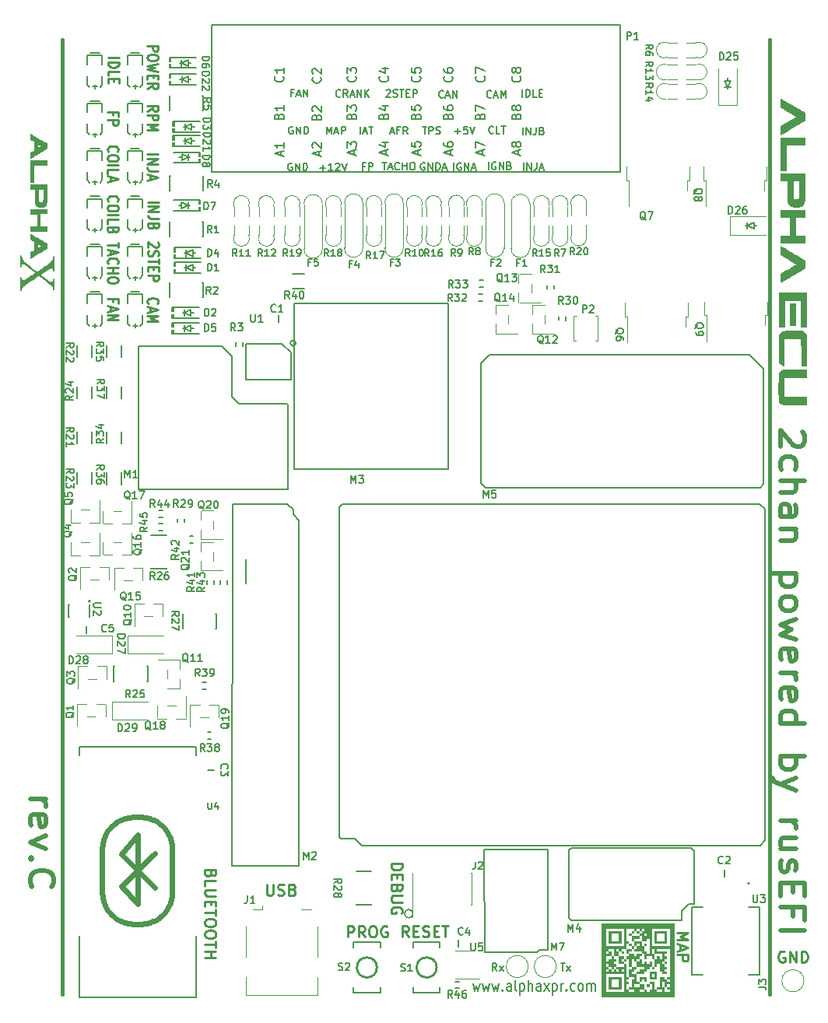
<source format=gto>
G04 #@! TF.GenerationSoftware,KiCad,Pcbnew,(6.0.1)*
G04 #@! TF.CreationDate,2022-03-17T20:53:31+02:00*
G04 #@! TF.ProjectId,alphax_2ch,616c7068-6178-45f3-9263-682e6b696361,b*
G04 #@! TF.SameCoordinates,PX141f5e0PYa2cace0*
G04 #@! TF.FileFunction,Legend,Top*
G04 #@! TF.FilePolarity,Positive*
%FSLAX46Y46*%
G04 Gerber Fmt 4.6, Leading zero omitted, Abs format (unit mm)*
G04 Created by KiCad (PCBNEW (6.0.1)) date 2022-03-17 20:53:31*
%MOMM*%
%LPD*%
G01*
G04 APERTURE LIST*
%ADD10C,0.381000*%
%ADD11C,0.170000*%
%ADD12C,0.250000*%
%ADD13C,0.500000*%
%ADD14C,0.200000*%
%ADD15C,0.127000*%
%ADD16C,0.150000*%
%ADD17C,0.120000*%
%ADD18C,0.099060*%
%ADD19C,0.203200*%
%ADD20C,0.254000*%
%ADD21C,0.631031*%
G04 APERTURE END LIST*
D10*
X82000000Y600000D02*
X82000000Y104500000D01*
X5000000Y600000D02*
X5000000Y104500000D01*
D11*
X55110010Y94193090D02*
X55110010Y94993090D01*
X55490962Y94193090D02*
X55490962Y94993090D01*
X55948105Y94193090D01*
X55948105Y94993090D01*
X56557629Y94993090D02*
X56557629Y94421661D01*
X56519534Y94307375D01*
X56443343Y94231185D01*
X56329058Y94193090D01*
X56252867Y94193090D01*
X57205248Y94612137D02*
X57319534Y94574042D01*
X57357629Y94535947D01*
X57395724Y94459756D01*
X57395724Y94345471D01*
X57357629Y94269280D01*
X57319534Y94231185D01*
X57243343Y94193090D01*
X56938581Y94193090D01*
X56938581Y94993090D01*
X57205248Y94993090D01*
X57281439Y94954994D01*
X57319534Y94916899D01*
X57357629Y94840709D01*
X57357629Y94764518D01*
X57319534Y94688328D01*
X57281439Y94650233D01*
X57205248Y94612137D01*
X56938581Y94612137D01*
X46457714Y98278286D02*
X46419619Y98240191D01*
X46305333Y98202096D01*
X46229142Y98202096D01*
X46114857Y98240191D01*
X46038666Y98316381D01*
X46000571Y98392572D01*
X45962476Y98544953D01*
X45962476Y98659239D01*
X46000571Y98811620D01*
X46038666Y98887810D01*
X46114857Y98964000D01*
X46229142Y99002096D01*
X46305333Y99002096D01*
X46419619Y98964000D01*
X46457714Y98925905D01*
X46762476Y98430667D02*
X47143428Y98430667D01*
X46686285Y98202096D02*
X46952952Y99002096D01*
X47219619Y98202096D01*
X47486285Y98202096D02*
X47486285Y99002096D01*
X47943428Y98202096D01*
X47943428Y99002096D01*
X29990476Y91050000D02*
X29914285Y91088096D01*
X29800000Y91088096D01*
X29685714Y91050000D01*
X29609523Y90973810D01*
X29571428Y90897620D01*
X29533333Y90745239D01*
X29533333Y90630953D01*
X29571428Y90478572D01*
X29609523Y90402381D01*
X29685714Y90326191D01*
X29800000Y90288096D01*
X29876190Y90288096D01*
X29990476Y90326191D01*
X30028571Y90364286D01*
X30028571Y90630953D01*
X29876190Y90630953D01*
X30371428Y90288096D02*
X30371428Y91088096D01*
X30828571Y90288096D01*
X30828571Y91088096D01*
X31209523Y90288096D02*
X31209523Y91088096D01*
X31400000Y91088096D01*
X31514285Y91050000D01*
X31590476Y90973810D01*
X31628571Y90897620D01*
X31666666Y90745239D01*
X31666666Y90630953D01*
X31628571Y90478572D01*
X31590476Y90402381D01*
X31514285Y90326191D01*
X31400000Y90288096D01*
X31209523Y90288096D01*
D12*
X14371428Y75790477D02*
X14314285Y75838096D01*
X14257142Y75980953D01*
X14257142Y76076191D01*
X14314285Y76219048D01*
X14428571Y76314286D01*
X14542857Y76361905D01*
X14771428Y76409524D01*
X14942857Y76409524D01*
X15171428Y76361905D01*
X15285714Y76314286D01*
X15400000Y76219048D01*
X15457142Y76076191D01*
X15457142Y75980953D01*
X15400000Y75838096D01*
X15342857Y75790477D01*
X14600000Y75409524D02*
X14600000Y74933334D01*
X14257142Y75504762D02*
X15457142Y75171429D01*
X14257142Y74838096D01*
X14257142Y74504762D02*
X15457142Y74504762D01*
X14600000Y74171429D01*
X15457142Y73838096D01*
X14257142Y73838096D01*
X15392857Y82495239D02*
X15450000Y82447620D01*
X15507142Y82352381D01*
X15507142Y82114286D01*
X15450000Y82019048D01*
X15392857Y81971429D01*
X15278571Y81923810D01*
X15164285Y81923810D01*
X14992857Y81971429D01*
X14307142Y82542858D01*
X14307142Y81923810D01*
X14364285Y81542858D02*
X14307142Y81400000D01*
X14307142Y81161905D01*
X14364285Y81066667D01*
X14421428Y81019048D01*
X14535714Y80971429D01*
X14650000Y80971429D01*
X14764285Y81019048D01*
X14821428Y81066667D01*
X14878571Y81161905D01*
X14935714Y81352381D01*
X14992857Y81447620D01*
X15050000Y81495239D01*
X15164285Y81542858D01*
X15278571Y81542858D01*
X15392857Y81495239D01*
X15450000Y81447620D01*
X15507142Y81352381D01*
X15507142Y81114286D01*
X15450000Y80971429D01*
X15507142Y80685715D02*
X15507142Y80114286D01*
X14307142Y80400000D02*
X15507142Y80400000D01*
X14935714Y79780953D02*
X14935714Y79447620D01*
X14307142Y79304762D02*
X14307142Y79780953D01*
X15507142Y79780953D01*
X15507142Y79304762D01*
X14307142Y78876191D02*
X15507142Y78876191D01*
X15507142Y78495239D01*
X15450000Y78400000D01*
X15392857Y78352381D01*
X15278571Y78304762D01*
X15107142Y78304762D01*
X14992857Y78352381D01*
X14935714Y78400000D01*
X14878571Y78495239D01*
X14878571Y78876191D01*
X14257142Y96761905D02*
X14828571Y97095239D01*
X14257142Y97333334D02*
X15457142Y97333334D01*
X15457142Y96952381D01*
X15400000Y96857143D01*
X15342857Y96809524D01*
X15228571Y96761905D01*
X15057142Y96761905D01*
X14942857Y96809524D01*
X14885714Y96857143D01*
X14828571Y96952381D01*
X14828571Y97333334D01*
X14257142Y96333334D02*
X15457142Y96333334D01*
X15457142Y95952381D01*
X15400000Y95857143D01*
X15342857Y95809524D01*
X15228571Y95761905D01*
X15057142Y95761905D01*
X14942857Y95809524D01*
X14885714Y95857143D01*
X14828571Y95952381D01*
X14828571Y96333334D01*
X14257142Y95333334D02*
X15457142Y95333334D01*
X14600000Y95000000D01*
X15457142Y94666667D01*
X14257142Y94666667D01*
D11*
X40265781Y99008382D02*
X40303876Y99046477D01*
X40380067Y99084573D01*
X40570543Y99084573D01*
X40646733Y99046477D01*
X40684829Y99008382D01*
X40722924Y98932192D01*
X40722924Y98856001D01*
X40684829Y98741716D01*
X40227686Y98284573D01*
X40722924Y98284573D01*
X41027686Y98322668D02*
X41141972Y98284573D01*
X41332448Y98284573D01*
X41408638Y98322668D01*
X41446733Y98360763D01*
X41484829Y98436954D01*
X41484829Y98513144D01*
X41446733Y98589335D01*
X41408638Y98627430D01*
X41332448Y98665525D01*
X41180067Y98703620D01*
X41103876Y98741716D01*
X41065781Y98779811D01*
X41027686Y98856001D01*
X41027686Y98932192D01*
X41065781Y99008382D01*
X41103876Y99046477D01*
X41180067Y99084573D01*
X41370543Y99084573D01*
X41484829Y99046477D01*
X41713400Y99084573D02*
X42170543Y99084573D01*
X41941972Y98284573D02*
X41941972Y99084573D01*
X42437210Y98703620D02*
X42703876Y98703620D01*
X42818162Y98284573D02*
X42437210Y98284573D01*
X42437210Y99084573D01*
X42818162Y99084573D01*
X43161019Y98284573D02*
X43161019Y99084573D01*
X43465781Y99084573D01*
X43541972Y99046477D01*
X43580067Y99008382D01*
X43618162Y98932192D01*
X43618162Y98817906D01*
X43580067Y98741716D01*
X43541972Y98703620D01*
X43465781Y98665525D01*
X43161019Y98665525D01*
D12*
X14257142Y92033334D02*
X15457142Y92033334D01*
X14257142Y91557143D02*
X15457142Y91557143D01*
X14257142Y90985715D01*
X15457142Y90985715D01*
X15457142Y90223810D02*
X14600000Y90223810D01*
X14428571Y90271429D01*
X14314285Y90366667D01*
X14257142Y90509524D01*
X14257142Y90604762D01*
X14600000Y89795239D02*
X14600000Y89319048D01*
X14257142Y89890477D02*
X15457142Y89557143D01*
X14257142Y89223810D01*
D11*
X35259977Y98360763D02*
X35221882Y98322668D01*
X35107596Y98284573D01*
X35031405Y98284573D01*
X34917120Y98322668D01*
X34840929Y98398858D01*
X34802834Y98475049D01*
X34764739Y98627430D01*
X34764739Y98741716D01*
X34802834Y98894097D01*
X34840929Y98970287D01*
X34917120Y99046477D01*
X35031405Y99084573D01*
X35107596Y99084573D01*
X35221882Y99046477D01*
X35259977Y99008382D01*
X36059977Y98284573D02*
X35793310Y98665525D01*
X35602834Y98284573D02*
X35602834Y99084573D01*
X35907596Y99084573D01*
X35983786Y99046477D01*
X36021882Y99008382D01*
X36059977Y98932192D01*
X36059977Y98817906D01*
X36021882Y98741716D01*
X35983786Y98703620D01*
X35907596Y98665525D01*
X35602834Y98665525D01*
X36364739Y98513144D02*
X36745691Y98513144D01*
X36288548Y98284573D02*
X36555215Y99084573D01*
X36821882Y98284573D01*
X37088548Y98284573D02*
X37088548Y99084573D01*
X37545691Y98284573D01*
X37545691Y99084573D01*
X37926643Y98284573D02*
X37926643Y99084573D01*
X38383786Y98284573D02*
X38040929Y98741716D01*
X38383786Y99084573D02*
X37926643Y98627430D01*
X33762485Y94239017D02*
X33762485Y95039017D01*
X34029151Y94467588D01*
X34295818Y95039017D01*
X34295818Y94239017D01*
X34638675Y94467588D02*
X35019628Y94467588D01*
X34562485Y94239017D02*
X34829151Y95039017D01*
X35095818Y94239017D01*
X35362485Y94239017D02*
X35362485Y95039017D01*
X35667247Y95039017D01*
X35743437Y95000921D01*
X35781532Y94962826D01*
X35819628Y94886636D01*
X35819628Y94772350D01*
X35781532Y94696160D01*
X35743437Y94658064D01*
X35667247Y94619969D01*
X35362485Y94619969D01*
D12*
X10021428Y86907143D02*
X9964285Y86954762D01*
X9907142Y87097620D01*
X9907142Y87192858D01*
X9964285Y87335715D01*
X10078571Y87430953D01*
X10192857Y87478572D01*
X10421428Y87526191D01*
X10592857Y87526191D01*
X10821428Y87478572D01*
X10935714Y87430953D01*
X11050000Y87335715D01*
X11107142Y87192858D01*
X11107142Y87097620D01*
X11050000Y86954762D01*
X10992857Y86907143D01*
X11107142Y86288096D02*
X11107142Y86097620D01*
X11050000Y86002381D01*
X10935714Y85907143D01*
X10707142Y85859524D01*
X10307142Y85859524D01*
X10078571Y85907143D01*
X9964285Y86002381D01*
X9907142Y86097620D01*
X9907142Y86288096D01*
X9964285Y86383334D01*
X10078571Y86478572D01*
X10307142Y86526191D01*
X10707142Y86526191D01*
X10935714Y86478572D01*
X11050000Y86383334D01*
X11107142Y86288096D01*
X9907142Y85430953D02*
X11107142Y85430953D01*
X9907142Y84478572D02*
X9907142Y84954762D01*
X11107142Y84954762D01*
X10535714Y83811905D02*
X10478571Y83669048D01*
X10421428Y83621429D01*
X10307142Y83573810D01*
X10135714Y83573810D01*
X10021428Y83621429D01*
X9964285Y83669048D01*
X9907142Y83764286D01*
X9907142Y84145239D01*
X11107142Y84145239D01*
X11107142Y83811905D01*
X11050000Y83716667D01*
X10992857Y83669048D01*
X10878571Y83621429D01*
X10764285Y83621429D01*
X10650000Y83669048D01*
X10592857Y83716667D01*
X10535714Y83811905D01*
X10535714Y84145239D01*
D11*
X59233809Y3999048D02*
X59702380Y3999048D01*
X59468095Y3179048D02*
X59468095Y3999048D01*
X59897619Y3179048D02*
X60327142Y3725715D01*
X59897619Y3725715D02*
X60327142Y3179048D01*
X33040476Y90592858D02*
X33650000Y90592858D01*
X33345238Y90288096D02*
X33345238Y90897620D01*
X34450000Y90288096D02*
X33992857Y90288096D01*
X34221428Y90288096D02*
X34221428Y91088096D01*
X34145238Y90973810D01*
X34069047Y90897620D01*
X33992857Y90859524D01*
X34754761Y91011905D02*
X34792857Y91050000D01*
X34869047Y91088096D01*
X35059523Y91088096D01*
X35135714Y91050000D01*
X35173809Y91011905D01*
X35211904Y90935715D01*
X35211904Y90859524D01*
X35173809Y90745239D01*
X34716666Y90288096D01*
X35211904Y90288096D01*
X35440476Y91088096D02*
X35707142Y90288096D01*
X35973809Y91088096D01*
X47588095Y90328096D02*
X47588095Y91128096D01*
X48388095Y91090000D02*
X48311904Y91128096D01*
X48197619Y91128096D01*
X48083333Y91090000D01*
X48007142Y91013810D01*
X47969047Y90937620D01*
X47930952Y90785239D01*
X47930952Y90670953D01*
X47969047Y90518572D01*
X48007142Y90442381D01*
X48083333Y90366191D01*
X48197619Y90328096D01*
X48273809Y90328096D01*
X48388095Y90366191D01*
X48426190Y90404286D01*
X48426190Y90670953D01*
X48273809Y90670953D01*
X48769047Y90328096D02*
X48769047Y91128096D01*
X49226190Y90328096D01*
X49226190Y91128096D01*
X49569047Y90556667D02*
X49950000Y90556667D01*
X49492857Y90328096D02*
X49759523Y91128096D01*
X50026190Y90328096D01*
X40700317Y94486074D02*
X41081270Y94486074D01*
X40624127Y94257503D02*
X40890793Y95057503D01*
X41157460Y94257503D01*
X41690793Y94676550D02*
X41424127Y94676550D01*
X41424127Y94257503D02*
X41424127Y95057503D01*
X41805079Y95057503D01*
X42566984Y94257503D02*
X42300317Y94638455D01*
X42109841Y94257503D02*
X42109841Y95057503D01*
X42414603Y95057503D01*
X42490793Y95019407D01*
X42528889Y94981312D01*
X42566984Y94905122D01*
X42566984Y94790836D01*
X42528889Y94714646D01*
X42490793Y94676550D01*
X42414603Y94638455D01*
X42109841Y94638455D01*
D13*
X1492510Y21869995D02*
X3225843Y21869995D01*
X2730605Y21869995D02*
X2978224Y21731900D01*
X3102034Y21593805D01*
X3225843Y21317614D01*
X3225843Y21041424D01*
X1616320Y18969995D02*
X1492510Y19246186D01*
X1492510Y19798567D01*
X1616320Y20074757D01*
X1863939Y20212852D01*
X2854415Y20212852D01*
X3102034Y20074757D01*
X3225843Y19798567D01*
X3225843Y19246186D01*
X3102034Y18969995D01*
X2854415Y18831900D01*
X2606796Y18831900D01*
X2359177Y20212852D01*
X3225843Y17865233D02*
X1492510Y17174757D01*
X3225843Y16484281D01*
X1740129Y15379519D02*
X1616320Y15241424D01*
X1492510Y15379519D01*
X1616320Y15517614D01*
X1740129Y15379519D01*
X1492510Y15379519D01*
X1740129Y12341424D02*
X1616320Y12479519D01*
X1492510Y12893805D01*
X1492510Y13169995D01*
X1616320Y13584281D01*
X1863939Y13860471D01*
X2111558Y13998567D01*
X2606796Y14136662D01*
X2978224Y14136662D01*
X3473462Y13998567D01*
X3721081Y13860471D01*
X3968701Y13584281D01*
X4092510Y13169995D01*
X4092510Y12893805D01*
X3968701Y12479519D01*
X3844891Y12341424D01*
D12*
X10535714Y96307143D02*
X10535714Y96640477D01*
X9907142Y96640477D02*
X11107142Y96640477D01*
X11107142Y96164286D01*
X9907142Y95783334D02*
X11107142Y95783334D01*
X11107142Y95402381D01*
X11050000Y95307143D01*
X10992857Y95259524D01*
X10878571Y95211905D01*
X10707142Y95211905D01*
X10592857Y95259524D01*
X10535714Y95307143D01*
X10478571Y95402381D01*
X10478571Y95783334D01*
D13*
X85486190Y61872620D02*
X85610000Y61734524D01*
X85733809Y61458334D01*
X85733809Y60767858D01*
X85610000Y60491667D01*
X85486190Y60353572D01*
X85238571Y60215477D01*
X84990952Y60215477D01*
X84619523Y60353572D01*
X83133809Y62010715D01*
X83133809Y60215477D01*
X83257619Y57729762D02*
X83133809Y58005953D01*
X83133809Y58558334D01*
X83257619Y58834524D01*
X83381428Y58972620D01*
X83629047Y59110715D01*
X84371904Y59110715D01*
X84619523Y58972620D01*
X84743333Y58834524D01*
X84867142Y58558334D01*
X84867142Y58005953D01*
X84743333Y57729762D01*
X83133809Y56486905D02*
X85733809Y56486905D01*
X83133809Y55244048D02*
X84495714Y55244048D01*
X84743333Y55382143D01*
X84867142Y55658334D01*
X84867142Y56072620D01*
X84743333Y56348810D01*
X84619523Y56486905D01*
X83133809Y52620239D02*
X84495714Y52620239D01*
X84743333Y52758334D01*
X84867142Y53034524D01*
X84867142Y53586905D01*
X84743333Y53863096D01*
X83257619Y52620239D02*
X83133809Y52896429D01*
X83133809Y53586905D01*
X83257619Y53863096D01*
X83505238Y54001191D01*
X83752857Y54001191D01*
X84000476Y53863096D01*
X84124285Y53586905D01*
X84124285Y52896429D01*
X84248095Y52620239D01*
X84867142Y51239286D02*
X83133809Y51239286D01*
X84619523Y51239286D02*
X84743333Y51101191D01*
X84867142Y50825000D01*
X84867142Y50410715D01*
X84743333Y50134524D01*
X84495714Y49996429D01*
X83133809Y49996429D01*
X84867142Y46405953D02*
X82267142Y46405953D01*
X84743333Y46405953D02*
X84867142Y46129762D01*
X84867142Y45577381D01*
X84743333Y45301191D01*
X84619523Y45163096D01*
X84371904Y45025000D01*
X83629047Y45025000D01*
X83381428Y45163096D01*
X83257619Y45301191D01*
X83133809Y45577381D01*
X83133809Y46129762D01*
X83257619Y46405953D01*
X83133809Y43367858D02*
X83257619Y43644048D01*
X83381428Y43782143D01*
X83629047Y43920239D01*
X84371904Y43920239D01*
X84619523Y43782143D01*
X84743333Y43644048D01*
X84867142Y43367858D01*
X84867142Y42953572D01*
X84743333Y42677381D01*
X84619523Y42539286D01*
X84371904Y42401191D01*
X83629047Y42401191D01*
X83381428Y42539286D01*
X83257619Y42677381D01*
X83133809Y42953572D01*
X83133809Y43367858D01*
X84867142Y41434524D02*
X83133809Y40882143D01*
X84371904Y40329762D01*
X83133809Y39777381D01*
X84867142Y39225000D01*
X83257619Y37015477D02*
X83133809Y37291667D01*
X83133809Y37844048D01*
X83257619Y38120239D01*
X83505238Y38258334D01*
X84495714Y38258334D01*
X84743333Y38120239D01*
X84867142Y37844048D01*
X84867142Y37291667D01*
X84743333Y37015477D01*
X84495714Y36877381D01*
X84248095Y36877381D01*
X84000476Y38258334D01*
X83133809Y35634524D02*
X84867142Y35634524D01*
X84371904Y35634524D02*
X84619523Y35496429D01*
X84743333Y35358334D01*
X84867142Y35082143D01*
X84867142Y34805953D01*
X83257619Y32734524D02*
X83133809Y33010715D01*
X83133809Y33563096D01*
X83257619Y33839286D01*
X83505238Y33977381D01*
X84495714Y33977381D01*
X84743333Y33839286D01*
X84867142Y33563096D01*
X84867142Y33010715D01*
X84743333Y32734524D01*
X84495714Y32596429D01*
X84248095Y32596429D01*
X84000476Y33977381D01*
X83133809Y30110715D02*
X85733809Y30110715D01*
X83257619Y30110715D02*
X83133809Y30386905D01*
X83133809Y30939286D01*
X83257619Y31215477D01*
X83381428Y31353572D01*
X83629047Y31491667D01*
X84371904Y31491667D01*
X84619523Y31353572D01*
X84743333Y31215477D01*
X84867142Y30939286D01*
X84867142Y30386905D01*
X84743333Y30110715D01*
X83133809Y26520239D02*
X85733809Y26520239D01*
X84743333Y26520239D02*
X84867142Y26244048D01*
X84867142Y25691667D01*
X84743333Y25415477D01*
X84619523Y25277381D01*
X84371904Y25139286D01*
X83629047Y25139286D01*
X83381428Y25277381D01*
X83257619Y25415477D01*
X83133809Y25691667D01*
X83133809Y26244048D01*
X83257619Y26520239D01*
X84867142Y24172620D02*
X83133809Y23482143D01*
X84867142Y22791667D02*
X83133809Y23482143D01*
X82514761Y23758334D01*
X82390952Y23896429D01*
X82267142Y24172620D01*
X83133809Y19477381D02*
X84867142Y19477381D01*
X84371904Y19477381D02*
X84619523Y19339286D01*
X84743333Y19201191D01*
X84867142Y18925001D01*
X84867142Y18648810D01*
X84867142Y16439286D02*
X83133809Y16439286D01*
X84867142Y17682143D02*
X83505238Y17682143D01*
X83257619Y17544048D01*
X83133809Y17267858D01*
X83133809Y16853572D01*
X83257619Y16577381D01*
X83381428Y16439286D01*
X83257619Y15196429D02*
X83133809Y14920239D01*
X83133809Y14367858D01*
X83257619Y14091667D01*
X83505238Y13953572D01*
X83629047Y13953572D01*
X83876666Y14091667D01*
X84000476Y14367858D01*
X84000476Y14782143D01*
X84124285Y15058334D01*
X84371904Y15196429D01*
X84495714Y15196429D01*
X84743333Y15058334D01*
X84867142Y14782143D01*
X84867142Y14367858D01*
X84743333Y14091667D01*
X84495714Y12710715D02*
X84495714Y11744048D01*
X83133809Y11329762D02*
X83133809Y12710715D01*
X85733809Y12710715D01*
X85733809Y11329762D01*
X84495714Y9120239D02*
X84495714Y10086905D01*
X83133809Y10086905D02*
X85733809Y10086905D01*
X85733809Y8705953D01*
X83133809Y7601191D02*
X85733809Y7601191D01*
D11*
X30129517Y98725091D02*
X29862851Y98725091D01*
X29862851Y98306044D02*
X29862851Y99106044D01*
X30243803Y99106044D01*
X30510470Y98534615D02*
X30891422Y98534615D01*
X30434279Y98306044D02*
X30700946Y99106044D01*
X30967613Y98306044D01*
X31234279Y98306044D02*
X31234279Y99106044D01*
X31691422Y98306044D01*
X31691422Y99106044D01*
X30089116Y95031582D02*
X30012925Y95069678D01*
X29898640Y95069678D01*
X29784354Y95031582D01*
X29708163Y94955392D01*
X29670068Y94879202D01*
X29631973Y94726821D01*
X29631973Y94612535D01*
X29670068Y94460154D01*
X29708163Y94383963D01*
X29784354Y94307773D01*
X29898640Y94269678D01*
X29974830Y94269678D01*
X30089116Y94307773D01*
X30127211Y94345868D01*
X30127211Y94612535D01*
X29974830Y94612535D01*
X30470068Y94269678D02*
X30470068Y95069678D01*
X30927211Y94269678D01*
X30927211Y95069678D01*
X31308163Y94269678D02*
X31308163Y95069678D01*
X31498640Y95069678D01*
X31612925Y95031582D01*
X31689116Y94955392D01*
X31727211Y94879202D01*
X31765306Y94726821D01*
X31765306Y94612535D01*
X31727211Y94460154D01*
X31689116Y94383963D01*
X31612925Y94307773D01*
X31498640Y94269678D01*
X31308163Y94269678D01*
X51687863Y98284327D02*
X51649767Y98246232D01*
X51535482Y98208137D01*
X51459291Y98208137D01*
X51345005Y98246232D01*
X51268815Y98322422D01*
X51230720Y98398613D01*
X51192624Y98550994D01*
X51192624Y98665280D01*
X51230720Y98817661D01*
X51268815Y98893851D01*
X51345005Y98970041D01*
X51459291Y99008137D01*
X51535482Y99008137D01*
X51649767Y98970041D01*
X51687863Y98931946D01*
X51992624Y98436708D02*
X52373577Y98436708D01*
X51916434Y98208137D02*
X52183101Y99008137D01*
X52449767Y98208137D01*
X52716434Y98208137D02*
X52716434Y99008137D01*
X52983101Y98436708D01*
X53249767Y99008137D01*
X53249767Y98208137D01*
X55188624Y90328339D02*
X55188624Y91128339D01*
X55569576Y90328339D02*
X55569576Y91128339D01*
X56026719Y90328339D01*
X56026719Y91128339D01*
X56636243Y91128339D02*
X56636243Y90556910D01*
X56598148Y90442624D01*
X56521957Y90366434D01*
X56407671Y90328339D01*
X56331481Y90328339D01*
X56979100Y90556910D02*
X57360052Y90556910D01*
X56902910Y90328339D02*
X57169576Y91128339D01*
X57436243Y90328339D01*
D12*
X36046482Y6860502D02*
X36046482Y8060502D01*
X36503625Y8060502D01*
X36617911Y8003359D01*
X36675054Y7946217D01*
X36732197Y7831931D01*
X36732197Y7660502D01*
X36675054Y7546217D01*
X36617911Y7489074D01*
X36503625Y7431931D01*
X36046482Y7431931D01*
X37932197Y6860502D02*
X37532197Y7431931D01*
X37246482Y6860502D02*
X37246482Y8060502D01*
X37703625Y8060502D01*
X37817911Y8003359D01*
X37875054Y7946217D01*
X37932197Y7831931D01*
X37932197Y7660502D01*
X37875054Y7546217D01*
X37817911Y7489074D01*
X37703625Y7431931D01*
X37246482Y7431931D01*
X38675054Y8060502D02*
X38903625Y8060502D01*
X39017911Y8003359D01*
X39132197Y7889074D01*
X39189340Y7660502D01*
X39189340Y7260502D01*
X39132197Y7031931D01*
X39017911Y6917645D01*
X38903625Y6860502D01*
X38675054Y6860502D01*
X38560768Y6917645D01*
X38446482Y7031931D01*
X38389340Y7260502D01*
X38389340Y7660502D01*
X38446482Y7889074D01*
X38560768Y8003359D01*
X38675054Y8060502D01*
X40332197Y8003359D02*
X40217911Y8060502D01*
X40046482Y8060502D01*
X39875054Y8003359D01*
X39760768Y7889074D01*
X39703625Y7774788D01*
X39646482Y7546217D01*
X39646482Y7374788D01*
X39703625Y7146217D01*
X39760768Y7031931D01*
X39875054Y6917645D01*
X40046482Y6860502D01*
X40160768Y6860502D01*
X40332197Y6917645D01*
X40389340Y6974788D01*
X40389340Y7374788D01*
X40160768Y7374788D01*
D11*
X47711926Y94562265D02*
X48321450Y94562265D01*
X48016688Y94257503D02*
X48016688Y94867027D01*
X49083355Y95057503D02*
X48702402Y95057503D01*
X48664307Y94676550D01*
X48702402Y94714646D01*
X48778593Y94752741D01*
X48969069Y94752741D01*
X49045259Y94714646D01*
X49083355Y94676550D01*
X49121450Y94600360D01*
X49121450Y94409884D01*
X49083355Y94333693D01*
X49045259Y94295598D01*
X48969069Y94257503D01*
X48778593Y94257503D01*
X48702402Y94295598D01*
X48664307Y94333693D01*
X49350021Y95057503D02*
X49616688Y94257503D01*
X49883355Y95057503D01*
X37418016Y94266929D02*
X37418016Y95066929D01*
X37760874Y94495500D02*
X38141826Y94495500D01*
X37684683Y94266929D02*
X37951350Y95066929D01*
X38218016Y94266929D01*
X38370397Y95066929D02*
X38827540Y95066929D01*
X38598969Y94266929D02*
X38598969Y95066929D01*
X55062222Y98294020D02*
X55062222Y99094020D01*
X55443175Y98294020D02*
X55443175Y99094020D01*
X55633651Y99094020D01*
X55747937Y99055924D01*
X55824127Y98979734D01*
X55862222Y98903544D01*
X55900317Y98751163D01*
X55900317Y98636877D01*
X55862222Y98484496D01*
X55824127Y98408305D01*
X55747937Y98332115D01*
X55633651Y98294020D01*
X55443175Y98294020D01*
X56624127Y98294020D02*
X56243175Y98294020D01*
X56243175Y99094020D01*
X56890794Y98713067D02*
X57157460Y98713067D01*
X57271746Y98294020D02*
X56890794Y98294020D01*
X56890794Y99094020D01*
X57271746Y99094020D01*
D12*
X27254724Y12596216D02*
X27254724Y11624788D01*
X27311867Y11510502D01*
X27369010Y11453359D01*
X27483295Y11396216D01*
X27711867Y11396216D01*
X27826152Y11453359D01*
X27883295Y11510502D01*
X27940438Y11624788D01*
X27940438Y12596216D01*
X28454724Y11453359D02*
X28626152Y11396216D01*
X28911867Y11396216D01*
X29026152Y11453359D01*
X29083295Y11510502D01*
X29140438Y11624788D01*
X29140438Y11739073D01*
X29083295Y11853359D01*
X29026152Y11910502D01*
X28911867Y11967645D01*
X28683295Y12024788D01*
X28569010Y12081931D01*
X28511867Y12139073D01*
X28454724Y12253359D01*
X28454724Y12367645D01*
X28511867Y12481931D01*
X28569010Y12539073D01*
X28683295Y12596216D01*
X28969010Y12596216D01*
X29140438Y12539073D01*
X30054724Y12024788D02*
X30226152Y11967645D01*
X30283295Y11910502D01*
X30340438Y11796216D01*
X30340438Y11624788D01*
X30283295Y11510502D01*
X30226152Y11453359D01*
X30111867Y11396216D01*
X29654724Y11396216D01*
X29654724Y12596216D01*
X30054724Y12596216D01*
X30169010Y12539073D01*
X30226152Y12481931D01*
X30283295Y12367645D01*
X30283295Y12253359D01*
X30226152Y12139073D01*
X30169010Y12081931D01*
X30054724Y12024788D01*
X29654724Y12024788D01*
X10535714Y75959524D02*
X10535714Y76292858D01*
X9907142Y76292858D02*
X11107142Y76292858D01*
X11107142Y75816667D01*
X10250000Y75483334D02*
X10250000Y75007143D01*
X9907142Y75578572D02*
X11107142Y75245239D01*
X9907142Y74911905D01*
X9907142Y74578572D02*
X11107142Y74578572D01*
X9907142Y74007143D01*
X11107142Y74007143D01*
X83585714Y5250000D02*
X83471428Y5307143D01*
X83300000Y5307143D01*
X83128571Y5250000D01*
X83014285Y5135715D01*
X82957142Y5021429D01*
X82900000Y4792858D01*
X82900000Y4621429D01*
X82957142Y4392858D01*
X83014285Y4278572D01*
X83128571Y4164286D01*
X83300000Y4107143D01*
X83414285Y4107143D01*
X83585714Y4164286D01*
X83642857Y4221429D01*
X83642857Y4621429D01*
X83414285Y4621429D01*
X84157142Y4107143D02*
X84157142Y5307143D01*
X84842857Y4107143D01*
X84842857Y5307143D01*
X85414285Y4107143D02*
X85414285Y5307143D01*
X85700000Y5307143D01*
X85871428Y5250000D01*
X85985714Y5135715D01*
X86042857Y5021429D01*
X86100000Y4792858D01*
X86100000Y4621429D01*
X86042857Y4392858D01*
X85985714Y4278572D01*
X85871428Y4164286D01*
X85700000Y4107143D01*
X85414285Y4107143D01*
X40786592Y14834129D02*
X41986592Y14834129D01*
X41986592Y14548414D01*
X41929450Y14376986D01*
X41815164Y14262700D01*
X41700878Y14205557D01*
X41472307Y14148414D01*
X41300878Y14148414D01*
X41072307Y14205557D01*
X40958021Y14262700D01*
X40843735Y14376986D01*
X40786592Y14548414D01*
X40786592Y14834129D01*
X41415164Y13634129D02*
X41415164Y13234129D01*
X40786592Y13062700D02*
X40786592Y13634129D01*
X41986592Y13634129D01*
X41986592Y13062700D01*
X41415164Y12148414D02*
X41358021Y11976986D01*
X41300878Y11919843D01*
X41186592Y11862700D01*
X41015164Y11862700D01*
X40900878Y11919843D01*
X40843735Y11976986D01*
X40786592Y12091272D01*
X40786592Y12548414D01*
X41986592Y12548414D01*
X41986592Y12148414D01*
X41929450Y12034129D01*
X41872307Y11976986D01*
X41758021Y11919843D01*
X41643735Y11919843D01*
X41529450Y11976986D01*
X41472307Y12034129D01*
X41415164Y12148414D01*
X41415164Y12548414D01*
X41986592Y11348414D02*
X41015164Y11348414D01*
X40900878Y11291272D01*
X40843735Y11234129D01*
X40786592Y11119843D01*
X40786592Y10891272D01*
X40843735Y10776986D01*
X40900878Y10719843D01*
X41015164Y10662700D01*
X41986592Y10662700D01*
X41929450Y9462700D02*
X41986592Y9576986D01*
X41986592Y9748414D01*
X41929450Y9919843D01*
X41815164Y10034129D01*
X41700878Y10091272D01*
X41472307Y10148414D01*
X41300878Y10148414D01*
X41072307Y10091272D01*
X40958021Y10034129D01*
X40843735Y9919843D01*
X40786592Y9748414D01*
X40786592Y9634129D01*
X40843735Y9462700D01*
X40900878Y9405557D01*
X41300878Y9405557D01*
X41300878Y9634129D01*
D11*
X51902233Y94376634D02*
X51864138Y94338539D01*
X51749852Y94300444D01*
X51673662Y94300444D01*
X51559376Y94338539D01*
X51483186Y94414729D01*
X51445090Y94490920D01*
X51406995Y94643301D01*
X51406995Y94757587D01*
X51445090Y94909968D01*
X51483186Y94986158D01*
X51559376Y95062348D01*
X51673662Y95100444D01*
X51749852Y95100444D01*
X51864138Y95062348D01*
X51902233Y95024253D01*
X52626043Y94300444D02*
X52245090Y94300444D01*
X52245090Y95100444D01*
X52778424Y95100444D02*
X53235566Y95100444D01*
X53006995Y94300444D02*
X53006995Y95100444D01*
X51364730Y90392752D02*
X51364730Y91192752D01*
X52164730Y91154656D02*
X52088539Y91192752D01*
X51974254Y91192752D01*
X51859968Y91154656D01*
X51783778Y91078466D01*
X51745682Y91002276D01*
X51707587Y90849895D01*
X51707587Y90735609D01*
X51745682Y90583228D01*
X51783778Y90507037D01*
X51859968Y90430847D01*
X51974254Y90392752D01*
X52050444Y90392752D01*
X52164730Y90430847D01*
X52202825Y90468942D01*
X52202825Y90735609D01*
X52050444Y90735609D01*
X52545682Y90392752D02*
X52545682Y91192752D01*
X53002825Y90392752D01*
X53002825Y91192752D01*
X53650444Y90811799D02*
X53764730Y90773704D01*
X53802825Y90735609D01*
X53840920Y90659418D01*
X53840920Y90545133D01*
X53802825Y90468942D01*
X53764730Y90430847D01*
X53688539Y90392752D01*
X53383778Y90392752D01*
X53383778Y91192752D01*
X53650444Y91192752D01*
X53726635Y91154656D01*
X53764730Y91116561D01*
X53802825Y91040371D01*
X53802825Y90964180D01*
X53764730Y90887990D01*
X53726635Y90849895D01*
X53650444Y90811799D01*
X53383778Y90811799D01*
X39824127Y91171281D02*
X40281270Y91171281D01*
X40052698Y90371281D02*
X40052698Y91171281D01*
X40509841Y90599852D02*
X40890793Y90599852D01*
X40433651Y90371281D02*
X40700317Y91171281D01*
X40966984Y90371281D01*
X41690793Y90447471D02*
X41652698Y90409376D01*
X41538412Y90371281D01*
X41462222Y90371281D01*
X41347936Y90409376D01*
X41271746Y90485566D01*
X41233651Y90561757D01*
X41195555Y90714138D01*
X41195555Y90828424D01*
X41233651Y90980805D01*
X41271746Y91056995D01*
X41347936Y91133185D01*
X41462222Y91171281D01*
X41538412Y91171281D01*
X41652698Y91133185D01*
X41690793Y91095090D01*
X42033651Y90371281D02*
X42033651Y91171281D01*
X42033651Y90790328D02*
X42490793Y90790328D01*
X42490793Y90371281D02*
X42490793Y91171281D01*
X43024127Y91171281D02*
X43176508Y91171281D01*
X43252698Y91133185D01*
X43328889Y91056995D01*
X43366984Y90904614D01*
X43366984Y90637947D01*
X43328889Y90485566D01*
X43252698Y90409376D01*
X43176508Y90371281D01*
X43024127Y90371281D01*
X42947936Y90409376D01*
X42871746Y90485566D01*
X42833651Y90637947D01*
X42833651Y90904614D01*
X42871746Y91056995D01*
X42947936Y91133185D01*
X43024127Y91171281D01*
D12*
X42691811Y6895392D02*
X42291811Y7466821D01*
X42006097Y6895392D02*
X42006097Y8095392D01*
X42463240Y8095392D01*
X42577526Y8038249D01*
X42634669Y7981107D01*
X42691811Y7866821D01*
X42691811Y7695392D01*
X42634669Y7581107D01*
X42577526Y7523964D01*
X42463240Y7466821D01*
X42006097Y7466821D01*
X43206097Y7523964D02*
X43606097Y7523964D01*
X43777526Y6895392D02*
X43206097Y6895392D01*
X43206097Y8095392D01*
X43777526Y8095392D01*
X44234669Y6952535D02*
X44406097Y6895392D01*
X44691811Y6895392D01*
X44806097Y6952535D01*
X44863240Y7009678D01*
X44920383Y7123964D01*
X44920383Y7238249D01*
X44863240Y7352535D01*
X44806097Y7409678D01*
X44691811Y7466821D01*
X44463240Y7523964D01*
X44348954Y7581107D01*
X44291811Y7638249D01*
X44234669Y7752535D01*
X44234669Y7866821D01*
X44291811Y7981107D01*
X44348954Y8038249D01*
X44463240Y8095392D01*
X44748954Y8095392D01*
X44920383Y8038249D01*
X45434669Y7523964D02*
X45834669Y7523964D01*
X46006097Y6895392D02*
X45434669Y6895392D01*
X45434669Y8095392D01*
X46006097Y8095392D01*
X46348954Y8095392D02*
X47034669Y8095392D01*
X46691811Y6895392D02*
X46691811Y8095392D01*
D11*
X44438666Y91090243D02*
X44362475Y91128339D01*
X44248189Y91128339D01*
X44133904Y91090243D01*
X44057713Y91014053D01*
X44019618Y90937863D01*
X43981523Y90785482D01*
X43981523Y90671196D01*
X44019618Y90518815D01*
X44057713Y90442624D01*
X44133904Y90366434D01*
X44248189Y90328339D01*
X44324380Y90328339D01*
X44438666Y90366434D01*
X44476761Y90404529D01*
X44476761Y90671196D01*
X44324380Y90671196D01*
X44819618Y90328339D02*
X44819618Y91128339D01*
X45276761Y90328339D01*
X45276761Y91128339D01*
X45657713Y90328339D02*
X45657713Y91128339D01*
X45848189Y91128339D01*
X45962475Y91090243D01*
X46038666Y91014053D01*
X46076761Y90937863D01*
X46114856Y90785482D01*
X46114856Y90671196D01*
X46076761Y90518815D01*
X46038666Y90442624D01*
X45962475Y90366434D01*
X45848189Y90328339D01*
X45657713Y90328339D01*
X46419618Y90556910D02*
X46800570Y90556910D01*
X46343427Y90328339D02*
X46610094Y91128339D01*
X46876761Y90328339D01*
D14*
X49679523Y1793143D02*
X49870000Y993143D01*
X50060476Y1564572D01*
X50250952Y993143D01*
X50441428Y1793143D01*
X50727142Y1793143D02*
X50917619Y993143D01*
X51108095Y1564572D01*
X51298571Y993143D01*
X51489047Y1793143D01*
X51774761Y1793143D02*
X51965238Y993143D01*
X52155714Y1564572D01*
X52346190Y993143D01*
X52536666Y1793143D01*
X52917619Y1107429D02*
X52965238Y1050286D01*
X52917619Y993143D01*
X52870000Y1050286D01*
X52917619Y1107429D01*
X52917619Y993143D01*
X53822380Y993143D02*
X53822380Y1621715D01*
X53774761Y1736000D01*
X53679523Y1793143D01*
X53489047Y1793143D01*
X53393809Y1736000D01*
X53822380Y1050286D02*
X53727142Y993143D01*
X53489047Y993143D01*
X53393809Y1050286D01*
X53346190Y1164572D01*
X53346190Y1278858D01*
X53393809Y1393143D01*
X53489047Y1450286D01*
X53727142Y1450286D01*
X53822380Y1507429D01*
X54441428Y993143D02*
X54346190Y1050286D01*
X54298571Y1164572D01*
X54298571Y2193143D01*
X54822380Y1793143D02*
X54822380Y593143D01*
X54822380Y1736000D02*
X54917619Y1793143D01*
X55108095Y1793143D01*
X55203333Y1736000D01*
X55250952Y1678858D01*
X55298571Y1564572D01*
X55298571Y1221715D01*
X55250952Y1107429D01*
X55203333Y1050286D01*
X55108095Y993143D01*
X54917619Y993143D01*
X54822380Y1050286D01*
X55727142Y993143D02*
X55727142Y2193143D01*
X56155714Y993143D02*
X56155714Y1621715D01*
X56108095Y1736000D01*
X56012857Y1793143D01*
X55870000Y1793143D01*
X55774761Y1736000D01*
X55727142Y1678858D01*
X57060476Y993143D02*
X57060476Y1621715D01*
X57012857Y1736000D01*
X56917619Y1793143D01*
X56727142Y1793143D01*
X56631904Y1736000D01*
X57060476Y1050286D02*
X56965238Y993143D01*
X56727142Y993143D01*
X56631904Y1050286D01*
X56584285Y1164572D01*
X56584285Y1278858D01*
X56631904Y1393143D01*
X56727142Y1450286D01*
X56965238Y1450286D01*
X57060476Y1507429D01*
X57441428Y993143D02*
X57965238Y1793143D01*
X57441428Y1793143D02*
X57965238Y993143D01*
X58346190Y1793143D02*
X58346190Y593143D01*
X58346190Y1736000D02*
X58441428Y1793143D01*
X58631904Y1793143D01*
X58727142Y1736000D01*
X58774761Y1678858D01*
X58822380Y1564572D01*
X58822380Y1221715D01*
X58774761Y1107429D01*
X58727142Y1050286D01*
X58631904Y993143D01*
X58441428Y993143D01*
X58346190Y1050286D01*
X59250952Y993143D02*
X59250952Y1793143D01*
X59250952Y1564572D02*
X59298571Y1678858D01*
X59346190Y1736000D01*
X59441428Y1793143D01*
X59536666Y1793143D01*
X59870000Y1107429D02*
X59917619Y1050286D01*
X59870000Y993143D01*
X59822380Y1050286D01*
X59870000Y1107429D01*
X59870000Y993143D01*
X60774761Y1050286D02*
X60679523Y993143D01*
X60489047Y993143D01*
X60393809Y1050286D01*
X60346190Y1107429D01*
X60298571Y1221715D01*
X60298571Y1564572D01*
X60346190Y1678858D01*
X60393809Y1736000D01*
X60489047Y1793143D01*
X60679523Y1793143D01*
X60774761Y1736000D01*
X61346190Y993143D02*
X61250952Y1050286D01*
X61203333Y1107429D01*
X61155714Y1221715D01*
X61155714Y1564572D01*
X61203333Y1678858D01*
X61250952Y1736000D01*
X61346190Y1793143D01*
X61489047Y1793143D01*
X61584285Y1736000D01*
X61631904Y1678858D01*
X61679523Y1564572D01*
X61679523Y1221715D01*
X61631904Y1107429D01*
X61584285Y1050286D01*
X61489047Y993143D01*
X61346190Y993143D01*
X62108095Y993143D02*
X62108095Y1793143D01*
X62108095Y1678858D02*
X62155714Y1736000D01*
X62250952Y1793143D01*
X62393809Y1793143D01*
X62489047Y1736000D01*
X62536666Y1621715D01*
X62536666Y993143D01*
X62536666Y1621715D02*
X62584285Y1736000D01*
X62679523Y1793143D01*
X62822380Y1793143D01*
X62917619Y1736000D01*
X62965238Y1621715D01*
X62965238Y993143D01*
D12*
X11107142Y82461905D02*
X11107142Y81890477D01*
X9907142Y82176191D02*
X11107142Y82176191D01*
X10250000Y81604762D02*
X10250000Y81128572D01*
X9907142Y81700000D02*
X11107142Y81366667D01*
X9907142Y81033334D01*
X10021428Y80128572D02*
X9964285Y80176191D01*
X9907142Y80319048D01*
X9907142Y80414286D01*
X9964285Y80557143D01*
X10078571Y80652381D01*
X10192857Y80700000D01*
X10421428Y80747620D01*
X10592857Y80747620D01*
X10821428Y80700000D01*
X10935714Y80652381D01*
X11050000Y80557143D01*
X11107142Y80414286D01*
X11107142Y80319048D01*
X11050000Y80176191D01*
X10992857Y80128572D01*
X9907142Y79700000D02*
X11107142Y79700000D01*
X10535714Y79700000D02*
X10535714Y79128572D01*
X9907142Y79128572D02*
X11107142Y79128572D01*
X11107142Y78461905D02*
X11107142Y78271429D01*
X11050000Y78176191D01*
X10935714Y78080953D01*
X10707142Y78033334D01*
X10307142Y78033334D01*
X10078571Y78080953D01*
X9964285Y78176191D01*
X9907142Y78271429D01*
X9907142Y78461905D01*
X9964285Y78557143D01*
X10078571Y78652381D01*
X10307142Y78700000D01*
X10707142Y78700000D01*
X10935714Y78652381D01*
X11050000Y78557143D01*
X11107142Y78461905D01*
X14257142Y103859524D02*
X15457142Y103859524D01*
X15457142Y103478572D01*
X15400000Y103383334D01*
X15342857Y103335715D01*
X15228571Y103288096D01*
X15057142Y103288096D01*
X14942857Y103335715D01*
X14885714Y103383334D01*
X14828571Y103478572D01*
X14828571Y103859524D01*
X15457142Y102669048D02*
X15457142Y102478572D01*
X15400000Y102383334D01*
X15285714Y102288096D01*
X15057142Y102240477D01*
X14657142Y102240477D01*
X14428571Y102288096D01*
X14314285Y102383334D01*
X14257142Y102478572D01*
X14257142Y102669048D01*
X14314285Y102764286D01*
X14428571Y102859524D01*
X14657142Y102907143D01*
X15057142Y102907143D01*
X15285714Y102859524D01*
X15400000Y102764286D01*
X15457142Y102669048D01*
X15457142Y101907143D02*
X14257142Y101669048D01*
X15114285Y101478572D01*
X14257142Y101288096D01*
X15457142Y101050000D01*
X14885714Y100669048D02*
X14885714Y100335715D01*
X14257142Y100192858D02*
X14257142Y100669048D01*
X15457142Y100669048D01*
X15457142Y100192858D01*
X14257142Y99192858D02*
X14828571Y99526191D01*
X14257142Y99764286D02*
X15457142Y99764286D01*
X15457142Y99383334D01*
X15400000Y99288096D01*
X15342857Y99240477D01*
X15228571Y99192858D01*
X15057142Y99192858D01*
X14942857Y99240477D01*
X14885714Y99288096D01*
X14828571Y99383334D01*
X14828571Y99764286D01*
D11*
X44188286Y95057503D02*
X44645429Y95057503D01*
X44416857Y94257503D02*
X44416857Y95057503D01*
X44912095Y94257503D02*
X44912095Y95057503D01*
X45216857Y95057503D01*
X45293048Y95019407D01*
X45331143Y94981312D01*
X45369238Y94905122D01*
X45369238Y94790836D01*
X45331143Y94714646D01*
X45293048Y94676550D01*
X45216857Y94638455D01*
X44912095Y94638455D01*
X45674000Y94295598D02*
X45788286Y94257503D01*
X45978762Y94257503D01*
X46054952Y94295598D01*
X46093048Y94333693D01*
X46131143Y94409884D01*
X46131143Y94486074D01*
X46093048Y94562265D01*
X46054952Y94600360D01*
X45978762Y94638455D01*
X45826381Y94676550D01*
X45750190Y94714646D01*
X45712095Y94752741D01*
X45674000Y94828931D01*
X45674000Y94905122D01*
X45712095Y94981312D01*
X45750190Y95019407D01*
X45826381Y95057503D01*
X46016857Y95057503D01*
X46131143Y95019407D01*
D12*
X10021428Y92335715D02*
X9964285Y92383334D01*
X9907142Y92526191D01*
X9907142Y92621429D01*
X9964285Y92764286D01*
X10078571Y92859524D01*
X10192857Y92907143D01*
X10421428Y92954762D01*
X10592857Y92954762D01*
X10821428Y92907143D01*
X10935714Y92859524D01*
X11050000Y92764286D01*
X11107142Y92621429D01*
X11107142Y92526191D01*
X11050000Y92383334D01*
X10992857Y92335715D01*
X11107142Y91716667D02*
X11107142Y91526191D01*
X11050000Y91430953D01*
X10935714Y91335715D01*
X10707142Y91288096D01*
X10307142Y91288096D01*
X10078571Y91335715D01*
X9964285Y91430953D01*
X9907142Y91526191D01*
X9907142Y91716667D01*
X9964285Y91811905D01*
X10078571Y91907143D01*
X10307142Y91954762D01*
X10707142Y91954762D01*
X10935714Y91907143D01*
X11050000Y91811905D01*
X11107142Y91716667D01*
X9907142Y90859524D02*
X11107142Y90859524D01*
X9907142Y89907143D02*
X9907142Y90383334D01*
X11107142Y90383334D01*
X10250000Y89621429D02*
X10250000Y89145239D01*
X9907142Y89716667D02*
X11107142Y89383334D01*
X9907142Y89050000D01*
D11*
X52271904Y3179048D02*
X51998571Y3569524D01*
X51803333Y3179048D02*
X51803333Y3999048D01*
X52115714Y3999048D01*
X52193809Y3960000D01*
X52232857Y3920953D01*
X52271904Y3842858D01*
X52271904Y3725715D01*
X52232857Y3647620D01*
X52193809Y3608572D01*
X52115714Y3569524D01*
X51803333Y3569524D01*
X52545238Y3179048D02*
X52974761Y3725715D01*
X52545238Y3725715D02*
X52974761Y3179048D01*
X37912602Y90747386D02*
X37645936Y90747386D01*
X37645936Y90328339D02*
X37645936Y91128339D01*
X38026888Y91128339D01*
X38331650Y90328339D02*
X38331650Y91128339D01*
X38636412Y91128339D01*
X38712602Y91090243D01*
X38750697Y91052148D01*
X38788793Y90975958D01*
X38788793Y90861672D01*
X38750697Y90785482D01*
X38712602Y90747386D01*
X38636412Y90709291D01*
X38331650Y90709291D01*
D12*
X9957142Y102557143D02*
X11157142Y102557143D01*
X9957142Y102080953D02*
X11157142Y102080953D01*
X11157142Y101842858D01*
X11100000Y101700000D01*
X10985714Y101604762D01*
X10871428Y101557143D01*
X10642857Y101509524D01*
X10471428Y101509524D01*
X10242857Y101557143D01*
X10128571Y101604762D01*
X10014285Y101700000D01*
X9957142Y101842858D01*
X9957142Y102080953D01*
X9957142Y100604762D02*
X9957142Y101080953D01*
X11157142Y101080953D01*
X10585714Y100271429D02*
X10585714Y99938096D01*
X9957142Y99795239D02*
X9957142Y100271429D01*
X11157142Y100271429D01*
X11157142Y99795239D01*
X71895043Y7321495D02*
X73095043Y7321495D01*
X72237901Y6921495D01*
X73095043Y6521495D01*
X71895043Y6521495D01*
X72237901Y6007209D02*
X72237901Y5435781D01*
X71895043Y6121495D02*
X73095043Y5721495D01*
X71895043Y5321495D01*
X71895043Y4921495D02*
X73095043Y4921495D01*
X73095043Y4464352D01*
X73037901Y4350067D01*
X72980758Y4292924D01*
X72866472Y4235781D01*
X72695043Y4235781D01*
X72580758Y4292924D01*
X72523615Y4350067D01*
X72466472Y4464352D01*
X72466472Y4921495D01*
X14307142Y86854762D02*
X15507142Y86854762D01*
X14307142Y86378572D02*
X15507142Y86378572D01*
X14307142Y85807143D01*
X15507142Y85807143D01*
X15507142Y85045239D02*
X14650000Y85045239D01*
X14478571Y85092858D01*
X14364285Y85188096D01*
X14307142Y85330953D01*
X14307142Y85426191D01*
X14935714Y84235715D02*
X14878571Y84092858D01*
X14821428Y84045239D01*
X14707142Y83997620D01*
X14535714Y83997620D01*
X14421428Y84045239D01*
X14364285Y84092858D01*
X14307142Y84188096D01*
X14307142Y84569048D01*
X15507142Y84569048D01*
X15507142Y84235715D01*
X15450000Y84140477D01*
X15392857Y84092858D01*
X15278571Y84045239D01*
X15164285Y84045239D01*
X15050000Y84092858D01*
X14992857Y84140477D01*
X14935714Y84235715D01*
X14935714Y84569048D01*
X21149714Y13781429D02*
X21092571Y13610000D01*
X21035428Y13552858D01*
X20921142Y13495715D01*
X20749714Y13495715D01*
X20635428Y13552858D01*
X20578285Y13610000D01*
X20521142Y13724286D01*
X20521142Y14181429D01*
X21721142Y14181429D01*
X21721142Y13781429D01*
X21664000Y13667143D01*
X21606857Y13610000D01*
X21492571Y13552858D01*
X21378285Y13552858D01*
X21264000Y13610000D01*
X21206857Y13667143D01*
X21149714Y13781429D01*
X21149714Y14181429D01*
X20521142Y12410000D02*
X20521142Y12981429D01*
X21721142Y12981429D01*
X21721142Y12010000D02*
X20749714Y12010000D01*
X20635428Y11952858D01*
X20578285Y11895715D01*
X20521142Y11781429D01*
X20521142Y11552858D01*
X20578285Y11438572D01*
X20635428Y11381429D01*
X20749714Y11324286D01*
X21721142Y11324286D01*
X21149714Y10752858D02*
X21149714Y10352858D01*
X20521142Y10181429D02*
X20521142Y10752858D01*
X21721142Y10752858D01*
X21721142Y10181429D01*
X21721142Y9838572D02*
X21721142Y9152858D01*
X20521142Y9495715D02*
X21721142Y9495715D01*
X21721142Y8524286D02*
X21721142Y8295715D01*
X21664000Y8181429D01*
X21549714Y8067143D01*
X21321142Y8010000D01*
X20921142Y8010000D01*
X20692571Y8067143D01*
X20578285Y8181429D01*
X20521142Y8295715D01*
X20521142Y8524286D01*
X20578285Y8638572D01*
X20692571Y8752858D01*
X20921142Y8810000D01*
X21321142Y8810000D01*
X21549714Y8752858D01*
X21664000Y8638572D01*
X21721142Y8524286D01*
X21721142Y7267143D02*
X21721142Y7038572D01*
X21664000Y6924286D01*
X21549714Y6810000D01*
X21321142Y6752858D01*
X20921142Y6752858D01*
X20692571Y6810000D01*
X20578285Y6924286D01*
X20521142Y7038572D01*
X20521142Y7267143D01*
X20578285Y7381429D01*
X20692571Y7495715D01*
X20921142Y7552858D01*
X21321142Y7552858D01*
X21549714Y7495715D01*
X21664000Y7381429D01*
X21721142Y7267143D01*
X21721142Y6410000D02*
X21721142Y5724286D01*
X20521142Y6067143D02*
X21721142Y6067143D01*
X20521142Y5324286D02*
X21721142Y5324286D01*
X21149714Y5324286D02*
X21149714Y4638572D01*
X20521142Y4638572D02*
X21721142Y4638572D01*
D11*
G04 #@! TO.C,U5*
X49475238Y6199048D02*
X49475238Y5535239D01*
X49514285Y5457143D01*
X49553333Y5418096D01*
X49631428Y5379048D01*
X49787619Y5379048D01*
X49865714Y5418096D01*
X49904761Y5457143D01*
X49943809Y5535239D01*
X49943809Y6199048D01*
X50724761Y6199048D02*
X50334285Y6199048D01*
X50295238Y5808572D01*
X50334285Y5847620D01*
X50412380Y5886667D01*
X50607619Y5886667D01*
X50685714Y5847620D01*
X50724761Y5808572D01*
X50763809Y5730477D01*
X50763809Y5535239D01*
X50724761Y5457143D01*
X50685714Y5418096D01*
X50607619Y5379048D01*
X50412380Y5379048D01*
X50334285Y5418096D01*
X50295238Y5457143D01*
G04 #@! TO.C,M4*
X60039508Y7440037D02*
X60039508Y8260037D01*
X60312841Y7674323D01*
X60586174Y8260037D01*
X60586174Y7440037D01*
X61328079Y7986704D02*
X61328079Y7440037D01*
X61132841Y8299085D02*
X60937603Y7713370D01*
X61445222Y7713370D01*
D15*
G04 #@! TO.C,R8*
X49709417Y81112205D02*
X49455417Y81475062D01*
X49273988Y81112205D02*
X49273988Y81874205D01*
X49564274Y81874205D01*
X49636845Y81837919D01*
X49673131Y81801634D01*
X49709417Y81729062D01*
X49709417Y81620205D01*
X49673131Y81547634D01*
X49636845Y81511348D01*
X49564274Y81475062D01*
X49273988Y81475062D01*
X50144845Y81547634D02*
X50072274Y81583919D01*
X50035988Y81620205D01*
X49999702Y81692777D01*
X49999702Y81729062D01*
X50035988Y81801634D01*
X50072274Y81837919D01*
X50144845Y81874205D01*
X50289988Y81874205D01*
X50362559Y81837919D01*
X50398845Y81801634D01*
X50435131Y81729062D01*
X50435131Y81692777D01*
X50398845Y81620205D01*
X50362559Y81583919D01*
X50289988Y81547634D01*
X50144845Y81547634D01*
X50072274Y81511348D01*
X50035988Y81475062D01*
X49999702Y81402491D01*
X49999702Y81257348D01*
X50035988Y81184777D01*
X50072274Y81148491D01*
X50144845Y81112205D01*
X50289988Y81112205D01*
X50362559Y81148491D01*
X50398845Y81184777D01*
X50435131Y81257348D01*
X50435131Y81402491D01*
X50398845Y81475062D01*
X50362559Y81511348D01*
X50289988Y81547634D01*
D11*
G04 #@! TO.C,R29*
X17607125Y53642431D02*
X17333792Y54032907D01*
X17138554Y53642431D02*
X17138554Y54462431D01*
X17450935Y54462431D01*
X17529030Y54423383D01*
X17568077Y54384336D01*
X17607125Y54306241D01*
X17607125Y54189098D01*
X17568077Y54111003D01*
X17529030Y54071955D01*
X17450935Y54032907D01*
X17138554Y54032907D01*
X17919506Y54384336D02*
X17958554Y54423383D01*
X18036649Y54462431D01*
X18231887Y54462431D01*
X18309982Y54423383D01*
X18349030Y54384336D01*
X18388077Y54306241D01*
X18388077Y54228145D01*
X18349030Y54111003D01*
X17880458Y53642431D01*
X18388077Y53642431D01*
X18778554Y53642431D02*
X18934744Y53642431D01*
X19012839Y53681479D01*
X19051887Y53720526D01*
X19129982Y53837669D01*
X19169030Y53993860D01*
X19169030Y54306241D01*
X19129982Y54384336D01*
X19090935Y54423383D01*
X19012839Y54462431D01*
X18856649Y54462431D01*
X18778554Y54423383D01*
X18739506Y54384336D01*
X18700458Y54306241D01*
X18700458Y54111003D01*
X18739506Y54032907D01*
X18778554Y53993860D01*
X18856649Y53954812D01*
X19012839Y53954812D01*
X19090935Y53993860D01*
X19129982Y54032907D01*
X19169030Y54111003D01*
G04 #@! TO.C,R2*
X21158119Y76838096D02*
X20891452Y77219048D01*
X20700976Y76838096D02*
X20700976Y77638096D01*
X21005738Y77638096D01*
X21081928Y77600000D01*
X21120023Y77561905D01*
X21158119Y77485715D01*
X21158119Y77371429D01*
X21120023Y77295239D01*
X21081928Y77257143D01*
X21005738Y77219048D01*
X20700976Y77219048D01*
X21462880Y77561905D02*
X21500976Y77600000D01*
X21577166Y77638096D01*
X21767642Y77638096D01*
X21843833Y77600000D01*
X21881928Y77561905D01*
X21920023Y77485715D01*
X21920023Y77409524D01*
X21881928Y77295239D01*
X21424785Y76838096D01*
X21920023Y76838096D01*
G04 #@! TO.C,R4*
X21314119Y88442096D02*
X21047452Y88823048D01*
X20856976Y88442096D02*
X20856976Y89242096D01*
X21161738Y89242096D01*
X21237928Y89204000D01*
X21276023Y89165905D01*
X21314119Y89089715D01*
X21314119Y88975429D01*
X21276023Y88899239D01*
X21237928Y88861143D01*
X21161738Y88823048D01*
X20856976Y88823048D01*
X21999833Y88975429D02*
X21999833Y88442096D01*
X21809357Y89280191D02*
X21618880Y88708762D01*
X22114119Y88708762D01*
G04 #@! TO.C,C3*
X22317143Y25215691D02*
X22278095Y25254739D01*
X22239047Y25371882D01*
X22239047Y25449977D01*
X22278095Y25567120D01*
X22356190Y25645215D01*
X22434286Y25684263D01*
X22590476Y25723311D01*
X22707619Y25723311D01*
X22863810Y25684263D01*
X22941905Y25645215D01*
X23020001Y25567120D01*
X23059048Y25449977D01*
X23059048Y25371882D01*
X23020001Y25254739D01*
X22980953Y25215691D01*
X23059048Y24942357D02*
X23059048Y24434738D01*
X22746667Y24708071D01*
X22746667Y24590928D01*
X22707619Y24512833D01*
X22668572Y24473785D01*
X22590476Y24434738D01*
X22395238Y24434738D01*
X22317143Y24473785D01*
X22278095Y24512833D01*
X22239047Y24590928D01*
X22239047Y24825214D01*
X22278095Y24903310D01*
X22317143Y24942357D01*
D15*
G04 #@! TO.C,R9*
X47755571Y80978335D02*
X47501571Y81341192D01*
X47320142Y80978335D02*
X47320142Y81740335D01*
X47610428Y81740335D01*
X47682999Y81704049D01*
X47719285Y81667764D01*
X47755571Y81595192D01*
X47755571Y81486335D01*
X47719285Y81413764D01*
X47682999Y81377478D01*
X47610428Y81341192D01*
X47320142Y81341192D01*
X48118428Y80978335D02*
X48263571Y80978335D01*
X48336142Y81014621D01*
X48372428Y81050907D01*
X48444999Y81159764D01*
X48481285Y81304907D01*
X48481285Y81595192D01*
X48444999Y81667764D01*
X48408713Y81704049D01*
X48336142Y81740335D01*
X48190999Y81740335D01*
X48118428Y81704049D01*
X48082142Y81667764D01*
X48045856Y81595192D01*
X48045856Y81413764D01*
X48082142Y81341192D01*
X48118428Y81304907D01*
X48190999Y81268621D01*
X48336142Y81268621D01*
X48408713Y81304907D01*
X48444999Y81341192D01*
X48481285Y81413764D01*
D11*
G04 #@! TO.C,R21*
X5429047Y61827143D02*
X5819523Y62100477D01*
X5429047Y62295715D02*
X6249047Y62295715D01*
X6249047Y61983334D01*
X6210000Y61905239D01*
X6170952Y61866191D01*
X6092857Y61827143D01*
X5975714Y61827143D01*
X5897619Y61866191D01*
X5858571Y61905239D01*
X5819523Y61983334D01*
X5819523Y62295715D01*
X6170952Y61514762D02*
X6210000Y61475715D01*
X6249047Y61397620D01*
X6249047Y61202381D01*
X6210000Y61124286D01*
X6170952Y61085239D01*
X6092857Y61046191D01*
X6014761Y61046191D01*
X5897619Y61085239D01*
X5429047Y61553810D01*
X5429047Y61046191D01*
X5429047Y60265239D02*
X5429047Y60733810D01*
X5429047Y60499524D02*
X6249047Y60499524D01*
X6131904Y60577620D01*
X6053809Y60655715D01*
X6014761Y60733810D01*
D15*
G04 #@! TO.C,F4*
X36496000Y80104429D02*
X36242000Y80104429D01*
X36242000Y79705286D02*
X36242000Y80467286D01*
X36604857Y80467286D01*
X37221714Y80213286D02*
X37221714Y79705286D01*
X37040285Y80503572D02*
X36858857Y79959286D01*
X37330571Y79959286D01*
D11*
G04 #@! TO.C,Q13*
X52891428Y78150953D02*
X52813333Y78190000D01*
X52735238Y78268096D01*
X52618095Y78385239D01*
X52540000Y78424286D01*
X52461904Y78424286D01*
X52500952Y78229048D02*
X52422857Y78268096D01*
X52344761Y78346191D01*
X52305714Y78502381D01*
X52305714Y78775715D01*
X52344761Y78931905D01*
X52422857Y79010000D01*
X52500952Y79049048D01*
X52657142Y79049048D01*
X52735238Y79010000D01*
X52813333Y78931905D01*
X52852380Y78775715D01*
X52852380Y78502381D01*
X52813333Y78346191D01*
X52735238Y78268096D01*
X52657142Y78229048D01*
X52500952Y78229048D01*
X53633333Y78229048D02*
X53164761Y78229048D01*
X53399047Y78229048D02*
X53399047Y79049048D01*
X53320952Y78931905D01*
X53242857Y78853810D01*
X53164761Y78814762D01*
X53906666Y79049048D02*
X54414285Y79049048D01*
X54140952Y78736667D01*
X54258095Y78736667D01*
X54336190Y78697620D01*
X54375238Y78658572D01*
X54414285Y78580477D01*
X54414285Y78385239D01*
X54375238Y78307143D01*
X54336190Y78268096D01*
X54258095Y78229048D01*
X54023809Y78229048D01*
X53945714Y78268096D01*
X53906666Y78307143D01*
G04 #@! TO.C,M5*
X50833738Y54661048D02*
X50833738Y55481048D01*
X51107071Y54895334D01*
X51380404Y55481048D01*
X51380404Y54661048D01*
X52161357Y55481048D02*
X51770880Y55481048D01*
X51731833Y55090572D01*
X51770880Y55129620D01*
X51848976Y55168667D01*
X52044214Y55168667D01*
X52122309Y55129620D01*
X52161357Y55090572D01*
X52200404Y55012477D01*
X52200404Y54817239D01*
X52161357Y54739143D01*
X52122309Y54700096D01*
X52044214Y54661048D01*
X51848976Y54661048D01*
X51770880Y54700096D01*
X51731833Y54739143D01*
G04 #@! TO.C,D1*
X20800976Y79338096D02*
X20800976Y80138096D01*
X20991452Y80138096D01*
X21105738Y80100000D01*
X21181928Y80023810D01*
X21220023Y79947620D01*
X21258119Y79795239D01*
X21258119Y79680953D01*
X21220023Y79528572D01*
X21181928Y79452381D01*
X21105738Y79376191D01*
X20991452Y79338096D01*
X20800976Y79338096D01*
X22020023Y79338096D02*
X21562880Y79338096D01*
X21791452Y79338096D02*
X21791452Y80138096D01*
X21715261Y80023810D01*
X21639071Y79947620D01*
X21562880Y79909524D01*
G04 #@! TO.C,C1*
X28224310Y74967143D02*
X28185262Y74928096D01*
X28068119Y74889048D01*
X27990024Y74889048D01*
X27872881Y74928096D01*
X27794786Y75006191D01*
X27755738Y75084286D01*
X27716690Y75240477D01*
X27716690Y75357620D01*
X27755738Y75513811D01*
X27794786Y75591906D01*
X27872881Y75670001D01*
X27990024Y75709049D01*
X28068119Y75709049D01*
X28185262Y75670001D01*
X28224310Y75630954D01*
X29005263Y74889048D02*
X28536691Y74889048D01*
X28770977Y74889048D02*
X28770977Y75709049D01*
X28692882Y75591906D01*
X28614787Y75513811D01*
X28536691Y75474763D01*
G04 #@! TO.C,S1*
X41862881Y3176191D02*
X41977167Y3138096D01*
X42167643Y3138096D01*
X42243834Y3176191D01*
X42281929Y3214286D01*
X42320024Y3290477D01*
X42320024Y3366667D01*
X42281929Y3442858D01*
X42243834Y3480953D01*
X42167643Y3519049D01*
X42015262Y3557144D01*
X41939071Y3595239D01*
X41900976Y3633334D01*
X41862881Y3709525D01*
X41862881Y3785716D01*
X41900976Y3861906D01*
X41939071Y3900001D01*
X42015262Y3938097D01*
X42205738Y3938097D01*
X42320024Y3900001D01*
X43081930Y3138096D02*
X42624786Y3138096D01*
X42853358Y3138096D02*
X42853358Y3938097D01*
X42777168Y3823811D01*
X42700977Y3747620D01*
X42624786Y3709525D01*
G04 #@! TO.C,D6*
X20209563Y102693141D02*
X21009563Y102693141D01*
X21009563Y102502665D01*
X20971468Y102388379D01*
X20895277Y102312189D01*
X20819087Y102274094D01*
X20666706Y102235998D01*
X20552420Y102235998D01*
X20400039Y102274094D01*
X20323848Y102312189D01*
X20247658Y102388379D01*
X20209563Y102502665D01*
X20209563Y102693141D01*
X21009563Y101550284D02*
X21009563Y101702665D01*
X20971468Y101778856D01*
X20933372Y101816951D01*
X20819087Y101893141D01*
X20666706Y101931237D01*
X20361944Y101931237D01*
X20285753Y101893141D01*
X20247658Y101855046D01*
X20209563Y101778856D01*
X20209563Y101626475D01*
X20247658Y101550284D01*
X20285753Y101512189D01*
X20361944Y101474094D01*
X20552420Y101474094D01*
X20628610Y101512189D01*
X20666706Y101550284D01*
X20704801Y101626475D01*
X20704801Y101778856D01*
X20666706Y101855046D01*
X20628610Y101893141D01*
X20552420Y101931237D01*
G04 #@! TO.C,C4*
X48584309Y7167143D02*
X48545261Y7128096D01*
X48428118Y7089048D01*
X48350023Y7089048D01*
X48232880Y7128096D01*
X48154785Y7206191D01*
X48115737Y7284286D01*
X48076689Y7440477D01*
X48076689Y7557620D01*
X48115737Y7713811D01*
X48154785Y7791906D01*
X48232880Y7870001D01*
X48350023Y7909049D01*
X48428118Y7909049D01*
X48545261Y7870001D01*
X48584309Y7830954D01*
X49287167Y7635715D02*
X49287167Y7089048D01*
X49091929Y7948097D02*
X48896690Y7362382D01*
X49404310Y7362382D01*
G04 #@! TO.C,Q1*
X6299047Y31321905D02*
X6260000Y31243810D01*
X6181904Y31165715D01*
X6064761Y31048572D01*
X6025714Y30970477D01*
X6025714Y30892381D01*
X6220952Y30931429D02*
X6181904Y30853334D01*
X6103809Y30775239D01*
X5947619Y30736191D01*
X5674285Y30736191D01*
X5518095Y30775239D01*
X5440000Y30853334D01*
X5400952Y30931429D01*
X5400952Y31087620D01*
X5440000Y31165715D01*
X5518095Y31243810D01*
X5674285Y31282858D01*
X5947619Y31282858D01*
X6103809Y31243810D01*
X6181904Y31165715D01*
X6220952Y31087620D01*
X6220952Y30931429D01*
X6220952Y32063810D02*
X6220952Y31595239D01*
X6220952Y31829524D02*
X5400952Y31829524D01*
X5518095Y31751429D01*
X5596190Y31673334D01*
X5635238Y31595239D01*
G04 #@! TO.C,R24*
X6194952Y65778858D02*
X5804476Y65505524D01*
X6194952Y65310286D02*
X5374952Y65310286D01*
X5374952Y65622667D01*
X5414000Y65700762D01*
X5453047Y65739810D01*
X5531142Y65778858D01*
X5648285Y65778858D01*
X5726380Y65739810D01*
X5765428Y65700762D01*
X5804476Y65622667D01*
X5804476Y65310286D01*
X5453047Y66091239D02*
X5414000Y66130286D01*
X5374952Y66208381D01*
X5374952Y66403620D01*
X5414000Y66481715D01*
X5453047Y66520762D01*
X5531142Y66559810D01*
X5609238Y66559810D01*
X5726380Y66520762D01*
X6194952Y66052191D01*
X6194952Y66559810D01*
X5648285Y67262667D02*
X6194952Y67262667D01*
X5335904Y67067429D02*
X5921619Y66872191D01*
X5921619Y67379810D01*
G04 #@! TO.C,D28*
X5740285Y36615048D02*
X5740285Y37435048D01*
X5935523Y37435048D01*
X6052666Y37396000D01*
X6130761Y37317905D01*
X6169809Y37239810D01*
X6208857Y37083620D01*
X6208857Y36966477D01*
X6169809Y36810286D01*
X6130761Y36732191D01*
X6052666Y36654096D01*
X5935523Y36615048D01*
X5740285Y36615048D01*
X6521238Y37356953D02*
X6560285Y37396000D01*
X6638380Y37435048D01*
X6833619Y37435048D01*
X6911714Y37396000D01*
X6950761Y37356953D01*
X6989809Y37278858D01*
X6989809Y37200762D01*
X6950761Y37083620D01*
X6482190Y36615048D01*
X6989809Y36615048D01*
X7458380Y37083620D02*
X7380285Y37122667D01*
X7341238Y37161715D01*
X7302190Y37239810D01*
X7302190Y37278858D01*
X7341238Y37356953D01*
X7380285Y37396000D01*
X7458380Y37435048D01*
X7614571Y37435048D01*
X7692666Y37396000D01*
X7731714Y37356953D01*
X7770761Y37278858D01*
X7770761Y37239810D01*
X7731714Y37161715D01*
X7692666Y37122667D01*
X7614571Y37083620D01*
X7458380Y37083620D01*
X7380285Y37044572D01*
X7341238Y37005524D01*
X7302190Y36927429D01*
X7302190Y36771239D01*
X7341238Y36693143D01*
X7380285Y36654096D01*
X7458380Y36615048D01*
X7614571Y36615048D01*
X7692666Y36654096D01*
X7731714Y36693143D01*
X7770761Y36771239D01*
X7770761Y36927429D01*
X7731714Y37005524D01*
X7692666Y37044572D01*
X7614571Y37083620D01*
G04 #@! TO.C,P2*
X61606761Y74825048D02*
X61606761Y75645048D01*
X61919142Y75645048D01*
X61997238Y75606000D01*
X62036285Y75566953D01*
X62075333Y75488858D01*
X62075333Y75371715D01*
X62036285Y75293620D01*
X61997238Y75254572D01*
X61919142Y75215524D01*
X61606761Y75215524D01*
X62387714Y75566953D02*
X62426761Y75606000D01*
X62504857Y75645048D01*
X62700095Y75645048D01*
X62778190Y75606000D01*
X62817238Y75566953D01*
X62856285Y75488858D01*
X62856285Y75410762D01*
X62817238Y75293620D01*
X62348666Y74825048D01*
X62856285Y74825048D01*
G04 #@! TO.C,R38*
X20504309Y27061048D02*
X20230976Y27451524D01*
X20035738Y27061048D02*
X20035738Y27881048D01*
X20348119Y27881048D01*
X20426214Y27842000D01*
X20465261Y27802953D01*
X20504309Y27724858D01*
X20504309Y27607715D01*
X20465261Y27529620D01*
X20426214Y27490572D01*
X20348119Y27451524D01*
X20035738Y27451524D01*
X20777642Y27881048D02*
X21285261Y27881048D01*
X21011928Y27568667D01*
X21129071Y27568667D01*
X21207166Y27529620D01*
X21246214Y27490572D01*
X21285261Y27412477D01*
X21285261Y27217239D01*
X21246214Y27139143D01*
X21207166Y27100096D01*
X21129071Y27061048D01*
X20894785Y27061048D01*
X20816690Y27100096D01*
X20777642Y27139143D01*
X21753833Y27529620D02*
X21675738Y27568667D01*
X21636690Y27607715D01*
X21597642Y27685810D01*
X21597642Y27724858D01*
X21636690Y27802953D01*
X21675738Y27842000D01*
X21753833Y27881048D01*
X21910023Y27881048D01*
X21988119Y27842000D01*
X22027166Y27802953D01*
X22066214Y27724858D01*
X22066214Y27685810D01*
X22027166Y27607715D01*
X21988119Y27568667D01*
X21910023Y27529620D01*
X21753833Y27529620D01*
X21675738Y27490572D01*
X21636690Y27451524D01*
X21597642Y27373429D01*
X21597642Y27217239D01*
X21636690Y27139143D01*
X21675738Y27100096D01*
X21753833Y27061048D01*
X21910023Y27061048D01*
X21988119Y27100096D01*
X22027166Y27139143D01*
X22066214Y27217239D01*
X22066214Y27373429D01*
X22027166Y27451524D01*
X21988119Y27490572D01*
X21910023Y27529620D01*
G04 #@! TO.C,D22*
X20231034Y101039887D02*
X21031034Y101039887D01*
X21031034Y100849411D01*
X20992939Y100735125D01*
X20916748Y100658935D01*
X20840558Y100620840D01*
X20688177Y100582744D01*
X20573891Y100582744D01*
X20421510Y100620840D01*
X20345319Y100658935D01*
X20269129Y100735125D01*
X20231034Y100849411D01*
X20231034Y101039887D01*
X20954843Y100277983D02*
X20992939Y100239887D01*
X21031034Y100163697D01*
X21031034Y99973221D01*
X20992939Y99897030D01*
X20954843Y99858935D01*
X20878653Y99820840D01*
X20802462Y99820840D01*
X20688177Y99858935D01*
X20231034Y100316078D01*
X20231034Y99820840D01*
X20954843Y99516078D02*
X20992939Y99477983D01*
X21031034Y99401792D01*
X21031034Y99211316D01*
X20992939Y99135125D01*
X20954843Y99097030D01*
X20878653Y99058935D01*
X20802462Y99058935D01*
X20688177Y99097030D01*
X20231034Y99554173D01*
X20231034Y99058935D01*
G04 #@! TO.C,R32*
X47424309Y76055048D02*
X47150976Y76445524D01*
X46955738Y76055048D02*
X46955738Y76875048D01*
X47268119Y76875048D01*
X47346214Y76836000D01*
X47385261Y76796953D01*
X47424309Y76718858D01*
X47424309Y76601715D01*
X47385261Y76523620D01*
X47346214Y76484572D01*
X47268119Y76445524D01*
X46955738Y76445524D01*
X47697642Y76875048D02*
X48205261Y76875048D01*
X47931928Y76562667D01*
X48049071Y76562667D01*
X48127166Y76523620D01*
X48166214Y76484572D01*
X48205261Y76406477D01*
X48205261Y76211239D01*
X48166214Y76133143D01*
X48127166Y76094096D01*
X48049071Y76055048D01*
X47814785Y76055048D01*
X47736690Y76094096D01*
X47697642Y76133143D01*
X48517642Y76796953D02*
X48556690Y76836000D01*
X48634785Y76875048D01*
X48830023Y76875048D01*
X48908119Y76836000D01*
X48947166Y76796953D01*
X48986214Y76718858D01*
X48986214Y76640762D01*
X48947166Y76523620D01*
X48478595Y76055048D01*
X48986214Y76055048D01*
D15*
G04 #@! TO.C,R11*
X24010142Y80955286D02*
X23756142Y81318143D01*
X23574714Y80955286D02*
X23574714Y81717286D01*
X23865000Y81717286D01*
X23937571Y81681000D01*
X23973857Y81644715D01*
X24010142Y81572143D01*
X24010142Y81463286D01*
X23973857Y81390715D01*
X23937571Y81354429D01*
X23865000Y81318143D01*
X23574714Y81318143D01*
X24735857Y80955286D02*
X24300428Y80955286D01*
X24518142Y80955286D02*
X24518142Y81717286D01*
X24445571Y81608429D01*
X24373000Y81535858D01*
X24300428Y81499572D01*
X25461571Y80955286D02*
X25026142Y80955286D01*
X25243857Y80955286D02*
X25243857Y81717286D01*
X25171285Y81608429D01*
X25098714Y81535858D01*
X25026142Y81499572D01*
G04 #@! TO.C,R6*
X68471285Y103517000D02*
X68834142Y103771000D01*
X68471285Y103952429D02*
X69233285Y103952429D01*
X69233285Y103662143D01*
X69197000Y103589572D01*
X69160714Y103553286D01*
X69088142Y103517000D01*
X68979285Y103517000D01*
X68906714Y103553286D01*
X68870428Y103589572D01*
X68834142Y103662143D01*
X68834142Y103952429D01*
X69233285Y102863858D02*
X69233285Y103009000D01*
X69197000Y103081572D01*
X69160714Y103117858D01*
X69051857Y103190429D01*
X68906714Y103226715D01*
X68616428Y103226715D01*
X68543857Y103190429D01*
X68507571Y103154143D01*
X68471285Y103081572D01*
X68471285Y102936429D01*
X68507571Y102863858D01*
X68543857Y102827572D01*
X68616428Y102791286D01*
X68797857Y102791286D01*
X68870428Y102827572D01*
X68906714Y102863858D01*
X68943000Y102936429D01*
X68943000Y103081572D01*
X68906714Y103154143D01*
X68870428Y103190429D01*
X68797857Y103226715D01*
D11*
G04 #@! TO.C,J1*
X25126666Y11349048D02*
X25126666Y10763334D01*
X25087619Y10646191D01*
X25009523Y10568096D01*
X24892380Y10529048D01*
X24814285Y10529048D01*
X25946666Y10529048D02*
X25478095Y10529048D01*
X25712380Y10529048D02*
X25712380Y11349048D01*
X25634285Y11231905D01*
X25556190Y11153810D01*
X25478095Y11114762D01*
G04 #@! TO.C,R36*
X8751119Y57737133D02*
X9141595Y58010467D01*
X8751119Y58205705D02*
X9571119Y58205705D01*
X9571119Y57893324D01*
X9532072Y57815229D01*
X9493024Y57776181D01*
X9414929Y57737133D01*
X9297786Y57737133D01*
X9219691Y57776181D01*
X9180643Y57815229D01*
X9141595Y57893324D01*
X9141595Y58205705D01*
X9571119Y57463800D02*
X9571119Y56956181D01*
X9258738Y57229514D01*
X9258738Y57112371D01*
X9219691Y57034276D01*
X9180643Y56995229D01*
X9102548Y56956181D01*
X8907310Y56956181D01*
X8829214Y56995229D01*
X8790167Y57034276D01*
X8751119Y57112371D01*
X8751119Y57346657D01*
X8790167Y57424752D01*
X8829214Y57463800D01*
X9571119Y56253324D02*
X9571119Y56409514D01*
X9532072Y56487610D01*
X9493024Y56526657D01*
X9375881Y56604752D01*
X9219691Y56643800D01*
X8907310Y56643800D01*
X8829214Y56604752D01*
X8790167Y56565705D01*
X8751119Y56487610D01*
X8751119Y56331419D01*
X8790167Y56253324D01*
X8829214Y56214276D01*
X8907310Y56175229D01*
X9102548Y56175229D01*
X9180643Y56214276D01*
X9219691Y56253324D01*
X9258738Y56331419D01*
X9258738Y56487610D01*
X9219691Y56565705D01*
X9180643Y56604752D01*
X9102548Y56643800D01*
G04 #@! TO.C,Q8*
X73700952Y87720096D02*
X73740000Y87798191D01*
X73818095Y87876286D01*
X73935238Y87993429D01*
X73974285Y88071524D01*
X73974285Y88149620D01*
X73779047Y88110572D02*
X73818095Y88188667D01*
X73896190Y88266762D01*
X74052380Y88305810D01*
X74325714Y88305810D01*
X74481904Y88266762D01*
X74560000Y88188667D01*
X74599047Y88110572D01*
X74599047Y87954381D01*
X74560000Y87876286D01*
X74481904Y87798191D01*
X74325714Y87759143D01*
X74052380Y87759143D01*
X73896190Y87798191D01*
X73818095Y87876286D01*
X73779047Y87954381D01*
X73779047Y88110572D01*
X74247619Y87290572D02*
X74286666Y87368667D01*
X74325714Y87407715D01*
X74403809Y87446762D01*
X74442857Y87446762D01*
X74520952Y87407715D01*
X74560000Y87368667D01*
X74599047Y87290572D01*
X74599047Y87134381D01*
X74560000Y87056286D01*
X74520952Y87017239D01*
X74442857Y86978191D01*
X74403809Y86978191D01*
X74325714Y87017239D01*
X74286666Y87056286D01*
X74247619Y87134381D01*
X74247619Y87290572D01*
X74208571Y87368667D01*
X74169523Y87407715D01*
X74091428Y87446762D01*
X73935238Y87446762D01*
X73857142Y87407715D01*
X73818095Y87368667D01*
X73779047Y87290572D01*
X73779047Y87134381D01*
X73818095Y87056286D01*
X73857142Y87017239D01*
X73935238Y86978191D01*
X74091428Y86978191D01*
X74169523Y87017239D01*
X74208571Y87056286D01*
X74247619Y87134381D01*
G04 #@! TO.C,Q4*
X6049047Y51021905D02*
X6010000Y50943810D01*
X5931904Y50865715D01*
X5814761Y50748572D01*
X5775714Y50670477D01*
X5775714Y50592381D01*
X5970952Y50631429D02*
X5931904Y50553334D01*
X5853809Y50475239D01*
X5697619Y50436191D01*
X5424285Y50436191D01*
X5268095Y50475239D01*
X5190000Y50553334D01*
X5150952Y50631429D01*
X5150952Y50787620D01*
X5190000Y50865715D01*
X5268095Y50943810D01*
X5424285Y50982858D01*
X5697619Y50982858D01*
X5853809Y50943810D01*
X5931904Y50865715D01*
X5970952Y50787620D01*
X5970952Y50631429D01*
X5424285Y51685715D02*
X5970952Y51685715D01*
X5111904Y51490477D02*
X5697619Y51295239D01*
X5697619Y51802858D01*
G04 #@! TO.C,Q3*
X6399047Y35021905D02*
X6360000Y34943810D01*
X6281904Y34865715D01*
X6164761Y34748572D01*
X6125714Y34670477D01*
X6125714Y34592381D01*
X6320952Y34631429D02*
X6281904Y34553334D01*
X6203809Y34475239D01*
X6047619Y34436191D01*
X5774285Y34436191D01*
X5618095Y34475239D01*
X5540000Y34553334D01*
X5500952Y34631429D01*
X5500952Y34787620D01*
X5540000Y34865715D01*
X5618095Y34943810D01*
X5774285Y34982858D01*
X6047619Y34982858D01*
X6203809Y34943810D01*
X6281904Y34865715D01*
X6320952Y34787620D01*
X6320952Y34631429D01*
X5500952Y35256191D02*
X5500952Y35763810D01*
X5813333Y35490477D01*
X5813333Y35607620D01*
X5852380Y35685715D01*
X5891428Y35724762D01*
X5969523Y35763810D01*
X6164761Y35763810D01*
X6242857Y35724762D01*
X6281904Y35685715D01*
X6320952Y35607620D01*
X6320952Y35373334D01*
X6281904Y35295239D01*
X6242857Y35256191D01*
G04 #@! TO.C,R30*
X59498309Y75743048D02*
X59224976Y76133524D01*
X59029738Y75743048D02*
X59029738Y76563048D01*
X59342119Y76563048D01*
X59420214Y76524000D01*
X59459261Y76484953D01*
X59498309Y76406858D01*
X59498309Y76289715D01*
X59459261Y76211620D01*
X59420214Y76172572D01*
X59342119Y76133524D01*
X59029738Y76133524D01*
X59771642Y76563048D02*
X60279261Y76563048D01*
X60005928Y76250667D01*
X60123071Y76250667D01*
X60201166Y76211620D01*
X60240214Y76172572D01*
X60279261Y76094477D01*
X60279261Y75899239D01*
X60240214Y75821143D01*
X60201166Y75782096D01*
X60123071Y75743048D01*
X59888785Y75743048D01*
X59810690Y75782096D01*
X59771642Y75821143D01*
X60786880Y76563048D02*
X60864976Y76563048D01*
X60943071Y76524000D01*
X60982119Y76484953D01*
X61021166Y76406858D01*
X61060214Y76250667D01*
X61060214Y76055429D01*
X61021166Y75899239D01*
X60982119Y75821143D01*
X60943071Y75782096D01*
X60864976Y75743048D01*
X60786880Y75743048D01*
X60708785Y75782096D01*
X60669738Y75821143D01*
X60630690Y75899239D01*
X60591642Y76055429D01*
X60591642Y76250667D01*
X60630690Y76406858D01*
X60669738Y76484953D01*
X60708785Y76524000D01*
X60786880Y76563048D01*
G04 #@! TO.C,R41*
X19410952Y44974310D02*
X19020476Y44700977D01*
X19410952Y44505739D02*
X18590952Y44505739D01*
X18590952Y44818120D01*
X18630000Y44896215D01*
X18669047Y44935262D01*
X18747142Y44974310D01*
X18864285Y44974310D01*
X18942380Y44935262D01*
X18981428Y44896215D01*
X19020476Y44818120D01*
X19020476Y44505739D01*
X18864285Y45677167D02*
X19410952Y45677167D01*
X18551904Y45481929D02*
X19137619Y45286691D01*
X19137619Y45794310D01*
X19410952Y46536215D02*
X19410952Y46067643D01*
X19410952Y46301929D02*
X18590952Y46301929D01*
X18708095Y46223834D01*
X18786190Y46145739D01*
X18825238Y46067643D01*
G04 #@! TO.C,U2*
X9217047Y43198762D02*
X8553238Y43198762D01*
X8475142Y43159715D01*
X8436095Y43120667D01*
X8397047Y43042572D01*
X8397047Y42886381D01*
X8436095Y42808286D01*
X8475142Y42769239D01*
X8553238Y42730191D01*
X9217047Y42730191D01*
X9138952Y42378762D02*
X9178000Y42339715D01*
X9217047Y42261620D01*
X9217047Y42066381D01*
X9178000Y41988286D01*
X9138952Y41949239D01*
X9060857Y41910191D01*
X8982761Y41910191D01*
X8865619Y41949239D01*
X8397047Y42417810D01*
X8397047Y41910191D01*
G04 #@! TO.C,Q15*
X11959428Y43504953D02*
X11881333Y43544000D01*
X11803238Y43622096D01*
X11686095Y43739239D01*
X11608000Y43778286D01*
X11529904Y43778286D01*
X11568952Y43583048D02*
X11490857Y43622096D01*
X11412761Y43700191D01*
X11373714Y43856381D01*
X11373714Y44129715D01*
X11412761Y44285905D01*
X11490857Y44364000D01*
X11568952Y44403048D01*
X11725142Y44403048D01*
X11803238Y44364000D01*
X11881333Y44285905D01*
X11920380Y44129715D01*
X11920380Y43856381D01*
X11881333Y43700191D01*
X11803238Y43622096D01*
X11725142Y43583048D01*
X11568952Y43583048D01*
X12701333Y43583048D02*
X12232761Y43583048D01*
X12467047Y43583048D02*
X12467047Y44403048D01*
X12388952Y44285905D01*
X12310857Y44207810D01*
X12232761Y44168762D01*
X13443238Y44403048D02*
X13052761Y44403048D01*
X13013714Y44012572D01*
X13052761Y44051620D01*
X13130857Y44090667D01*
X13326095Y44090667D01*
X13404190Y44051620D01*
X13443238Y44012572D01*
X13482285Y43934477D01*
X13482285Y43739239D01*
X13443238Y43661143D01*
X13404190Y43622096D01*
X13326095Y43583048D01*
X13130857Y43583048D01*
X13052761Y43622096D01*
X13013714Y43661143D01*
D15*
G04 #@! TO.C,R17*
X38560142Y80693286D02*
X38306142Y81056143D01*
X38124714Y80693286D02*
X38124714Y81455286D01*
X38415000Y81455286D01*
X38487571Y81419000D01*
X38523857Y81382715D01*
X38560142Y81310143D01*
X38560142Y81201286D01*
X38523857Y81128715D01*
X38487571Y81092429D01*
X38415000Y81056143D01*
X38124714Y81056143D01*
X39285857Y80693286D02*
X38850428Y80693286D01*
X39068142Y80693286D02*
X39068142Y81455286D01*
X38995571Y81346429D01*
X38923000Y81273858D01*
X38850428Y81237572D01*
X39539857Y81455286D02*
X40047857Y81455286D01*
X39721285Y80693286D01*
D11*
G04 #@! TO.C,R33*
X47524309Y77529048D02*
X47250976Y77919524D01*
X47055738Y77529048D02*
X47055738Y78349048D01*
X47368119Y78349048D01*
X47446214Y78310000D01*
X47485261Y78270953D01*
X47524309Y78192858D01*
X47524309Y78075715D01*
X47485261Y77997620D01*
X47446214Y77958572D01*
X47368119Y77919524D01*
X47055738Y77919524D01*
X47797642Y78349048D02*
X48305261Y78349048D01*
X48031928Y78036667D01*
X48149071Y78036667D01*
X48227166Y77997620D01*
X48266214Y77958572D01*
X48305261Y77880477D01*
X48305261Y77685239D01*
X48266214Y77607143D01*
X48227166Y77568096D01*
X48149071Y77529048D01*
X47914785Y77529048D01*
X47836690Y77568096D01*
X47797642Y77607143D01*
X48578595Y78349048D02*
X49086214Y78349048D01*
X48812880Y78036667D01*
X48930023Y78036667D01*
X49008119Y77997620D01*
X49047166Y77958572D01*
X49086214Y77880477D01*
X49086214Y77685239D01*
X49047166Y77607143D01*
X49008119Y77568096D01*
X48930023Y77529048D01*
X48695738Y77529048D01*
X48617642Y77568096D01*
X48578595Y77607143D01*
G04 #@! TO.C,Q19*
X23187047Y30167429D02*
X23148000Y30089334D01*
X23069904Y30011239D01*
X22952761Y29894096D01*
X22913714Y29816000D01*
X22913714Y29737905D01*
X23108952Y29776953D02*
X23069904Y29698858D01*
X22991809Y29620762D01*
X22835619Y29581715D01*
X22562285Y29581715D01*
X22406095Y29620762D01*
X22328000Y29698858D01*
X22288952Y29776953D01*
X22288952Y29933143D01*
X22328000Y30011239D01*
X22406095Y30089334D01*
X22562285Y30128381D01*
X22835619Y30128381D01*
X22991809Y30089334D01*
X23069904Y30011239D01*
X23108952Y29933143D01*
X23108952Y29776953D01*
X23108952Y30909334D02*
X23108952Y30440762D01*
X23108952Y30675048D02*
X22288952Y30675048D01*
X22406095Y30596953D01*
X22484190Y30518858D01*
X22523238Y30440762D01*
X23108952Y31299810D02*
X23108952Y31456000D01*
X23069904Y31534096D01*
X23030857Y31573143D01*
X22913714Y31651239D01*
X22757523Y31690286D01*
X22445142Y31690286D01*
X22367047Y31651239D01*
X22328000Y31612191D01*
X22288952Y31534096D01*
X22288952Y31377905D01*
X22328000Y31299810D01*
X22367047Y31260762D01*
X22445142Y31221715D01*
X22640380Y31221715D01*
X22718476Y31260762D01*
X22757523Y31299810D01*
X22796571Y31377905D01*
X22796571Y31534096D01*
X22757523Y31612191D01*
X22718476Y31651239D01*
X22640380Y31690286D01*
G04 #@! TO.C,S2*
X35062881Y3276191D02*
X35177167Y3238096D01*
X35367643Y3238096D01*
X35443834Y3276191D01*
X35481929Y3314286D01*
X35520024Y3390477D01*
X35520024Y3466667D01*
X35481929Y3542858D01*
X35443834Y3580953D01*
X35367643Y3619049D01*
X35215262Y3657144D01*
X35139071Y3695239D01*
X35100976Y3733334D01*
X35062881Y3809525D01*
X35062881Y3885716D01*
X35100976Y3961906D01*
X35139071Y4000001D01*
X35215262Y4038097D01*
X35405738Y4038097D01*
X35520024Y4000001D01*
X35824786Y3961906D02*
X35862882Y4000001D01*
X35939072Y4038097D01*
X36129549Y4038097D01*
X36205739Y4000001D01*
X36243835Y3961906D01*
X36281930Y3885716D01*
X36281930Y3809525D01*
X36243835Y3695239D01*
X35786691Y3238096D01*
X36281930Y3238096D01*
G04 #@! TO.C,Q18*
X14649428Y29424953D02*
X14571333Y29464000D01*
X14493238Y29542096D01*
X14376095Y29659239D01*
X14298000Y29698286D01*
X14219904Y29698286D01*
X14258952Y29503048D02*
X14180857Y29542096D01*
X14102761Y29620191D01*
X14063714Y29776381D01*
X14063714Y30049715D01*
X14102761Y30205905D01*
X14180857Y30284000D01*
X14258952Y30323048D01*
X14415142Y30323048D01*
X14493238Y30284000D01*
X14571333Y30205905D01*
X14610380Y30049715D01*
X14610380Y29776381D01*
X14571333Y29620191D01*
X14493238Y29542096D01*
X14415142Y29503048D01*
X14258952Y29503048D01*
X15391333Y29503048D02*
X14922761Y29503048D01*
X15157047Y29503048D02*
X15157047Y30323048D01*
X15078952Y30205905D01*
X15000857Y30127810D01*
X14922761Y30088762D01*
X15859904Y29971620D02*
X15781809Y30010667D01*
X15742761Y30049715D01*
X15703714Y30127810D01*
X15703714Y30166858D01*
X15742761Y30244953D01*
X15781809Y30284000D01*
X15859904Y30323048D01*
X16016095Y30323048D01*
X16094190Y30284000D01*
X16133238Y30244953D01*
X16172285Y30166858D01*
X16172285Y30127810D01*
X16133238Y30049715D01*
X16094190Y30010667D01*
X16016095Y29971620D01*
X15859904Y29971620D01*
X15781809Y29932572D01*
X15742761Y29893524D01*
X15703714Y29815429D01*
X15703714Y29659239D01*
X15742761Y29581143D01*
X15781809Y29542096D01*
X15859904Y29503048D01*
X16016095Y29503048D01*
X16094190Y29542096D01*
X16133238Y29581143D01*
X16172285Y29659239D01*
X16172285Y29815429D01*
X16133238Y29893524D01*
X16094190Y29932572D01*
X16016095Y29971620D01*
G04 #@! TO.C,R34*
X9520952Y61122858D02*
X9130476Y60849524D01*
X9520952Y60654286D02*
X8700952Y60654286D01*
X8700952Y60966667D01*
X8740000Y61044762D01*
X8779047Y61083810D01*
X8857142Y61122858D01*
X8974285Y61122858D01*
X9052380Y61083810D01*
X9091428Y61044762D01*
X9130476Y60966667D01*
X9130476Y60654286D01*
X8700952Y61396191D02*
X8700952Y61903810D01*
X9013333Y61630477D01*
X9013333Y61747620D01*
X9052380Y61825715D01*
X9091428Y61864762D01*
X9169523Y61903810D01*
X9364761Y61903810D01*
X9442857Y61864762D01*
X9481904Y61825715D01*
X9520952Y61747620D01*
X9520952Y61513334D01*
X9481904Y61435239D01*
X9442857Y61396191D01*
X8974285Y62606667D02*
X9520952Y62606667D01*
X8661904Y62411429D02*
X9247619Y62216191D01*
X9247619Y62723810D01*
G04 #@! TO.C,D26*
X77472285Y85579048D02*
X77472285Y86399048D01*
X77667523Y86399048D01*
X77784666Y86360000D01*
X77862761Y86281905D01*
X77901809Y86203810D01*
X77940857Y86047620D01*
X77940857Y85930477D01*
X77901809Y85774286D01*
X77862761Y85696191D01*
X77784666Y85618096D01*
X77667523Y85579048D01*
X77472285Y85579048D01*
X78253238Y86320953D02*
X78292285Y86360000D01*
X78370380Y86399048D01*
X78565619Y86399048D01*
X78643714Y86360000D01*
X78682761Y86320953D01*
X78721809Y86242858D01*
X78721809Y86164762D01*
X78682761Y86047620D01*
X78214190Y85579048D01*
X78721809Y85579048D01*
X79424666Y86399048D02*
X79268476Y86399048D01*
X79190380Y86360000D01*
X79151333Y86320953D01*
X79073238Y86203810D01*
X79034190Y86047620D01*
X79034190Y85735239D01*
X79073238Y85657143D01*
X79112285Y85618096D01*
X79190380Y85579048D01*
X79346571Y85579048D01*
X79424666Y85618096D01*
X79463714Y85657143D01*
X79502761Y85735239D01*
X79502761Y85930477D01*
X79463714Y86008572D01*
X79424666Y86047620D01*
X79346571Y86086667D01*
X79190380Y86086667D01*
X79112285Y86047620D01*
X79073238Y86008572D01*
X79034190Y85930477D01*
D15*
G04 #@! TO.C,R16*
X44910142Y80955286D02*
X44656142Y81318143D01*
X44474714Y80955286D02*
X44474714Y81717286D01*
X44765000Y81717286D01*
X44837571Y81681000D01*
X44873857Y81644715D01*
X44910142Y81572143D01*
X44910142Y81463286D01*
X44873857Y81390715D01*
X44837571Y81354429D01*
X44765000Y81318143D01*
X44474714Y81318143D01*
X45635857Y80955286D02*
X45200428Y80955286D01*
X45418142Y80955286D02*
X45418142Y81717286D01*
X45345571Y81608429D01*
X45273000Y81535858D01*
X45200428Y81499572D01*
X46289000Y81717286D02*
X46143857Y81717286D01*
X46071285Y81681000D01*
X46035000Y81644715D01*
X45962428Y81535858D01*
X45926142Y81390715D01*
X45926142Y81100429D01*
X45962428Y81027858D01*
X45998714Y80991572D01*
X46071285Y80955286D01*
X46216428Y80955286D01*
X46289000Y80991572D01*
X46325285Y81027858D01*
X46361571Y81100429D01*
X46361571Y81281858D01*
X46325285Y81354429D01*
X46289000Y81390715D01*
X46216428Y81427000D01*
X46071285Y81427000D01*
X45998714Y81390715D01*
X45962428Y81354429D01*
X45926142Y81281858D01*
D11*
G04 #@! TO.C,M7*
X58224075Y5435048D02*
X58224075Y6255048D01*
X58497408Y5669334D01*
X58770741Y6255048D01*
X58770741Y5435048D01*
X59083122Y6255048D02*
X59629789Y6255048D01*
X59278360Y5435048D01*
G04 #@! TO.C,D8*
X20273976Y91914781D02*
X21073976Y91914781D01*
X21073976Y91724305D01*
X21035881Y91610019D01*
X20959690Y91533829D01*
X20883500Y91495734D01*
X20731119Y91457638D01*
X20616833Y91457638D01*
X20464452Y91495734D01*
X20388261Y91533829D01*
X20312071Y91610019D01*
X20273976Y91724305D01*
X20273976Y91914781D01*
X20731119Y91000496D02*
X20769214Y91076686D01*
X20807309Y91114781D01*
X20883500Y91152877D01*
X20921595Y91152877D01*
X20997785Y91114781D01*
X21035881Y91076686D01*
X21073976Y91000496D01*
X21073976Y90848115D01*
X21035881Y90771924D01*
X20997785Y90733829D01*
X20921595Y90695734D01*
X20883500Y90695734D01*
X20807309Y90733829D01*
X20769214Y90771924D01*
X20731119Y90848115D01*
X20731119Y91000496D01*
X20693023Y91076686D01*
X20654928Y91114781D01*
X20578738Y91152877D01*
X20426357Y91152877D01*
X20350166Y91114781D01*
X20312071Y91076686D01*
X20273976Y91000496D01*
X20273976Y90848115D01*
X20312071Y90771924D01*
X20350166Y90733829D01*
X20426357Y90695734D01*
X20578738Y90695734D01*
X20654928Y90733829D01*
X20693023Y90771924D01*
X20731119Y90848115D01*
G04 #@! TO.C,M1*
X11805738Y56839048D02*
X11805738Y57659048D01*
X12079071Y57073334D01*
X12352404Y57659048D01*
X12352404Y56839048D01*
X13172404Y56839048D02*
X12703833Y56839048D01*
X12938119Y56839048D02*
X12938119Y57659048D01*
X12860023Y57541905D01*
X12781928Y57463810D01*
X12703833Y57424762D01*
G04 #@! TO.C,R35*
X8690169Y71147020D02*
X9080645Y71420354D01*
X8690169Y71615592D02*
X9510169Y71615592D01*
X9510169Y71303211D01*
X9471122Y71225116D01*
X9432074Y71186068D01*
X9353979Y71147020D01*
X9236836Y71147020D01*
X9158741Y71186068D01*
X9119693Y71225116D01*
X9080645Y71303211D01*
X9080645Y71615592D01*
X9510169Y70873687D02*
X9510169Y70366068D01*
X9197788Y70639401D01*
X9197788Y70522258D01*
X9158741Y70444163D01*
X9119693Y70405116D01*
X9041598Y70366068D01*
X8846360Y70366068D01*
X8768264Y70405116D01*
X8729217Y70444163D01*
X8690169Y70522258D01*
X8690169Y70756544D01*
X8729217Y70834639D01*
X8768264Y70873687D01*
X9510169Y69624163D02*
X9510169Y70014639D01*
X9119693Y70053687D01*
X9158741Y70014639D01*
X9197788Y69936544D01*
X9197788Y69741306D01*
X9158741Y69663211D01*
X9119693Y69624163D01*
X9041598Y69585116D01*
X8846360Y69585116D01*
X8768264Y69624163D01*
X8729217Y69663211D01*
X8690169Y69741306D01*
X8690169Y69936544D01*
X8729217Y70014639D01*
X8768264Y70053687D01*
G04 #@! TO.C,Q14*
X52631428Y76000953D02*
X52553333Y76040000D01*
X52475238Y76118096D01*
X52358095Y76235239D01*
X52280000Y76274286D01*
X52201904Y76274286D01*
X52240952Y76079048D02*
X52162857Y76118096D01*
X52084761Y76196191D01*
X52045714Y76352381D01*
X52045714Y76625715D01*
X52084761Y76781905D01*
X52162857Y76860000D01*
X52240952Y76899048D01*
X52397142Y76899048D01*
X52475238Y76860000D01*
X52553333Y76781905D01*
X52592380Y76625715D01*
X52592380Y76352381D01*
X52553333Y76196191D01*
X52475238Y76118096D01*
X52397142Y76079048D01*
X52240952Y76079048D01*
X53373333Y76079048D02*
X52904761Y76079048D01*
X53139047Y76079048D02*
X53139047Y76899048D01*
X53060952Y76781905D01*
X52982857Y76703810D01*
X52904761Y76664762D01*
X54076190Y76625715D02*
X54076190Y76079048D01*
X53880952Y76938096D02*
X53685714Y76352381D01*
X54193333Y76352381D01*
G04 #@! TO.C,D29*
X11074285Y29249048D02*
X11074285Y30069048D01*
X11269523Y30069048D01*
X11386666Y30030000D01*
X11464761Y29951905D01*
X11503809Y29873810D01*
X11542857Y29717620D01*
X11542857Y29600477D01*
X11503809Y29444286D01*
X11464761Y29366191D01*
X11386666Y29288096D01*
X11269523Y29249048D01*
X11074285Y29249048D01*
X11855238Y29990953D02*
X11894285Y30030000D01*
X11972380Y30069048D01*
X12167619Y30069048D01*
X12245714Y30030000D01*
X12284761Y29990953D01*
X12323809Y29912858D01*
X12323809Y29834762D01*
X12284761Y29717620D01*
X11816190Y29249048D01*
X12323809Y29249048D01*
X12714285Y29249048D02*
X12870476Y29249048D01*
X12948571Y29288096D01*
X12987619Y29327143D01*
X13065714Y29444286D01*
X13104761Y29600477D01*
X13104761Y29912858D01*
X13065714Y29990953D01*
X13026666Y30030000D01*
X12948571Y30069048D01*
X12792380Y30069048D01*
X12714285Y30030000D01*
X12675238Y29990953D01*
X12636190Y29912858D01*
X12636190Y29717620D01*
X12675238Y29639524D01*
X12714285Y29600477D01*
X12792380Y29561429D01*
X12948571Y29561429D01*
X13026666Y29600477D01*
X13065714Y29639524D01*
X13104761Y29717620D01*
G04 #@! TO.C,C5*
X9796310Y40151143D02*
X9757262Y40112096D01*
X9640119Y40073048D01*
X9562024Y40073048D01*
X9444881Y40112096D01*
X9366786Y40190191D01*
X9327738Y40268286D01*
X9288690Y40424477D01*
X9288690Y40541620D01*
X9327738Y40697811D01*
X9366786Y40775906D01*
X9444881Y40854001D01*
X9562024Y40893049D01*
X9640119Y40893049D01*
X9757262Y40854001D01*
X9796310Y40814954D01*
X10538216Y40893049D02*
X10147739Y40893049D01*
X10108691Y40502572D01*
X10147739Y40541620D01*
X10225834Y40580668D01*
X10421073Y40580668D01*
X10499168Y40541620D01*
X10538216Y40502572D01*
X10577263Y40424477D01*
X10577263Y40229239D01*
X10538216Y40151143D01*
X10499168Y40112096D01*
X10421073Y40073048D01*
X10225834Y40073048D01*
X10147739Y40112096D01*
X10108691Y40151143D01*
G04 #@! TO.C,M3*
X36402190Y56283048D02*
X36402190Y57103048D01*
X36675523Y56517334D01*
X36948857Y57103048D01*
X36948857Y56283048D01*
X37261238Y57103048D02*
X37768857Y57103048D01*
X37495523Y56790667D01*
X37612666Y56790667D01*
X37690761Y56751620D01*
X37729809Y56712572D01*
X37768857Y56634477D01*
X37768857Y56439239D01*
X37729809Y56361143D01*
X37690761Y56322096D01*
X37612666Y56283048D01*
X37378380Y56283048D01*
X37300285Y56322096D01*
X37261238Y56361143D01*
G04 #@! TO.C,R3*
X23825640Y72844748D02*
X23552307Y73235224D01*
X23357069Y72844748D02*
X23357069Y73664748D01*
X23669450Y73664748D01*
X23747545Y73625700D01*
X23786592Y73586653D01*
X23825640Y73508558D01*
X23825640Y73391415D01*
X23786592Y73313320D01*
X23747545Y73274272D01*
X23669450Y73235224D01*
X23357069Y73235224D01*
X24098973Y73664748D02*
X24606592Y73664748D01*
X24333259Y73352367D01*
X24450402Y73352367D01*
X24528497Y73313320D01*
X24567545Y73274272D01*
X24606592Y73196177D01*
X24606592Y73000939D01*
X24567545Y72922843D01*
X24528497Y72883796D01*
X24450402Y72844748D01*
X24216116Y72844748D01*
X24138021Y72883796D01*
X24098973Y72922843D01*
G04 #@! TO.C,R23*
X5429047Y57327143D02*
X5819523Y57600477D01*
X5429047Y57795715D02*
X6249047Y57795715D01*
X6249047Y57483334D01*
X6210000Y57405239D01*
X6170952Y57366191D01*
X6092857Y57327143D01*
X5975714Y57327143D01*
X5897619Y57366191D01*
X5858571Y57405239D01*
X5819523Y57483334D01*
X5819523Y57795715D01*
X6170952Y57014762D02*
X6210000Y56975715D01*
X6249047Y56897620D01*
X6249047Y56702381D01*
X6210000Y56624286D01*
X6170952Y56585239D01*
X6092857Y56546191D01*
X6014761Y56546191D01*
X5897619Y56585239D01*
X5429047Y57053810D01*
X5429047Y56546191D01*
X6249047Y56272858D02*
X6249047Y55765239D01*
X5936666Y56038572D01*
X5936666Y55921429D01*
X5897619Y55843334D01*
X5858571Y55804286D01*
X5780476Y55765239D01*
X5585238Y55765239D01*
X5507142Y55804286D01*
X5468095Y55843334D01*
X5429047Y55921429D01*
X5429047Y56155715D01*
X5468095Y56233810D01*
X5507142Y56272858D01*
D15*
G04 #@! TO.C,R10*
X42810142Y80955286D02*
X42556142Y81318143D01*
X42374714Y80955286D02*
X42374714Y81717286D01*
X42665000Y81717286D01*
X42737571Y81681000D01*
X42773857Y81644715D01*
X42810142Y81572143D01*
X42810142Y81463286D01*
X42773857Y81390715D01*
X42737571Y81354429D01*
X42665000Y81318143D01*
X42374714Y81318143D01*
X43535857Y80955286D02*
X43100428Y80955286D01*
X43318142Y80955286D02*
X43318142Y81717286D01*
X43245571Y81608429D01*
X43173000Y81535858D01*
X43100428Y81499572D01*
X44007571Y81717286D02*
X44080142Y81717286D01*
X44152714Y81681000D01*
X44189000Y81644715D01*
X44225285Y81572143D01*
X44261571Y81427000D01*
X44261571Y81245572D01*
X44225285Y81100429D01*
X44189000Y81027858D01*
X44152714Y80991572D01*
X44080142Y80955286D01*
X44007571Y80955286D01*
X43935000Y80991572D01*
X43898714Y81027858D01*
X43862428Y81100429D01*
X43826142Y81245572D01*
X43826142Y81427000D01*
X43862428Y81572143D01*
X43898714Y81644715D01*
X43935000Y81681000D01*
X44007571Y81717286D01*
D11*
G04 #@! TO.C,D21*
X20366095Y94383024D02*
X21166095Y94383024D01*
X21166095Y94192548D01*
X21128000Y94078262D01*
X21051809Y94002072D01*
X20975619Y93963977D01*
X20823238Y93925881D01*
X20708952Y93925881D01*
X20556571Y93963977D01*
X20480380Y94002072D01*
X20404190Y94078262D01*
X20366095Y94192548D01*
X20366095Y94383024D01*
X21089904Y93621120D02*
X21128000Y93583024D01*
X21166095Y93506834D01*
X21166095Y93316358D01*
X21128000Y93240167D01*
X21089904Y93202072D01*
X21013714Y93163977D01*
X20937523Y93163977D01*
X20823238Y93202072D01*
X20366095Y93659215D01*
X20366095Y93163977D01*
X20366095Y92402072D02*
X20366095Y92859215D01*
X20366095Y92630643D02*
X21166095Y92630643D01*
X21051809Y92706834D01*
X20975619Y92783024D01*
X20937523Y92859215D01*
G04 #@! TO.C,R31*
X57534309Y79189048D02*
X57260976Y79579524D01*
X57065738Y79189048D02*
X57065738Y80009048D01*
X57378119Y80009048D01*
X57456214Y79970000D01*
X57495261Y79930953D01*
X57534309Y79852858D01*
X57534309Y79735715D01*
X57495261Y79657620D01*
X57456214Y79618572D01*
X57378119Y79579524D01*
X57065738Y79579524D01*
X57807642Y80009048D02*
X58315261Y80009048D01*
X58041928Y79696667D01*
X58159071Y79696667D01*
X58237166Y79657620D01*
X58276214Y79618572D01*
X58315261Y79540477D01*
X58315261Y79345239D01*
X58276214Y79267143D01*
X58237166Y79228096D01*
X58159071Y79189048D01*
X57924785Y79189048D01*
X57846690Y79228096D01*
X57807642Y79267143D01*
X59096214Y79189048D02*
X58627642Y79189048D01*
X58861928Y79189048D02*
X58861928Y80009048D01*
X58783833Y79891905D01*
X58705738Y79813810D01*
X58627642Y79774762D01*
G04 #@! TO.C,U1*
X25519238Y74629048D02*
X25519238Y73965239D01*
X25558285Y73887143D01*
X25597333Y73848096D01*
X25675428Y73809048D01*
X25831619Y73809048D01*
X25909714Y73848096D01*
X25948761Y73887143D01*
X25987809Y73965239D01*
X25987809Y74629048D01*
X26807809Y73809048D02*
X26339238Y73809048D01*
X26573523Y73809048D02*
X26573523Y74629048D01*
X26495428Y74511905D01*
X26417333Y74433810D01*
X26339238Y74394762D01*
G04 #@! TO.C,Q17*
X12381428Y54500953D02*
X12303333Y54540000D01*
X12225238Y54618096D01*
X12108095Y54735239D01*
X12030000Y54774286D01*
X11951904Y54774286D01*
X11990952Y54579048D02*
X11912857Y54618096D01*
X11834761Y54696191D01*
X11795714Y54852381D01*
X11795714Y55125715D01*
X11834761Y55281905D01*
X11912857Y55360000D01*
X11990952Y55399048D01*
X12147142Y55399048D01*
X12225238Y55360000D01*
X12303333Y55281905D01*
X12342380Y55125715D01*
X12342380Y54852381D01*
X12303333Y54696191D01*
X12225238Y54618096D01*
X12147142Y54579048D01*
X11990952Y54579048D01*
X13123333Y54579048D02*
X12654761Y54579048D01*
X12889047Y54579048D02*
X12889047Y55399048D01*
X12810952Y55281905D01*
X12732857Y55203810D01*
X12654761Y55164762D01*
X13396666Y55399048D02*
X13943333Y55399048D01*
X13591904Y54579048D01*
G04 #@! TO.C,R5*
X20388095Y97691881D02*
X20769047Y97958548D01*
X20388095Y98149024D02*
X21188095Y98149024D01*
X21188095Y97844262D01*
X21150000Y97768072D01*
X21111904Y97729977D01*
X21035714Y97691881D01*
X20921428Y97691881D01*
X20845238Y97729977D01*
X20807142Y97768072D01*
X20769047Y97844262D01*
X20769047Y98149024D01*
X21188095Y96968072D02*
X21188095Y97349024D01*
X20807142Y97387120D01*
X20845238Y97349024D01*
X20883333Y97272834D01*
X20883333Y97082358D01*
X20845238Y97006167D01*
X20807142Y96968072D01*
X20730952Y96929977D01*
X20540476Y96929977D01*
X20464285Y96968072D01*
X20426190Y97006167D01*
X20388095Y97082358D01*
X20388095Y97272834D01*
X20426190Y97349024D01*
X20464285Y97387120D01*
G04 #@! TO.C,D2*
X20500976Y74438096D02*
X20500976Y75238096D01*
X20691452Y75238096D01*
X20805738Y75200000D01*
X20881928Y75123810D01*
X20920023Y75047620D01*
X20958119Y74895239D01*
X20958119Y74780953D01*
X20920023Y74628572D01*
X20881928Y74552381D01*
X20805738Y74476191D01*
X20691452Y74438096D01*
X20500976Y74438096D01*
X21262880Y75161905D02*
X21300976Y75200000D01*
X21377166Y75238096D01*
X21567642Y75238096D01*
X21643833Y75200000D01*
X21681928Y75161905D01*
X21720023Y75085715D01*
X21720023Y75009524D01*
X21681928Y74895239D01*
X21224785Y74438096D01*
X21720023Y74438096D01*
G04 #@! TO.C,R43*
X20510952Y44924310D02*
X20120476Y44650977D01*
X20510952Y44455739D02*
X19690952Y44455739D01*
X19690952Y44768120D01*
X19730000Y44846215D01*
X19769047Y44885262D01*
X19847142Y44924310D01*
X19964285Y44924310D01*
X20042380Y44885262D01*
X20081428Y44846215D01*
X20120476Y44768120D01*
X20120476Y44455739D01*
X19964285Y45627167D02*
X20510952Y45627167D01*
X19651904Y45431929D02*
X20237619Y45236691D01*
X20237619Y45744310D01*
X19690952Y45978596D02*
X19690952Y46486215D01*
X20003333Y46212881D01*
X20003333Y46330024D01*
X20042380Y46408120D01*
X20081428Y46447167D01*
X20159523Y46486215D01*
X20354761Y46486215D01*
X20432857Y46447167D01*
X20471904Y46408120D01*
X20510952Y46330024D01*
X20510952Y46095739D01*
X20471904Y46017643D01*
X20432857Y45978596D01*
G04 #@! TO.C,Q20*
X20431428Y53450953D02*
X20353333Y53490000D01*
X20275238Y53568096D01*
X20158095Y53685239D01*
X20080000Y53724286D01*
X20001904Y53724286D01*
X20040952Y53529048D02*
X19962857Y53568096D01*
X19884761Y53646191D01*
X19845714Y53802381D01*
X19845714Y54075715D01*
X19884761Y54231905D01*
X19962857Y54310000D01*
X20040952Y54349048D01*
X20197142Y54349048D01*
X20275238Y54310000D01*
X20353333Y54231905D01*
X20392380Y54075715D01*
X20392380Y53802381D01*
X20353333Y53646191D01*
X20275238Y53568096D01*
X20197142Y53529048D01*
X20040952Y53529048D01*
X20704761Y54270953D02*
X20743809Y54310000D01*
X20821904Y54349048D01*
X21017142Y54349048D01*
X21095238Y54310000D01*
X21134285Y54270953D01*
X21173333Y54192858D01*
X21173333Y54114762D01*
X21134285Y53997620D01*
X20665714Y53529048D01*
X21173333Y53529048D01*
X21680952Y54349048D02*
X21759047Y54349048D01*
X21837142Y54310000D01*
X21876190Y54270953D01*
X21915238Y54192858D01*
X21954285Y54036667D01*
X21954285Y53841429D01*
X21915238Y53685239D01*
X21876190Y53607143D01*
X21837142Y53568096D01*
X21759047Y53529048D01*
X21680952Y53529048D01*
X21602857Y53568096D01*
X21563809Y53607143D01*
X21524761Y53685239D01*
X21485714Y53841429D01*
X21485714Y54036667D01*
X21524761Y54192858D01*
X21563809Y54270953D01*
X21602857Y54310000D01*
X21680952Y54349048D01*
D15*
G04 #@! TO.C,R19*
X29510142Y80955286D02*
X29256142Y81318143D01*
X29074714Y80955286D02*
X29074714Y81717286D01*
X29365000Y81717286D01*
X29437571Y81681000D01*
X29473857Y81644715D01*
X29510142Y81572143D01*
X29510142Y81463286D01*
X29473857Y81390715D01*
X29437571Y81354429D01*
X29365000Y81318143D01*
X29074714Y81318143D01*
X30235857Y80955286D02*
X29800428Y80955286D01*
X30018142Y80955286D02*
X30018142Y81717286D01*
X29945571Y81608429D01*
X29873000Y81535858D01*
X29800428Y81499572D01*
X30598714Y80955286D02*
X30743857Y80955286D01*
X30816428Y80991572D01*
X30852714Y81027858D01*
X30925285Y81136715D01*
X30961571Y81281858D01*
X30961571Y81572143D01*
X30925285Y81644715D01*
X30889000Y81681000D01*
X30816428Y81717286D01*
X30671285Y81717286D01*
X30598714Y81681000D01*
X30562428Y81644715D01*
X30526142Y81572143D01*
X30526142Y81390715D01*
X30562428Y81318143D01*
X30598714Y81281858D01*
X30671285Y81245572D01*
X30816428Y81245572D01*
X30889000Y81281858D01*
X30925285Y81318143D01*
X30961571Y81390715D01*
D11*
G04 #@! TO.C,Q5*
X6149047Y54521905D02*
X6110000Y54443810D01*
X6031904Y54365715D01*
X5914761Y54248572D01*
X5875714Y54170477D01*
X5875714Y54092381D01*
X6070952Y54131429D02*
X6031904Y54053334D01*
X5953809Y53975239D01*
X5797619Y53936191D01*
X5524285Y53936191D01*
X5368095Y53975239D01*
X5290000Y54053334D01*
X5250952Y54131429D01*
X5250952Y54287620D01*
X5290000Y54365715D01*
X5368095Y54443810D01*
X5524285Y54482858D01*
X5797619Y54482858D01*
X5953809Y54443810D01*
X6031904Y54365715D01*
X6070952Y54287620D01*
X6070952Y54131429D01*
X5250952Y55224762D02*
X5250952Y54834286D01*
X5641428Y54795239D01*
X5602380Y54834286D01*
X5563333Y54912381D01*
X5563333Y55107620D01*
X5602380Y55185715D01*
X5641428Y55224762D01*
X5719523Y55263810D01*
X5914761Y55263810D01*
X5992857Y55224762D01*
X6031904Y55185715D01*
X6070952Y55107620D01*
X6070952Y54912381D01*
X6031904Y54834286D01*
X5992857Y54795239D01*
G04 #@! TO.C,Q12*
X57349428Y71444953D02*
X57271333Y71484000D01*
X57193238Y71562096D01*
X57076095Y71679239D01*
X56998000Y71718286D01*
X56919904Y71718286D01*
X56958952Y71523048D02*
X56880857Y71562096D01*
X56802761Y71640191D01*
X56763714Y71796381D01*
X56763714Y72069715D01*
X56802761Y72225905D01*
X56880857Y72304000D01*
X56958952Y72343048D01*
X57115142Y72343048D01*
X57193238Y72304000D01*
X57271333Y72225905D01*
X57310380Y72069715D01*
X57310380Y71796381D01*
X57271333Y71640191D01*
X57193238Y71562096D01*
X57115142Y71523048D01*
X56958952Y71523048D01*
X58091333Y71523048D02*
X57622761Y71523048D01*
X57857047Y71523048D02*
X57857047Y72343048D01*
X57778952Y72225905D01*
X57700857Y72147810D01*
X57622761Y72108762D01*
X58403714Y72264953D02*
X58442761Y72304000D01*
X58520857Y72343048D01*
X58716095Y72343048D01*
X58794190Y72304000D01*
X58833238Y72264953D01*
X58872285Y72186858D01*
X58872285Y72108762D01*
X58833238Y71991620D01*
X58364666Y71523048D01*
X58872285Y71523048D01*
G04 #@! TO.C,Q2*
X6599047Y46261905D02*
X6560000Y46183810D01*
X6481904Y46105715D01*
X6364761Y45988572D01*
X6325714Y45910477D01*
X6325714Y45832381D01*
X6520952Y45871429D02*
X6481904Y45793334D01*
X6403809Y45715239D01*
X6247619Y45676191D01*
X5974285Y45676191D01*
X5818095Y45715239D01*
X5740000Y45793334D01*
X5700952Y45871429D01*
X5700952Y46027620D01*
X5740000Y46105715D01*
X5818095Y46183810D01*
X5974285Y46222858D01*
X6247619Y46222858D01*
X6403809Y46183810D01*
X6481904Y46105715D01*
X6520952Y46027620D01*
X6520952Y45871429D01*
X5779047Y46535239D02*
X5740000Y46574286D01*
X5700952Y46652381D01*
X5700952Y46847620D01*
X5740000Y46925715D01*
X5779047Y46964762D01*
X5857142Y47003810D01*
X5935238Y47003810D01*
X6052380Y46964762D01*
X6520952Y46496191D01*
X6520952Y47003810D01*
G04 #@! TO.C,D3*
X20340095Y95977024D02*
X21140095Y95977024D01*
X21140095Y95786548D01*
X21102000Y95672262D01*
X21025809Y95596072D01*
X20949619Y95557977D01*
X20797238Y95519881D01*
X20682952Y95519881D01*
X20530571Y95557977D01*
X20454380Y95596072D01*
X20378190Y95672262D01*
X20340095Y95786548D01*
X20340095Y95977024D01*
X21140095Y95253215D02*
X21140095Y94757977D01*
X20835333Y95024643D01*
X20835333Y94910358D01*
X20797238Y94834167D01*
X20759142Y94796072D01*
X20682952Y94757977D01*
X20492476Y94757977D01*
X20416285Y94796072D01*
X20378190Y94834167D01*
X20340095Y94910358D01*
X20340095Y95138929D01*
X20378190Y95215120D01*
X20416285Y95253215D01*
G04 #@! TO.C,U3*
X80175238Y11449048D02*
X80175238Y10785239D01*
X80214285Y10707143D01*
X80253333Y10668096D01*
X80331428Y10629048D01*
X80487619Y10629048D01*
X80565714Y10668096D01*
X80604761Y10707143D01*
X80643809Y10785239D01*
X80643809Y11449048D01*
X80956190Y11449048D02*
X81463809Y11449048D01*
X81190476Y11136667D01*
X81307619Y11136667D01*
X81385714Y11097620D01*
X81424761Y11058572D01*
X81463809Y10980477D01*
X81463809Y10785239D01*
X81424761Y10707143D01*
X81385714Y10668096D01*
X81307619Y10629048D01*
X81073333Y10629048D01*
X80995238Y10668096D01*
X80956190Y10707143D01*
G04 #@! TO.C,Q16*
X13639047Y49073429D02*
X13600000Y48995334D01*
X13521904Y48917239D01*
X13404761Y48800096D01*
X13365714Y48722000D01*
X13365714Y48643905D01*
X13560952Y48682953D02*
X13521904Y48604858D01*
X13443809Y48526762D01*
X13287619Y48487715D01*
X13014285Y48487715D01*
X12858095Y48526762D01*
X12780000Y48604858D01*
X12740952Y48682953D01*
X12740952Y48839143D01*
X12780000Y48917239D01*
X12858095Y48995334D01*
X13014285Y49034381D01*
X13287619Y49034381D01*
X13443809Y48995334D01*
X13521904Y48917239D01*
X13560952Y48839143D01*
X13560952Y48682953D01*
X13560952Y49815334D02*
X13560952Y49346762D01*
X13560952Y49581048D02*
X12740952Y49581048D01*
X12858095Y49502953D01*
X12936190Y49424858D01*
X12975238Y49346762D01*
X12740952Y50518191D02*
X12740952Y50362000D01*
X12780000Y50283905D01*
X12819047Y50244858D01*
X12936190Y50166762D01*
X13092380Y50127715D01*
X13404761Y50127715D01*
X13482857Y50166762D01*
X13521904Y50205810D01*
X13560952Y50283905D01*
X13560952Y50440096D01*
X13521904Y50518191D01*
X13482857Y50557239D01*
X13404761Y50596286D01*
X13209523Y50596286D01*
X13131428Y50557239D01*
X13092380Y50518191D01*
X13053333Y50440096D01*
X13053333Y50283905D01*
X13092380Y50205810D01*
X13131428Y50166762D01*
X13209523Y50127715D01*
D16*
G04 #@! TO.C,U4*
X20866176Y21483686D02*
X20866176Y20916499D01*
X20899540Y20849771D01*
X20932904Y20816407D01*
X20999632Y20783043D01*
X21133088Y20783043D01*
X21199816Y20816407D01*
X21233180Y20849771D01*
X21266544Y20916499D01*
X21266544Y21483686D01*
X21900459Y21250138D02*
X21900459Y20783043D01*
X21733639Y21517050D02*
X21566819Y21016591D01*
X22000551Y21016591D01*
D15*
G04 #@! TO.C,F1*
X54742000Y80254429D02*
X54488000Y80254429D01*
X54488000Y79855286D02*
X54488000Y80617286D01*
X54850857Y80617286D01*
X55540285Y79855286D02*
X55104857Y79855286D01*
X55322571Y79855286D02*
X55322571Y80617286D01*
X55250000Y80508429D01*
X55177428Y80435858D01*
X55104857Y80399572D01*
G04 #@! TO.C,R14*
X68471285Y99307858D02*
X68834142Y99561858D01*
X68471285Y99743286D02*
X69233285Y99743286D01*
X69233285Y99453000D01*
X69197000Y99380429D01*
X69160714Y99344143D01*
X69088142Y99307858D01*
X68979285Y99307858D01*
X68906714Y99344143D01*
X68870428Y99380429D01*
X68834142Y99453000D01*
X68834142Y99743286D01*
X68471285Y98582143D02*
X68471285Y99017572D01*
X68471285Y98799858D02*
X69233285Y98799858D01*
X69124428Y98872429D01*
X69051857Y98945000D01*
X69015571Y99017572D01*
X68979285Y97929000D02*
X68471285Y97929000D01*
X69269571Y98110429D02*
X68725285Y98291858D01*
X68725285Y97820143D01*
D11*
G04 #@! TO.C,D5*
X20500976Y72788096D02*
X20500976Y73588096D01*
X20691452Y73588096D01*
X20805738Y73550000D01*
X20881928Y73473810D01*
X20920023Y73397620D01*
X20958119Y73245239D01*
X20958119Y73130953D01*
X20920023Y72978572D01*
X20881928Y72902381D01*
X20805738Y72826191D01*
X20691452Y72788096D01*
X20500976Y72788096D01*
X21681928Y73588096D02*
X21300976Y73588096D01*
X21262880Y73207143D01*
X21300976Y73245239D01*
X21377166Y73283334D01*
X21567642Y73283334D01*
X21643833Y73245239D01*
X21681928Y73207143D01*
X21720023Y73130953D01*
X21720023Y72940477D01*
X21681928Y72864286D01*
X21643833Y72826191D01*
X21567642Y72788096D01*
X21377166Y72788096D01*
X21300976Y72826191D01*
X21262880Y72864286D01*
D15*
G04 #@! TO.C,F3*
X40946000Y80304429D02*
X40692000Y80304429D01*
X40692000Y79905286D02*
X40692000Y80667286D01*
X41054857Y80667286D01*
X41272571Y80667286D02*
X41744285Y80667286D01*
X41490285Y80377000D01*
X41599142Y80377000D01*
X41671714Y80340715D01*
X41708000Y80304429D01*
X41744285Y80231858D01*
X41744285Y80050429D01*
X41708000Y79977858D01*
X41671714Y79941572D01*
X41599142Y79905286D01*
X41381428Y79905286D01*
X41308857Y79941572D01*
X41272571Y79977858D01*
D11*
G04 #@! TO.C,R40*
X29722857Y76329048D02*
X29449523Y76719524D01*
X29254285Y76329048D02*
X29254285Y77149048D01*
X29566666Y77149048D01*
X29644761Y77110000D01*
X29683809Y77070953D01*
X29722857Y76992858D01*
X29722857Y76875715D01*
X29683809Y76797620D01*
X29644761Y76758572D01*
X29566666Y76719524D01*
X29254285Y76719524D01*
X30425714Y76875715D02*
X30425714Y76329048D01*
X30230476Y77188096D02*
X30035238Y76602381D01*
X30542857Y76602381D01*
X31011428Y77149048D02*
X31089523Y77149048D01*
X31167619Y77110000D01*
X31206666Y77070953D01*
X31245714Y76992858D01*
X31284761Y76836667D01*
X31284761Y76641429D01*
X31245714Y76485239D01*
X31206666Y76407143D01*
X31167619Y76368096D01*
X31089523Y76329048D01*
X31011428Y76329048D01*
X30933333Y76368096D01*
X30894285Y76407143D01*
X30855238Y76485239D01*
X30816190Y76641429D01*
X30816190Y76836667D01*
X30855238Y76992858D01*
X30894285Y77070953D01*
X30933333Y77110000D01*
X31011428Y77149048D01*
G04 #@! TO.C,Q7*
X68483904Y84906953D02*
X68405809Y84946000D01*
X68327714Y85024096D01*
X68210571Y85141239D01*
X68132476Y85180286D01*
X68054380Y85180286D01*
X68093428Y84985048D02*
X68015333Y85024096D01*
X67937238Y85102191D01*
X67898190Y85258381D01*
X67898190Y85531715D01*
X67937238Y85687905D01*
X68015333Y85766000D01*
X68093428Y85805048D01*
X68249619Y85805048D01*
X68327714Y85766000D01*
X68405809Y85687905D01*
X68444857Y85531715D01*
X68444857Y85258381D01*
X68405809Y85102191D01*
X68327714Y85024096D01*
X68249619Y84985048D01*
X68093428Y84985048D01*
X68718190Y85805048D02*
X69264857Y85805048D01*
X68913428Y84985048D01*
G04 #@! TO.C,Q6*
X65175952Y72503096D02*
X65215000Y72581191D01*
X65293095Y72659286D01*
X65410238Y72776429D01*
X65449285Y72854524D01*
X65449285Y72932620D01*
X65254047Y72893572D02*
X65293095Y72971667D01*
X65371190Y73049762D01*
X65527380Y73088810D01*
X65800714Y73088810D01*
X65956904Y73049762D01*
X66035000Y72971667D01*
X66074047Y72893572D01*
X66074047Y72737381D01*
X66035000Y72659286D01*
X65956904Y72581191D01*
X65800714Y72542143D01*
X65527380Y72542143D01*
X65371190Y72581191D01*
X65293095Y72659286D01*
X65254047Y72737381D01*
X65254047Y72893572D01*
X66074047Y71839286D02*
X66074047Y71995477D01*
X66035000Y72073572D01*
X65995952Y72112620D01*
X65878809Y72190715D01*
X65722619Y72229762D01*
X65410238Y72229762D01*
X65332142Y72190715D01*
X65293095Y72151667D01*
X65254047Y72073572D01*
X65254047Y71917381D01*
X65293095Y71839286D01*
X65332142Y71800239D01*
X65410238Y71761191D01*
X65605476Y71761191D01*
X65683571Y71800239D01*
X65722619Y71839286D01*
X65761666Y71917381D01*
X65761666Y72073572D01*
X65722619Y72151667D01*
X65683571Y72190715D01*
X65605476Y72229762D01*
G04 #@! TO.C,Q21*
X18849047Y47431429D02*
X18810000Y47353334D01*
X18731904Y47275239D01*
X18614761Y47158096D01*
X18575714Y47080000D01*
X18575714Y47001905D01*
X18770952Y47040953D02*
X18731904Y46962858D01*
X18653809Y46884762D01*
X18497619Y46845715D01*
X18224285Y46845715D01*
X18068095Y46884762D01*
X17990000Y46962858D01*
X17950952Y47040953D01*
X17950952Y47197143D01*
X17990000Y47275239D01*
X18068095Y47353334D01*
X18224285Y47392381D01*
X18497619Y47392381D01*
X18653809Y47353334D01*
X18731904Y47275239D01*
X18770952Y47197143D01*
X18770952Y47040953D01*
X18029047Y47704762D02*
X17990000Y47743810D01*
X17950952Y47821905D01*
X17950952Y48017143D01*
X17990000Y48095239D01*
X18029047Y48134286D01*
X18107142Y48173334D01*
X18185238Y48173334D01*
X18302380Y48134286D01*
X18770952Y47665715D01*
X18770952Y48173334D01*
X18770952Y48954286D02*
X18770952Y48485715D01*
X18770952Y48720000D02*
X17950952Y48720000D01*
X18068095Y48641905D01*
X18146190Y48563810D01*
X18185238Y48485715D01*
G04 #@! TO.C,J3*
X80750952Y1426667D02*
X81336666Y1426667D01*
X81453809Y1387620D01*
X81531904Y1309524D01*
X81570952Y1192381D01*
X81570952Y1114286D01*
X80750952Y1739048D02*
X80750952Y2246667D01*
X81063333Y1973334D01*
X81063333Y2090477D01*
X81102380Y2168572D01*
X81141428Y2207620D01*
X81219523Y2246667D01*
X81414761Y2246667D01*
X81492857Y2207620D01*
X81531904Y2168572D01*
X81570952Y2090477D01*
X81570952Y1856191D01*
X81531904Y1778096D01*
X81492857Y1739048D01*
G04 #@! TO.C,D27*
X11029047Y39795715D02*
X11849047Y39795715D01*
X11849047Y39600477D01*
X11810000Y39483334D01*
X11731904Y39405239D01*
X11653809Y39366191D01*
X11497619Y39327143D01*
X11380476Y39327143D01*
X11224285Y39366191D01*
X11146190Y39405239D01*
X11068095Y39483334D01*
X11029047Y39600477D01*
X11029047Y39795715D01*
X11770952Y39014762D02*
X11810000Y38975715D01*
X11849047Y38897620D01*
X11849047Y38702381D01*
X11810000Y38624286D01*
X11770952Y38585239D01*
X11692857Y38546191D01*
X11614761Y38546191D01*
X11497619Y38585239D01*
X11029047Y39053810D01*
X11029047Y38546191D01*
X11849047Y38272858D02*
X11849047Y37726191D01*
X11029047Y38077620D01*
G04 #@! TO.C,R22*
X5429047Y71027143D02*
X5819523Y71300477D01*
X5429047Y71495715D02*
X6249047Y71495715D01*
X6249047Y71183334D01*
X6210000Y71105239D01*
X6170952Y71066191D01*
X6092857Y71027143D01*
X5975714Y71027143D01*
X5897619Y71066191D01*
X5858571Y71105239D01*
X5819523Y71183334D01*
X5819523Y71495715D01*
X6170952Y70714762D02*
X6210000Y70675715D01*
X6249047Y70597620D01*
X6249047Y70402381D01*
X6210000Y70324286D01*
X6170952Y70285239D01*
X6092857Y70246191D01*
X6014761Y70246191D01*
X5897619Y70285239D01*
X5429047Y70753810D01*
X5429047Y70246191D01*
X6170952Y69933810D02*
X6210000Y69894762D01*
X6249047Y69816667D01*
X6249047Y69621429D01*
X6210000Y69543334D01*
X6170952Y69504286D01*
X6092857Y69465239D01*
X6014761Y69465239D01*
X5897619Y69504286D01*
X5429047Y69972858D01*
X5429047Y69465239D01*
G04 #@! TO.C,R45*
X14260952Y51474310D02*
X13870476Y51200977D01*
X14260952Y51005739D02*
X13440952Y51005739D01*
X13440952Y51318120D01*
X13480000Y51396215D01*
X13519047Y51435262D01*
X13597142Y51474310D01*
X13714285Y51474310D01*
X13792380Y51435262D01*
X13831428Y51396215D01*
X13870476Y51318120D01*
X13870476Y51005739D01*
X13714285Y52177167D02*
X14260952Y52177167D01*
X13401904Y51981929D02*
X13987619Y51786691D01*
X13987619Y52294310D01*
X13440952Y52997167D02*
X13440952Y52606691D01*
X13831428Y52567643D01*
X13792380Y52606691D01*
X13753333Y52684786D01*
X13753333Y52880024D01*
X13792380Y52958120D01*
X13831428Y52997167D01*
X13909523Y53036215D01*
X14104761Y53036215D01*
X14182857Y52997167D01*
X14221904Y52958120D01*
X14260952Y52880024D01*
X14260952Y52684786D01*
X14221904Y52606691D01*
X14182857Y52567643D01*
G04 #@! TO.C,R28*
X34564095Y12715881D02*
X34945047Y12982548D01*
X34564095Y13173024D02*
X35364095Y13173024D01*
X35364095Y12868262D01*
X35326000Y12792072D01*
X35287904Y12753977D01*
X35211714Y12715881D01*
X35097428Y12715881D01*
X35021238Y12753977D01*
X34983142Y12792072D01*
X34945047Y12868262D01*
X34945047Y13173024D01*
X35287904Y12411120D02*
X35326000Y12373024D01*
X35364095Y12296834D01*
X35364095Y12106358D01*
X35326000Y12030167D01*
X35287904Y11992072D01*
X35211714Y11953977D01*
X35135523Y11953977D01*
X35021238Y11992072D01*
X34564095Y12449215D01*
X34564095Y11953977D01*
X35021238Y11496834D02*
X35059333Y11573024D01*
X35097428Y11611120D01*
X35173619Y11649215D01*
X35211714Y11649215D01*
X35287904Y11611120D01*
X35326000Y11573024D01*
X35364095Y11496834D01*
X35364095Y11344453D01*
X35326000Y11268262D01*
X35287904Y11230167D01*
X35211714Y11192072D01*
X35173619Y11192072D01*
X35097428Y11230167D01*
X35059333Y11268262D01*
X35021238Y11344453D01*
X35021238Y11496834D01*
X34983142Y11573024D01*
X34945047Y11611120D01*
X34868857Y11649215D01*
X34716476Y11649215D01*
X34640285Y11611120D01*
X34602190Y11573024D01*
X34564095Y11496834D01*
X34564095Y11344453D01*
X34602190Y11268262D01*
X34640285Y11230167D01*
X34716476Y11192072D01*
X34868857Y11192072D01*
X34945047Y11230167D01*
X34983142Y11268262D01*
X35021238Y11344453D01*
G04 #@! TO.C,R26*
X15066119Y45778096D02*
X14799452Y46159048D01*
X14608976Y45778096D02*
X14608976Y46578096D01*
X14913738Y46578096D01*
X14989928Y46540000D01*
X15028023Y46501905D01*
X15066119Y46425715D01*
X15066119Y46311429D01*
X15028023Y46235239D01*
X14989928Y46197143D01*
X14913738Y46159048D01*
X14608976Y46159048D01*
X15370880Y46501905D02*
X15408976Y46540000D01*
X15485166Y46578096D01*
X15675642Y46578096D01*
X15751833Y46540000D01*
X15789928Y46501905D01*
X15828023Y46425715D01*
X15828023Y46349524D01*
X15789928Y46235239D01*
X15332785Y45778096D01*
X15828023Y45778096D01*
X16513738Y46578096D02*
X16361357Y46578096D01*
X16285166Y46540000D01*
X16247071Y46501905D01*
X16170880Y46387620D01*
X16132785Y46235239D01*
X16132785Y45930477D01*
X16170880Y45854286D01*
X16208976Y45816191D01*
X16285166Y45778096D01*
X16437547Y45778096D01*
X16513738Y45816191D01*
X16551833Y45854286D01*
X16589928Y45930477D01*
X16589928Y46120953D01*
X16551833Y46197143D01*
X16513738Y46235239D01*
X16437547Y46273334D01*
X16285166Y46273334D01*
X16208976Y46235239D01*
X16170880Y46197143D01*
X16132785Y46120953D01*
G04 #@! TO.C,R25*
X12408119Y32938096D02*
X12141452Y33319048D01*
X11950976Y32938096D02*
X11950976Y33738096D01*
X12255738Y33738096D01*
X12331928Y33700000D01*
X12370023Y33661905D01*
X12408119Y33585715D01*
X12408119Y33471429D01*
X12370023Y33395239D01*
X12331928Y33357143D01*
X12255738Y33319048D01*
X11950976Y33319048D01*
X12712880Y33661905D02*
X12750976Y33700000D01*
X12827166Y33738096D01*
X13017642Y33738096D01*
X13093833Y33700000D01*
X13131928Y33661905D01*
X13170023Y33585715D01*
X13170023Y33509524D01*
X13131928Y33395239D01*
X12674785Y32938096D01*
X13170023Y32938096D01*
X13893833Y33738096D02*
X13512880Y33738096D01*
X13474785Y33357143D01*
X13512880Y33395239D01*
X13589071Y33433334D01*
X13779547Y33433334D01*
X13855738Y33395239D01*
X13893833Y33357143D01*
X13931928Y33280953D01*
X13931928Y33090477D01*
X13893833Y33014286D01*
X13855738Y32976191D01*
X13779547Y32938096D01*
X13589071Y32938096D01*
X13512880Y32976191D01*
X13474785Y33014286D01*
G04 #@! TO.C,R37*
X8779047Y67077143D02*
X9169523Y67350477D01*
X8779047Y67545715D02*
X9599047Y67545715D01*
X9599047Y67233334D01*
X9560000Y67155239D01*
X9520952Y67116191D01*
X9442857Y67077143D01*
X9325714Y67077143D01*
X9247619Y67116191D01*
X9208571Y67155239D01*
X9169523Y67233334D01*
X9169523Y67545715D01*
X9599047Y66803810D02*
X9599047Y66296191D01*
X9286666Y66569524D01*
X9286666Y66452381D01*
X9247619Y66374286D01*
X9208571Y66335239D01*
X9130476Y66296191D01*
X8935238Y66296191D01*
X8857142Y66335239D01*
X8818095Y66374286D01*
X8779047Y66452381D01*
X8779047Y66686667D01*
X8818095Y66764762D01*
X8857142Y66803810D01*
X9599047Y66022858D02*
X9599047Y65476191D01*
X8779047Y65827620D01*
G04 #@! TO.C,R27*
X16934095Y41815881D02*
X17315047Y42082548D01*
X16934095Y42273024D02*
X17734095Y42273024D01*
X17734095Y41968262D01*
X17696000Y41892072D01*
X17657904Y41853977D01*
X17581714Y41815881D01*
X17467428Y41815881D01*
X17391238Y41853977D01*
X17353142Y41892072D01*
X17315047Y41968262D01*
X17315047Y42273024D01*
X17657904Y41511120D02*
X17696000Y41473024D01*
X17734095Y41396834D01*
X17734095Y41206358D01*
X17696000Y41130167D01*
X17657904Y41092072D01*
X17581714Y41053977D01*
X17505523Y41053977D01*
X17391238Y41092072D01*
X16934095Y41549215D01*
X16934095Y41053977D01*
X17734095Y40787310D02*
X17734095Y40253977D01*
X16934095Y40596834D01*
G04 #@! TO.C,R46*
X47424309Y239048D02*
X47150976Y629524D01*
X46955738Y239048D02*
X46955738Y1059048D01*
X47268119Y1059048D01*
X47346214Y1020000D01*
X47385261Y980953D01*
X47424309Y902858D01*
X47424309Y785715D01*
X47385261Y707620D01*
X47346214Y668572D01*
X47268119Y629524D01*
X46955738Y629524D01*
X48127166Y785715D02*
X48127166Y239048D01*
X47931928Y1098096D02*
X47736690Y512381D01*
X48244309Y512381D01*
X48908119Y1059048D02*
X48751928Y1059048D01*
X48673833Y1020000D01*
X48634785Y980953D01*
X48556690Y863810D01*
X48517642Y707620D01*
X48517642Y395239D01*
X48556690Y317143D01*
X48595738Y278096D01*
X48673833Y239048D01*
X48830023Y239048D01*
X48908119Y278096D01*
X48947166Y317143D01*
X48986214Y395239D01*
X48986214Y590477D01*
X48947166Y668572D01*
X48908119Y707620D01*
X48830023Y746667D01*
X48673833Y746667D01*
X48595738Y707620D01*
X48556690Y668572D01*
X48517642Y590477D01*
G04 #@! TO.C,Q10*
X12549047Y41431429D02*
X12510000Y41353334D01*
X12431904Y41275239D01*
X12314761Y41158096D01*
X12275714Y41080000D01*
X12275714Y41001905D01*
X12470952Y41040953D02*
X12431904Y40962858D01*
X12353809Y40884762D01*
X12197619Y40845715D01*
X11924285Y40845715D01*
X11768095Y40884762D01*
X11690000Y40962858D01*
X11650952Y41040953D01*
X11650952Y41197143D01*
X11690000Y41275239D01*
X11768095Y41353334D01*
X11924285Y41392381D01*
X12197619Y41392381D01*
X12353809Y41353334D01*
X12431904Y41275239D01*
X12470952Y41197143D01*
X12470952Y41040953D01*
X12470952Y42173334D02*
X12470952Y41704762D01*
X12470952Y41939048D02*
X11650952Y41939048D01*
X11768095Y41860953D01*
X11846190Y41782858D01*
X11885238Y41704762D01*
X11650952Y42680953D02*
X11650952Y42759048D01*
X11690000Y42837143D01*
X11729047Y42876191D01*
X11807142Y42915239D01*
X11963333Y42954286D01*
X12158571Y42954286D01*
X12314761Y42915239D01*
X12392857Y42876191D01*
X12431904Y42837143D01*
X12470952Y42759048D01*
X12470952Y42680953D01*
X12431904Y42602858D01*
X12392857Y42563810D01*
X12314761Y42524762D01*
X12158571Y42485715D01*
X11963333Y42485715D01*
X11807142Y42524762D01*
X11729047Y42563810D01*
X11690000Y42602858D01*
X11650952Y42680953D01*
D15*
G04 #@! TO.C,R15*
X56642142Y80955286D02*
X56388142Y81318143D01*
X56206714Y80955286D02*
X56206714Y81717286D01*
X56497000Y81717286D01*
X56569571Y81681000D01*
X56605857Y81644715D01*
X56642142Y81572143D01*
X56642142Y81463286D01*
X56605857Y81390715D01*
X56569571Y81354429D01*
X56497000Y81318143D01*
X56206714Y81318143D01*
X57367857Y80955286D02*
X56932428Y80955286D01*
X57150142Y80955286D02*
X57150142Y81717286D01*
X57077571Y81608429D01*
X57005000Y81535858D01*
X56932428Y81499572D01*
X58057285Y81717286D02*
X57694428Y81717286D01*
X57658142Y81354429D01*
X57694428Y81390715D01*
X57767000Y81427000D01*
X57948428Y81427000D01*
X58021000Y81390715D01*
X58057285Y81354429D01*
X58093571Y81281858D01*
X58093571Y81100429D01*
X58057285Y81027858D01*
X58021000Y80991572D01*
X57948428Y80955286D01*
X57767000Y80955286D01*
X57694428Y80991572D01*
X57658142Y81027858D01*
D11*
G04 #@! TO.C,D4*
X20800976Y80938096D02*
X20800976Y81738096D01*
X20991452Y81738096D01*
X21105738Y81700000D01*
X21181928Y81623810D01*
X21220023Y81547620D01*
X21258119Y81395239D01*
X21258119Y81280953D01*
X21220023Y81128572D01*
X21181928Y81052381D01*
X21105738Y80976191D01*
X20991452Y80938096D01*
X20800976Y80938096D01*
X21943833Y81471429D02*
X21943833Y80938096D01*
X21753357Y81776191D02*
X21562880Y81204762D01*
X22058119Y81204762D01*
G04 #@! TO.C,R42*
X17710952Y48474310D02*
X17320476Y48200977D01*
X17710952Y48005739D02*
X16890952Y48005739D01*
X16890952Y48318120D01*
X16930000Y48396215D01*
X16969047Y48435262D01*
X17047142Y48474310D01*
X17164285Y48474310D01*
X17242380Y48435262D01*
X17281428Y48396215D01*
X17320476Y48318120D01*
X17320476Y48005739D01*
X17164285Y49177167D02*
X17710952Y49177167D01*
X16851904Y48981929D02*
X17437619Y48786691D01*
X17437619Y49294310D01*
X16969047Y49567643D02*
X16930000Y49606691D01*
X16890952Y49684786D01*
X16890952Y49880024D01*
X16930000Y49958120D01*
X16969047Y49997167D01*
X17047142Y50036215D01*
X17125238Y50036215D01*
X17242380Y49997167D01*
X17710952Y49528596D01*
X17710952Y50036215D01*
G04 #@! TO.C,D7*
X20450976Y86038096D02*
X20450976Y86838096D01*
X20641452Y86838096D01*
X20755738Y86800000D01*
X20831928Y86723810D01*
X20870023Y86647620D01*
X20908119Y86495239D01*
X20908119Y86380953D01*
X20870023Y86228572D01*
X20831928Y86152381D01*
X20755738Y86076191D01*
X20641452Y86038096D01*
X20450976Y86038096D01*
X21174785Y86838096D02*
X21708119Y86838096D01*
X21365261Y86038096D01*
G04 #@! TO.C,Q11*
X18713428Y36790953D02*
X18635333Y36830000D01*
X18557238Y36908096D01*
X18440095Y37025239D01*
X18362000Y37064286D01*
X18283904Y37064286D01*
X18322952Y36869048D02*
X18244857Y36908096D01*
X18166761Y36986191D01*
X18127714Y37142381D01*
X18127714Y37415715D01*
X18166761Y37571905D01*
X18244857Y37650000D01*
X18322952Y37689048D01*
X18479142Y37689048D01*
X18557238Y37650000D01*
X18635333Y37571905D01*
X18674380Y37415715D01*
X18674380Y37142381D01*
X18635333Y36986191D01*
X18557238Y36908096D01*
X18479142Y36869048D01*
X18322952Y36869048D01*
X19455333Y36869048D02*
X18986761Y36869048D01*
X19221047Y36869048D02*
X19221047Y37689048D01*
X19142952Y37571905D01*
X19064857Y37493810D01*
X18986761Y37454762D01*
X20236285Y36869048D02*
X19767714Y36869048D01*
X20002000Y36869048D02*
X20002000Y37689048D01*
X19923904Y37571905D01*
X19845809Y37493810D01*
X19767714Y37454762D01*
G04 #@! TO.C,R39*
X19956309Y35247048D02*
X19682976Y35637524D01*
X19487738Y35247048D02*
X19487738Y36067048D01*
X19800119Y36067048D01*
X19878214Y36028000D01*
X19917261Y35988953D01*
X19956309Y35910858D01*
X19956309Y35793715D01*
X19917261Y35715620D01*
X19878214Y35676572D01*
X19800119Y35637524D01*
X19487738Y35637524D01*
X20229642Y36067048D02*
X20737261Y36067048D01*
X20463928Y35754667D01*
X20581071Y35754667D01*
X20659166Y35715620D01*
X20698214Y35676572D01*
X20737261Y35598477D01*
X20737261Y35403239D01*
X20698214Y35325143D01*
X20659166Y35286096D01*
X20581071Y35247048D01*
X20346785Y35247048D01*
X20268690Y35286096D01*
X20229642Y35325143D01*
X21127738Y35247048D02*
X21283928Y35247048D01*
X21362023Y35286096D01*
X21401071Y35325143D01*
X21479166Y35442286D01*
X21518214Y35598477D01*
X21518214Y35910858D01*
X21479166Y35988953D01*
X21440119Y36028000D01*
X21362023Y36067048D01*
X21205833Y36067048D01*
X21127738Y36028000D01*
X21088690Y35988953D01*
X21049642Y35910858D01*
X21049642Y35715620D01*
X21088690Y35637524D01*
X21127738Y35598477D01*
X21205833Y35559429D01*
X21362023Y35559429D01*
X21440119Y35598477D01*
X21479166Y35637524D01*
X21518214Y35715620D01*
G04 #@! TO.C,R1*
X21258119Y83488096D02*
X20991452Y83869048D01*
X20800976Y83488096D02*
X20800976Y84288096D01*
X21105738Y84288096D01*
X21181928Y84250000D01*
X21220023Y84211905D01*
X21258119Y84135715D01*
X21258119Y84021429D01*
X21220023Y83945239D01*
X21181928Y83907143D01*
X21105738Y83869048D01*
X20800976Y83869048D01*
X22020023Y83488096D02*
X21562880Y83488096D01*
X21791452Y83488096D02*
X21791452Y84288096D01*
X21715261Y84173810D01*
X21639071Y84097620D01*
X21562880Y84059524D01*
G04 #@! TO.C,D25*
X76504285Y102329048D02*
X76504285Y103149048D01*
X76699523Y103149048D01*
X76816666Y103110000D01*
X76894761Y103031905D01*
X76933809Y102953810D01*
X76972857Y102797620D01*
X76972857Y102680477D01*
X76933809Y102524286D01*
X76894761Y102446191D01*
X76816666Y102368096D01*
X76699523Y102329048D01*
X76504285Y102329048D01*
X77285238Y103070953D02*
X77324285Y103110000D01*
X77402380Y103149048D01*
X77597619Y103149048D01*
X77675714Y103110000D01*
X77714761Y103070953D01*
X77753809Y102992858D01*
X77753809Y102914762D01*
X77714761Y102797620D01*
X77246190Y102329048D01*
X77753809Y102329048D01*
X78495714Y103149048D02*
X78105238Y103149048D01*
X78066190Y102758572D01*
X78105238Y102797620D01*
X78183333Y102836667D01*
X78378571Y102836667D01*
X78456666Y102797620D01*
X78495714Y102758572D01*
X78534761Y102680477D01*
X78534761Y102485239D01*
X78495714Y102407143D01*
X78456666Y102368096D01*
X78378571Y102329048D01*
X78183333Y102329048D01*
X78105238Y102368096D01*
X78066190Y102407143D01*
D15*
G04 #@! TO.C,R7*
X59037000Y80955286D02*
X58783000Y81318143D01*
X58601571Y80955286D02*
X58601571Y81717286D01*
X58891857Y81717286D01*
X58964428Y81681000D01*
X59000714Y81644715D01*
X59037000Y81572143D01*
X59037000Y81463286D01*
X59000714Y81390715D01*
X58964428Y81354429D01*
X58891857Y81318143D01*
X58601571Y81318143D01*
X59291000Y81717286D02*
X59799000Y81717286D01*
X59472428Y80955286D01*
G04 #@! TO.C,R13*
X68471285Y101639858D02*
X68834142Y101893858D01*
X68471285Y102075286D02*
X69233285Y102075286D01*
X69233285Y101785000D01*
X69197000Y101712429D01*
X69160714Y101676143D01*
X69088142Y101639858D01*
X68979285Y101639858D01*
X68906714Y101676143D01*
X68870428Y101712429D01*
X68834142Y101785000D01*
X68834142Y102075286D01*
X68471285Y100914143D02*
X68471285Y101349572D01*
X68471285Y101131858D02*
X69233285Y101131858D01*
X69124428Y101204429D01*
X69051857Y101277000D01*
X69015571Y101349572D01*
X69233285Y100660143D02*
X69233285Y100188429D01*
X68943000Y100442429D01*
X68943000Y100333572D01*
X68906714Y100261000D01*
X68870428Y100224715D01*
X68797857Y100188429D01*
X68616428Y100188429D01*
X68543857Y100224715D01*
X68507571Y100261000D01*
X68471285Y100333572D01*
X68471285Y100551286D01*
X68507571Y100623858D01*
X68543857Y100660143D01*
G04 #@! TO.C,R20*
X60723873Y81115622D02*
X60469873Y81478479D01*
X60288445Y81115622D02*
X60288445Y81877622D01*
X60578731Y81877622D01*
X60651302Y81841336D01*
X60687588Y81805051D01*
X60723873Y81732479D01*
X60723873Y81623622D01*
X60687588Y81551051D01*
X60651302Y81514765D01*
X60578731Y81478479D01*
X60288445Y81478479D01*
X61014159Y81805051D02*
X61050445Y81841336D01*
X61123016Y81877622D01*
X61304445Y81877622D01*
X61377016Y81841336D01*
X61413302Y81805051D01*
X61449588Y81732479D01*
X61449588Y81659908D01*
X61413302Y81551051D01*
X60977873Y81115622D01*
X61449588Y81115622D01*
X61921302Y81877622D02*
X61993873Y81877622D01*
X62066445Y81841336D01*
X62102731Y81805051D01*
X62139016Y81732479D01*
X62175302Y81587336D01*
X62175302Y81405908D01*
X62139016Y81260765D01*
X62102731Y81188194D01*
X62066445Y81151908D01*
X61993873Y81115622D01*
X61921302Y81115622D01*
X61848731Y81151908D01*
X61812445Y81188194D01*
X61776159Y81260765D01*
X61739873Y81405908D01*
X61739873Y81587336D01*
X61776159Y81732479D01*
X61812445Y81805051D01*
X61848731Y81841336D01*
X61921302Y81877622D01*
D11*
G04 #@! TO.C,P1*
X66432761Y104543048D02*
X66432761Y105363048D01*
X66745142Y105363048D01*
X66823238Y105324000D01*
X66862285Y105284953D01*
X66901333Y105206858D01*
X66901333Y105089715D01*
X66862285Y105011620D01*
X66823238Y104972572D01*
X66745142Y104933524D01*
X66432761Y104933524D01*
X67682285Y104543048D02*
X67213714Y104543048D01*
X67448000Y104543048D02*
X67448000Y105363048D01*
X67369904Y105245905D01*
X67291809Y105167810D01*
X67213714Y105128762D01*
D16*
X43478571Y96194239D02*
X43526190Y96337096D01*
X43573809Y96384715D01*
X43669047Y96432334D01*
X43811904Y96432334D01*
X43907142Y96384715D01*
X43954761Y96337096D01*
X44002380Y96241858D01*
X44002380Y95860905D01*
X43002380Y95860905D01*
X43002380Y96194239D01*
X43050000Y96289477D01*
X43097619Y96337096D01*
X43192857Y96384715D01*
X43288095Y96384715D01*
X43383333Y96337096D01*
X43430952Y96289477D01*
X43478571Y96194239D01*
X43478571Y95860905D01*
X43002380Y97337096D02*
X43002380Y96860905D01*
X43478571Y96813286D01*
X43430952Y96860905D01*
X43383333Y96956143D01*
X43383333Y97194239D01*
X43430952Y97289477D01*
X43478571Y97337096D01*
X43573809Y97384715D01*
X43811904Y97384715D01*
X43907142Y97337096D01*
X43954761Y97289477D01*
X44002380Y97194239D01*
X44002380Y96956143D01*
X43954761Y96860905D01*
X43907142Y96813286D01*
X36716666Y91984715D02*
X36716666Y92460905D01*
X37002380Y91889477D02*
X36002380Y92222810D01*
X37002380Y92556143D01*
X36002380Y92794239D02*
X36002380Y93413286D01*
X36383333Y93079953D01*
X36383333Y93222810D01*
X36430952Y93318048D01*
X36478571Y93365667D01*
X36573809Y93413286D01*
X36811904Y93413286D01*
X36907142Y93365667D01*
X36954761Y93318048D01*
X37002380Y93222810D01*
X37002380Y92937096D01*
X36954761Y92841858D01*
X36907142Y92794239D01*
X33107142Y100432334D02*
X33154761Y100384715D01*
X33202380Y100241858D01*
X33202380Y100146620D01*
X33154761Y100003762D01*
X33059523Y99908524D01*
X32964285Y99860905D01*
X32773809Y99813286D01*
X32630952Y99813286D01*
X32440476Y99860905D01*
X32345238Y99908524D01*
X32250000Y100003762D01*
X32202380Y100146620D01*
X32202380Y100241858D01*
X32250000Y100384715D01*
X32297619Y100432334D01*
X32297619Y100813286D02*
X32250000Y100860905D01*
X32202380Y100956143D01*
X32202380Y101194239D01*
X32250000Y101289477D01*
X32297619Y101337096D01*
X32392857Y101384715D01*
X32488095Y101384715D01*
X32630952Y101337096D01*
X33202380Y100765667D01*
X33202380Y101384715D01*
X54378571Y96194239D02*
X54426190Y96337096D01*
X54473809Y96384715D01*
X54569047Y96432334D01*
X54711904Y96432334D01*
X54807142Y96384715D01*
X54854761Y96337096D01*
X54902380Y96241858D01*
X54902380Y95860905D01*
X53902380Y95860905D01*
X53902380Y96194239D01*
X53950000Y96289477D01*
X53997619Y96337096D01*
X54092857Y96384715D01*
X54188095Y96384715D01*
X54283333Y96337096D01*
X54330952Y96289477D01*
X54378571Y96194239D01*
X54378571Y95860905D01*
X54330952Y97003762D02*
X54283333Y96908524D01*
X54235714Y96860905D01*
X54140476Y96813286D01*
X54092857Y96813286D01*
X53997619Y96860905D01*
X53950000Y96908524D01*
X53902380Y97003762D01*
X53902380Y97194239D01*
X53950000Y97289477D01*
X53997619Y97337096D01*
X54092857Y97384715D01*
X54140476Y97384715D01*
X54235714Y97337096D01*
X54283333Y97289477D01*
X54330952Y97194239D01*
X54330952Y97003762D01*
X54378571Y96908524D01*
X54426190Y96860905D01*
X54521428Y96813286D01*
X54711904Y96813286D01*
X54807142Y96860905D01*
X54854761Y96908524D01*
X54902380Y97003762D01*
X54902380Y97194239D01*
X54854761Y97289477D01*
X54807142Y97337096D01*
X54711904Y97384715D01*
X54521428Y97384715D01*
X54426190Y97337096D01*
X54378571Y97289477D01*
X54330952Y97194239D01*
X54616666Y91984715D02*
X54616666Y92460905D01*
X54902380Y91889477D02*
X53902380Y92222810D01*
X54902380Y92556143D01*
X54330952Y93032334D02*
X54283333Y92937096D01*
X54235714Y92889477D01*
X54140476Y92841858D01*
X54092857Y92841858D01*
X53997619Y92889477D01*
X53950000Y92937096D01*
X53902380Y93032334D01*
X53902380Y93222810D01*
X53950000Y93318048D01*
X53997619Y93365667D01*
X54092857Y93413286D01*
X54140476Y93413286D01*
X54235714Y93365667D01*
X54283333Y93318048D01*
X54330952Y93222810D01*
X54330952Y93032334D01*
X54378571Y92937096D01*
X54426190Y92889477D01*
X54521428Y92841858D01*
X54711904Y92841858D01*
X54807142Y92889477D01*
X54854761Y92937096D01*
X54902380Y93032334D01*
X54902380Y93222810D01*
X54854761Y93318048D01*
X54807142Y93365667D01*
X54711904Y93413286D01*
X54521428Y93413286D01*
X54426190Y93365667D01*
X54378571Y93318048D01*
X54330952Y93222810D01*
X47216666Y91984715D02*
X47216666Y92460905D01*
X47502380Y91889477D02*
X46502380Y92222810D01*
X47502380Y92556143D01*
X46502380Y93318048D02*
X46502380Y93127572D01*
X46550000Y93032334D01*
X46597619Y92984715D01*
X46740476Y92889477D01*
X46930952Y92841858D01*
X47311904Y92841858D01*
X47407142Y92889477D01*
X47454761Y92937096D01*
X47502380Y93032334D01*
X47502380Y93222810D01*
X47454761Y93318048D01*
X47407142Y93365667D01*
X47311904Y93413286D01*
X47073809Y93413286D01*
X46978571Y93365667D01*
X46930952Y93318048D01*
X46883333Y93222810D01*
X46883333Y93032334D01*
X46930952Y92937096D01*
X46978571Y92889477D01*
X47073809Y92841858D01*
X43716666Y91984715D02*
X43716666Y92460905D01*
X44002380Y91889477D02*
X43002380Y92222810D01*
X44002380Y92556143D01*
X43002380Y93365667D02*
X43002380Y92889477D01*
X43478571Y92841858D01*
X43430952Y92889477D01*
X43383333Y92984715D01*
X43383333Y93222810D01*
X43430952Y93318048D01*
X43478571Y93365667D01*
X43573809Y93413286D01*
X43811904Y93413286D01*
X43907142Y93365667D01*
X43954761Y93318048D01*
X44002380Y93222810D01*
X44002380Y92984715D01*
X43954761Y92889477D01*
X43907142Y92841858D01*
X50716666Y91984715D02*
X50716666Y92460905D01*
X51002380Y91889477D02*
X50002380Y92222810D01*
X51002380Y92556143D01*
X50002380Y92794239D02*
X50002380Y93460905D01*
X51002380Y93032334D01*
X43907142Y100532334D02*
X43954761Y100484715D01*
X44002380Y100341858D01*
X44002380Y100246620D01*
X43954761Y100103762D01*
X43859523Y100008524D01*
X43764285Y99960905D01*
X43573809Y99913286D01*
X43430952Y99913286D01*
X43240476Y99960905D01*
X43145238Y100008524D01*
X43050000Y100103762D01*
X43002380Y100246620D01*
X43002380Y100341858D01*
X43050000Y100484715D01*
X43097619Y100532334D01*
X43002380Y101437096D02*
X43002380Y100960905D01*
X43478571Y100913286D01*
X43430952Y100960905D01*
X43383333Y101056143D01*
X43383333Y101294239D01*
X43430952Y101389477D01*
X43478571Y101437096D01*
X43573809Y101484715D01*
X43811904Y101484715D01*
X43907142Y101437096D01*
X43954761Y101389477D01*
X44002380Y101294239D01*
X44002380Y101056143D01*
X43954761Y100960905D01*
X43907142Y100913286D01*
X40407142Y100532334D02*
X40454761Y100484715D01*
X40502380Y100341858D01*
X40502380Y100246620D01*
X40454761Y100103762D01*
X40359523Y100008524D01*
X40264285Y99960905D01*
X40073809Y99913286D01*
X39930952Y99913286D01*
X39740476Y99960905D01*
X39645238Y100008524D01*
X39550000Y100103762D01*
X39502380Y100246620D01*
X39502380Y100341858D01*
X39550000Y100484715D01*
X39597619Y100532334D01*
X39835714Y101389477D02*
X40502380Y101389477D01*
X39454761Y101151381D02*
X40169047Y100913286D01*
X40169047Y101532334D01*
X28578571Y96194239D02*
X28626190Y96337096D01*
X28673809Y96384715D01*
X28769047Y96432334D01*
X28911904Y96432334D01*
X29007142Y96384715D01*
X29054761Y96337096D01*
X29102380Y96241858D01*
X29102380Y95860905D01*
X28102380Y95860905D01*
X28102380Y96194239D01*
X28150000Y96289477D01*
X28197619Y96337096D01*
X28292857Y96384715D01*
X28388095Y96384715D01*
X28483333Y96337096D01*
X28530952Y96289477D01*
X28578571Y96194239D01*
X28578571Y95860905D01*
X29102380Y97384715D02*
X29102380Y96813286D01*
X29102380Y97099000D02*
X28102380Y97099000D01*
X28245238Y97003762D01*
X28340476Y96908524D01*
X28388095Y96813286D01*
X40216666Y91984715D02*
X40216666Y92460905D01*
X40502380Y91889477D02*
X39502380Y92222810D01*
X40502380Y92556143D01*
X39835714Y93318048D02*
X40502380Y93318048D01*
X39454761Y93079953D02*
X40169047Y92841858D01*
X40169047Y93460905D01*
X36907142Y100532334D02*
X36954761Y100484715D01*
X37002380Y100341858D01*
X37002380Y100246620D01*
X36954761Y100103762D01*
X36859523Y100008524D01*
X36764285Y99960905D01*
X36573809Y99913286D01*
X36430952Y99913286D01*
X36240476Y99960905D01*
X36145238Y100008524D01*
X36050000Y100103762D01*
X36002380Y100246620D01*
X36002380Y100341858D01*
X36050000Y100484715D01*
X36097619Y100532334D01*
X36002380Y100865667D02*
X36002380Y101484715D01*
X36383333Y101151381D01*
X36383333Y101294239D01*
X36430952Y101389477D01*
X36478571Y101437096D01*
X36573809Y101484715D01*
X36811904Y101484715D01*
X36907142Y101437096D01*
X36954761Y101389477D01*
X37002380Y101294239D01*
X37002380Y101008524D01*
X36954761Y100913286D01*
X36907142Y100865667D01*
X28816666Y91884715D02*
X28816666Y92360905D01*
X29102380Y91789477D02*
X28102380Y92122810D01*
X29102380Y92456143D01*
X29102380Y93313286D02*
X29102380Y92741858D01*
X29102380Y93027572D02*
X28102380Y93027572D01*
X28245238Y92932334D01*
X28340476Y92837096D01*
X28388095Y92741858D01*
X32678571Y96094239D02*
X32726190Y96237096D01*
X32773809Y96284715D01*
X32869047Y96332334D01*
X33011904Y96332334D01*
X33107142Y96284715D01*
X33154761Y96237096D01*
X33202380Y96141858D01*
X33202380Y95760905D01*
X32202380Y95760905D01*
X32202380Y96094239D01*
X32250000Y96189477D01*
X32297619Y96237096D01*
X32392857Y96284715D01*
X32488095Y96284715D01*
X32583333Y96237096D01*
X32630952Y96189477D01*
X32678571Y96094239D01*
X32678571Y95760905D01*
X32297619Y96713286D02*
X32250000Y96760905D01*
X32202380Y96856143D01*
X32202380Y97094239D01*
X32250000Y97189477D01*
X32297619Y97237096D01*
X32392857Y97284715D01*
X32488095Y97284715D01*
X32630952Y97237096D01*
X33202380Y96665667D01*
X33202380Y97284715D01*
X32916666Y91884715D02*
X32916666Y92360905D01*
X33202380Y91789477D02*
X32202380Y92122810D01*
X33202380Y92456143D01*
X32297619Y92741858D02*
X32250000Y92789477D01*
X32202380Y92884715D01*
X32202380Y93122810D01*
X32250000Y93218048D01*
X32297619Y93265667D01*
X32392857Y93313286D01*
X32488095Y93313286D01*
X32630952Y93265667D01*
X33202380Y92694239D01*
X33202380Y93313286D01*
X46978571Y96194239D02*
X47026190Y96337096D01*
X47073809Y96384715D01*
X47169047Y96432334D01*
X47311904Y96432334D01*
X47407142Y96384715D01*
X47454761Y96337096D01*
X47502380Y96241858D01*
X47502380Y95860905D01*
X46502380Y95860905D01*
X46502380Y96194239D01*
X46550000Y96289477D01*
X46597619Y96337096D01*
X46692857Y96384715D01*
X46788095Y96384715D01*
X46883333Y96337096D01*
X46930952Y96289477D01*
X46978571Y96194239D01*
X46978571Y95860905D01*
X46502380Y97289477D02*
X46502380Y97099000D01*
X46550000Y97003762D01*
X46597619Y96956143D01*
X46740476Y96860905D01*
X46930952Y96813286D01*
X47311904Y96813286D01*
X47407142Y96860905D01*
X47454761Y96908524D01*
X47502380Y97003762D01*
X47502380Y97194239D01*
X47454761Y97289477D01*
X47407142Y97337096D01*
X47311904Y97384715D01*
X47073809Y97384715D01*
X46978571Y97337096D01*
X46930952Y97289477D01*
X46883333Y97194239D01*
X46883333Y97003762D01*
X46930952Y96908524D01*
X46978571Y96860905D01*
X47073809Y96813286D01*
X50907142Y100532334D02*
X50954761Y100484715D01*
X51002380Y100341858D01*
X51002380Y100246620D01*
X50954761Y100103762D01*
X50859523Y100008524D01*
X50764285Y99960905D01*
X50573809Y99913286D01*
X50430952Y99913286D01*
X50240476Y99960905D01*
X50145238Y100008524D01*
X50050000Y100103762D01*
X50002380Y100246620D01*
X50002380Y100341858D01*
X50050000Y100484715D01*
X50097619Y100532334D01*
X50002380Y100865667D02*
X50002380Y101532334D01*
X51002380Y101103762D01*
X36478571Y96194239D02*
X36526190Y96337096D01*
X36573809Y96384715D01*
X36669047Y96432334D01*
X36811904Y96432334D01*
X36907142Y96384715D01*
X36954761Y96337096D01*
X37002380Y96241858D01*
X37002380Y95860905D01*
X36002380Y95860905D01*
X36002380Y96194239D01*
X36050000Y96289477D01*
X36097619Y96337096D01*
X36192857Y96384715D01*
X36288095Y96384715D01*
X36383333Y96337096D01*
X36430952Y96289477D01*
X36478571Y96194239D01*
X36478571Y95860905D01*
X36002380Y96765667D02*
X36002380Y97384715D01*
X36383333Y97051381D01*
X36383333Y97194239D01*
X36430952Y97289477D01*
X36478571Y97337096D01*
X36573809Y97384715D01*
X36811904Y97384715D01*
X36907142Y97337096D01*
X36954761Y97289477D01*
X37002380Y97194239D01*
X37002380Y96908524D01*
X36954761Y96813286D01*
X36907142Y96765667D01*
X47407142Y100532334D02*
X47454761Y100484715D01*
X47502380Y100341858D01*
X47502380Y100246620D01*
X47454761Y100103762D01*
X47359523Y100008524D01*
X47264285Y99960905D01*
X47073809Y99913286D01*
X46930952Y99913286D01*
X46740476Y99960905D01*
X46645238Y100008524D01*
X46550000Y100103762D01*
X46502380Y100246620D01*
X46502380Y100341858D01*
X46550000Y100484715D01*
X46597619Y100532334D01*
X46502380Y101389477D02*
X46502380Y101199000D01*
X46550000Y101103762D01*
X46597619Y101056143D01*
X46740476Y100960905D01*
X46930952Y100913286D01*
X47311904Y100913286D01*
X47407142Y100960905D01*
X47454761Y101008524D01*
X47502380Y101103762D01*
X47502380Y101294239D01*
X47454761Y101389477D01*
X47407142Y101437096D01*
X47311904Y101484715D01*
X47073809Y101484715D01*
X46978571Y101437096D01*
X46930952Y101389477D01*
X46883333Y101294239D01*
X46883333Y101103762D01*
X46930952Y101008524D01*
X46978571Y100960905D01*
X47073809Y100913286D01*
X54807142Y100532334D02*
X54854761Y100484715D01*
X54902380Y100341858D01*
X54902380Y100246620D01*
X54854761Y100103762D01*
X54759523Y100008524D01*
X54664285Y99960905D01*
X54473809Y99913286D01*
X54330952Y99913286D01*
X54140476Y99960905D01*
X54045238Y100008524D01*
X53950000Y100103762D01*
X53902380Y100246620D01*
X53902380Y100341858D01*
X53950000Y100484715D01*
X53997619Y100532334D01*
X54330952Y101103762D02*
X54283333Y101008524D01*
X54235714Y100960905D01*
X54140476Y100913286D01*
X54092857Y100913286D01*
X53997619Y100960905D01*
X53950000Y101008524D01*
X53902380Y101103762D01*
X53902380Y101294239D01*
X53950000Y101389477D01*
X53997619Y101437096D01*
X54092857Y101484715D01*
X54140476Y101484715D01*
X54235714Y101437096D01*
X54283333Y101389477D01*
X54330952Y101294239D01*
X54330952Y101103762D01*
X54378571Y101008524D01*
X54426190Y100960905D01*
X54521428Y100913286D01*
X54711904Y100913286D01*
X54807142Y100960905D01*
X54854761Y101008524D01*
X54902380Y101103762D01*
X54902380Y101294239D01*
X54854761Y101389477D01*
X54807142Y101437096D01*
X54711904Y101484715D01*
X54521428Y101484715D01*
X54426190Y101437096D01*
X54378571Y101389477D01*
X54330952Y101294239D01*
X29007142Y100532334D02*
X29054761Y100484715D01*
X29102380Y100341858D01*
X29102380Y100246620D01*
X29054761Y100103762D01*
X28959523Y100008524D01*
X28864285Y99960905D01*
X28673809Y99913286D01*
X28530952Y99913286D01*
X28340476Y99960905D01*
X28245238Y100008524D01*
X28150000Y100103762D01*
X28102380Y100246620D01*
X28102380Y100341858D01*
X28150000Y100484715D01*
X28197619Y100532334D01*
X29102380Y101484715D02*
X29102380Y100913286D01*
X29102380Y101199000D02*
X28102380Y101199000D01*
X28245238Y101103762D01*
X28340476Y101008524D01*
X28388095Y100913286D01*
X50478571Y96194239D02*
X50526190Y96337096D01*
X50573809Y96384715D01*
X50669047Y96432334D01*
X50811904Y96432334D01*
X50907142Y96384715D01*
X50954761Y96337096D01*
X51002380Y96241858D01*
X51002380Y95860905D01*
X50002380Y95860905D01*
X50002380Y96194239D01*
X50050000Y96289477D01*
X50097619Y96337096D01*
X50192857Y96384715D01*
X50288095Y96384715D01*
X50383333Y96337096D01*
X50430952Y96289477D01*
X50478571Y96194239D01*
X50478571Y95860905D01*
X50002380Y96765667D02*
X50002380Y97432334D01*
X51002380Y97003762D01*
X39978571Y96194239D02*
X40026190Y96337096D01*
X40073809Y96384715D01*
X40169047Y96432334D01*
X40311904Y96432334D01*
X40407142Y96384715D01*
X40454761Y96337096D01*
X40502380Y96241858D01*
X40502380Y95860905D01*
X39502380Y95860905D01*
X39502380Y96194239D01*
X39550000Y96289477D01*
X39597619Y96337096D01*
X39692857Y96384715D01*
X39788095Y96384715D01*
X39883333Y96337096D01*
X39930952Y96289477D01*
X39978571Y96194239D01*
X39978571Y95860905D01*
X39835714Y97289477D02*
X40502380Y97289477D01*
X39454761Y97051381D02*
X40169047Y96813286D01*
X40169047Y97432334D01*
D11*
G04 #@! TO.C,C2*
X76874310Y14917143D02*
X76835262Y14878096D01*
X76718119Y14839048D01*
X76640024Y14839048D01*
X76522881Y14878096D01*
X76444786Y14956191D01*
X76405738Y15034286D01*
X76366690Y15190477D01*
X76366690Y15307620D01*
X76405738Y15463811D01*
X76444786Y15541906D01*
X76522881Y15620001D01*
X76640024Y15659049D01*
X76718119Y15659049D01*
X76835262Y15620001D01*
X76874310Y15580954D01*
X77186691Y15580954D02*
X77225739Y15620001D01*
X77303834Y15659049D01*
X77499073Y15659049D01*
X77577168Y15620001D01*
X77616216Y15580954D01*
X77655263Y15502858D01*
X77655263Y15424763D01*
X77616216Y15307620D01*
X77147644Y14839048D01*
X77655263Y14839048D01*
G04 #@! TO.C,M2*
X31275738Y15291048D02*
X31275738Y16111048D01*
X31549071Y15525334D01*
X31822404Y16111048D01*
X31822404Y15291048D01*
X32173833Y16032953D02*
X32212880Y16072000D01*
X32290976Y16111048D01*
X32486214Y16111048D01*
X32564309Y16072000D01*
X32603357Y16032953D01*
X32642404Y15954858D01*
X32642404Y15876762D01*
X32603357Y15759620D01*
X32134785Y15291048D01*
X32642404Y15291048D01*
D15*
G04 #@! TO.C,R12*
X26760142Y80955286D02*
X26506142Y81318143D01*
X26324714Y80955286D02*
X26324714Y81717286D01*
X26615000Y81717286D01*
X26687571Y81681000D01*
X26723857Y81644715D01*
X26760142Y81572143D01*
X26760142Y81463286D01*
X26723857Y81390715D01*
X26687571Y81354429D01*
X26615000Y81318143D01*
X26324714Y81318143D01*
X27485857Y80955286D02*
X27050428Y80955286D01*
X27268142Y80955286D02*
X27268142Y81717286D01*
X27195571Y81608429D01*
X27123000Y81535858D01*
X27050428Y81499572D01*
X27776142Y81644715D02*
X27812428Y81681000D01*
X27885000Y81717286D01*
X28066428Y81717286D01*
X28139000Y81681000D01*
X28175285Y81644715D01*
X28211571Y81572143D01*
X28211571Y81499572D01*
X28175285Y81390715D01*
X27739857Y80955286D01*
X28211571Y80955286D01*
D11*
G04 #@! TO.C,R44*
X15074309Y53639048D02*
X14800976Y54029524D01*
X14605738Y53639048D02*
X14605738Y54459048D01*
X14918119Y54459048D01*
X14996214Y54420000D01*
X15035261Y54380953D01*
X15074309Y54302858D01*
X15074309Y54185715D01*
X15035261Y54107620D01*
X14996214Y54068572D01*
X14918119Y54029524D01*
X14605738Y54029524D01*
X15777166Y54185715D02*
X15777166Y53639048D01*
X15581928Y54498096D02*
X15386690Y53912381D01*
X15894309Y53912381D01*
X16558119Y54185715D02*
X16558119Y53639048D01*
X16362880Y54498096D02*
X16167642Y53912381D01*
X16675261Y53912381D01*
D15*
G04 #@! TO.C,R18*
X33960142Y80955286D02*
X33706142Y81318143D01*
X33524714Y80955286D02*
X33524714Y81717286D01*
X33815000Y81717286D01*
X33887571Y81681000D01*
X33923857Y81644715D01*
X33960142Y81572143D01*
X33960142Y81463286D01*
X33923857Y81390715D01*
X33887571Y81354429D01*
X33815000Y81318143D01*
X33524714Y81318143D01*
X34685857Y80955286D02*
X34250428Y80955286D01*
X34468142Y80955286D02*
X34468142Y81717286D01*
X34395571Y81608429D01*
X34323000Y81535858D01*
X34250428Y81499572D01*
X35121285Y81390715D02*
X35048714Y81427000D01*
X35012428Y81463286D01*
X34976142Y81535858D01*
X34976142Y81572143D01*
X35012428Y81644715D01*
X35048714Y81681000D01*
X35121285Y81717286D01*
X35266428Y81717286D01*
X35339000Y81681000D01*
X35375285Y81644715D01*
X35411571Y81572143D01*
X35411571Y81535858D01*
X35375285Y81463286D01*
X35339000Y81427000D01*
X35266428Y81390715D01*
X35121285Y81390715D01*
X35048714Y81354429D01*
X35012428Y81318143D01*
X34976142Y81245572D01*
X34976142Y81100429D01*
X35012428Y81027858D01*
X35048714Y80991572D01*
X35121285Y80955286D01*
X35266428Y80955286D01*
X35339000Y80991572D01*
X35375285Y81027858D01*
X35411571Y81100429D01*
X35411571Y81245572D01*
X35375285Y81318143D01*
X35339000Y81354429D01*
X35266428Y81390715D01*
D11*
G04 #@! TO.C,Q9*
X73850952Y73078096D02*
X73890000Y73156191D01*
X73968095Y73234286D01*
X74085238Y73351429D01*
X74124285Y73429524D01*
X74124285Y73507620D01*
X73929047Y73468572D02*
X73968095Y73546667D01*
X74046190Y73624762D01*
X74202380Y73663810D01*
X74475714Y73663810D01*
X74631904Y73624762D01*
X74710000Y73546667D01*
X74749047Y73468572D01*
X74749047Y73312381D01*
X74710000Y73234286D01*
X74631904Y73156191D01*
X74475714Y73117143D01*
X74202380Y73117143D01*
X74046190Y73156191D01*
X73968095Y73234286D01*
X73929047Y73312381D01*
X73929047Y73468572D01*
X73929047Y72726667D02*
X73929047Y72570477D01*
X73968095Y72492381D01*
X74007142Y72453334D01*
X74124285Y72375239D01*
X74280476Y72336191D01*
X74592857Y72336191D01*
X74670952Y72375239D01*
X74710000Y72414286D01*
X74749047Y72492381D01*
X74749047Y72648572D01*
X74710000Y72726667D01*
X74670952Y72765715D01*
X74592857Y72804762D01*
X74397619Y72804762D01*
X74319523Y72765715D01*
X74280476Y72726667D01*
X74241428Y72648572D01*
X74241428Y72492381D01*
X74280476Y72414286D01*
X74319523Y72375239D01*
X74397619Y72336191D01*
G04 #@! TO.C,J2*
X49926666Y15049048D02*
X49926666Y14463334D01*
X49887619Y14346191D01*
X49809523Y14268096D01*
X49692380Y14229048D01*
X49614285Y14229048D01*
X50278095Y14970953D02*
X50317142Y15010000D01*
X50395238Y15049048D01*
X50590476Y15049048D01*
X50668571Y15010000D01*
X50707619Y14970953D01*
X50746666Y14892858D01*
X50746666Y14814762D01*
X50707619Y14697620D01*
X50239047Y14229048D01*
X50746666Y14229048D01*
D15*
G04 #@! TO.C,F5*
X32046000Y80304429D02*
X31792000Y80304429D01*
X31792000Y79905286D02*
X31792000Y80667286D01*
X32154857Y80667286D01*
X32808000Y80667286D02*
X32445142Y80667286D01*
X32408857Y80304429D01*
X32445142Y80340715D01*
X32517714Y80377000D01*
X32699142Y80377000D01*
X32771714Y80340715D01*
X32808000Y80304429D01*
X32844285Y80231858D01*
X32844285Y80050429D01*
X32808000Y79977858D01*
X32771714Y79941572D01*
X32699142Y79905286D01*
X32517714Y79905286D01*
X32445142Y79941572D01*
X32408857Y79977858D01*
G04 #@! TO.C,F2*
X51948000Y80304429D02*
X51694000Y80304429D01*
X51694000Y79905286D02*
X51694000Y80667286D01*
X52056857Y80667286D01*
X52310857Y80594715D02*
X52347142Y80631000D01*
X52419714Y80667286D01*
X52601142Y80667286D01*
X52673714Y80631000D01*
X52710000Y80594715D01*
X52746285Y80522143D01*
X52746285Y80449572D01*
X52710000Y80340715D01*
X52274571Y79905286D01*
X52746285Y79905286D01*
D17*
G04 #@! TO.C,U5*
X48600000Y5410000D02*
X49400000Y5410000D01*
X48600000Y2290000D02*
X50400000Y2290000D01*
X48600000Y2290000D02*
X47800000Y2290000D01*
X48600000Y5410000D02*
X47800000Y5410000D01*
D14*
G04 #@! TO.C,M4*
X60338526Y16545110D02*
X60088527Y16295110D01*
X60338526Y16545110D02*
X73400207Y16545110D01*
X73759498Y16185819D02*
X73759498Y10445112D01*
X60088527Y16295110D02*
X60088527Y8944731D01*
X73163146Y10445112D02*
X73759498Y10445112D01*
X73400207Y16545110D02*
X73759498Y16185819D01*
X73163146Y10445112D02*
X72413145Y9695111D01*
X60088527Y8944731D02*
X60338148Y8695110D01*
X72413145Y9695111D02*
X72413145Y8695110D01*
X60338148Y8695110D02*
X70538148Y8695110D01*
X70538148Y8695110D02*
X72413145Y8695110D01*
D18*
G04 #@! TO.C,R8*
X50636417Y84293579D02*
X50636417Y83277579D01*
X49036417Y85309579D02*
X49036417Y86325579D01*
X50636417Y86325579D02*
X50636417Y85309579D01*
X49036417Y83277579D02*
X49036417Y84293579D01*
D17*
X50638055Y86380579D02*
G75*
G03*
X49036417Y86376579I-801638J326000D01*
G01*
X49036416Y83226579D02*
G75*
G03*
X50639912Y83217977I800001J-330000D01*
G01*
D19*
G04 #@! TO.C,R29*
X18274995Y52400000D02*
X18274985Y52000000D01*
X17529160Y52401056D02*
X17529149Y52001057D01*
D14*
G04 #@! TO.C,R2*
X20329997Y76475000D02*
X20329997Y78125000D01*
X16670004Y78125000D02*
X16720004Y78125000D01*
X20279997Y78125000D02*
X20329997Y78125000D01*
X16670004Y76475000D02*
X16720004Y76475000D01*
X16670004Y76475000D02*
X16670004Y78125000D01*
X20279997Y76475000D02*
X20329997Y76475000D01*
G04 #@! TO.C,R4*
X20353996Y89737000D02*
X20303996Y89737000D01*
X20353996Y88087000D02*
X20303996Y88087000D01*
X20353996Y89737000D02*
X20353996Y88087000D01*
X16694003Y89737000D02*
X16694003Y88087000D01*
X16744003Y89737000D02*
X16694003Y89737000D01*
X16744003Y88087000D02*
X16694003Y88087000D01*
G04 #@! TO.C,C3*
X21549986Y25000000D02*
X20800001Y25000000D01*
D18*
G04 #@! TO.C,R9*
X48682571Y84315049D02*
X48682571Y83299049D01*
X47082571Y85331049D02*
X47082571Y86347049D01*
X47082571Y83299049D02*
X47082571Y84315049D01*
X48682571Y86347049D02*
X48682571Y85331049D01*
D17*
X47082570Y83248049D02*
G75*
G03*
X48686066Y83239447I800001J-330000D01*
G01*
X48684209Y86402049D02*
G75*
G03*
X47082571Y86398049I-801638J326000D01*
G01*
D14*
G04 #@! TO.C,R21*
X6600000Y60550000D02*
X6597072Y61850000D01*
X8200000Y60550000D02*
X8200000Y61850000D01*
D17*
G04 #@! TO.C,J5*
X55700000Y3650000D02*
G75*
G03*
X55700000Y3650000I-1200000J0D01*
G01*
G04 #@! TO.C,F4*
X37700000Y86700000D02*
X37700000Y81850000D01*
X35700000Y86700000D02*
X35700000Y81850000D01*
X35700000Y81850000D02*
G75*
G03*
X37700000Y81850000I1000000J0D01*
G01*
X37700000Y86750000D02*
G75*
G03*
X35700000Y86750000I-1000000J0D01*
G01*
G04 #@! TO.C,Q13*
X54650000Y79050000D02*
X54650000Y78050000D01*
X56050000Y77950000D02*
X56050000Y77025000D01*
X55400000Y75940000D02*
X54750000Y75940000D01*
X55400000Y79060000D02*
X54750000Y79060000D01*
X54650000Y77000000D02*
X54650000Y75940000D01*
X55400000Y79060000D02*
X56050000Y79060000D01*
X55400000Y75940000D02*
X57075000Y75940000D01*
D14*
G04 #@! TO.C,M5*
X79774998Y70229684D02*
X51445000Y70229684D01*
X80924993Y55754678D02*
X51025000Y55754681D01*
X81324998Y68679684D02*
X81324998Y56154683D01*
X81324998Y56154683D02*
X80924993Y55754678D01*
X50525000Y69304687D02*
X50525000Y56254681D01*
X51449998Y70229684D02*
X50525000Y69304687D01*
X81324998Y68679684D02*
X79774998Y70229684D01*
X51025000Y55754681D02*
X50525000Y56254681D01*
D16*
G04 #@! TO.C,D1*
X17173502Y79954000D02*
X17300502Y79954000D01*
D11*
X18501499Y79700000D02*
X19201499Y79350000D01*
X18501499Y79350000D02*
X18501499Y80050000D01*
X18301499Y79700000D02*
X18501499Y79700000D01*
D16*
X17173502Y79853995D02*
X17173502Y80300000D01*
X17173502Y79125005D02*
X17173502Y79546005D01*
X17173502Y80300000D02*
X20101500Y80300000D01*
X17173502Y79446000D02*
X17301499Y79446000D01*
X17301499Y79150000D02*
X17300502Y79546005D01*
D11*
X19201499Y79700000D02*
X19501499Y79700000D01*
X18501499Y79700000D02*
X19201499Y80050000D01*
D16*
X17301499Y79853995D02*
X17301499Y80300000D01*
X17173502Y79125005D02*
X20101499Y79125005D01*
D11*
X19201499Y79350000D02*
X19201499Y80050000D01*
D14*
G04 #@! TO.C,D15*
X12149997Y87200007D02*
X12149997Y86225005D01*
X13749999Y87200007D02*
X13749999Y86225005D01*
X12390002Y83750001D02*
X12149997Y84050008D01*
X13424993Y87475002D02*
X12449996Y87475002D01*
X12149997Y84965005D02*
X12149997Y84050008D01*
X13749999Y84050008D02*
X13509994Y83750001D01*
X13749999Y87200007D02*
X12149997Y87200007D01*
X13200000Y83800006D02*
X12725000Y83800006D01*
X12974994Y84000000D02*
X12974994Y83575000D01*
X13749999Y84965005D02*
X13749999Y84050008D01*
G04 #@! TO.C,C1*
X28500000Y74549986D02*
X28500000Y73800001D01*
G04 #@! TO.C,S1*
X46100000Y1395994D02*
X46100000Y795995D01*
X46100000Y6300003D02*
X46100000Y5700004D01*
X43200001Y6300003D02*
X43200001Y5700004D01*
X43200001Y6300003D02*
X46100000Y6300003D01*
X43200001Y1395994D02*
X43200001Y795995D01*
X43200001Y795995D02*
X46100000Y795995D01*
D20*
X45740013Y3550000D02*
G75*
G03*
X45740013Y3550000I-1090013J0D01*
G01*
D11*
G04 #@! TO.C,D6*
X18698502Y101662502D02*
X18698502Y102362502D01*
D16*
X16670505Y102266502D02*
X16797505Y102266502D01*
D11*
X17798502Y102012502D02*
X17998502Y102012502D01*
X17998502Y101662502D02*
X17998502Y102362502D01*
D16*
X16670505Y101758502D02*
X16798502Y101758502D01*
D11*
X17998502Y102012502D02*
X18698502Y101662502D01*
D16*
X16670505Y101437507D02*
X19598502Y101437507D01*
X16798502Y101462502D02*
X16797505Y101858507D01*
D11*
X17998502Y102012502D02*
X18698502Y102362502D01*
D16*
X16670505Y102166497D02*
X16670505Y102612502D01*
D11*
X18698502Y102012502D02*
X18998502Y102012502D01*
D16*
X16670505Y102612502D02*
X19598503Y102612502D01*
X16670505Y101437507D02*
X16670505Y101858507D01*
X16798502Y102166497D02*
X16798502Y102612502D01*
D14*
G04 #@! TO.C,C4*
X48100000Y5800014D02*
X48100000Y6549999D01*
D17*
G04 #@! TO.C,Q1*
X9700000Y32250000D02*
X8700000Y32250000D01*
X6590000Y31500000D02*
X6590000Y32150000D01*
X6590000Y31500000D02*
X6590000Y29825000D01*
X9710000Y31500000D02*
X9710000Y30850000D01*
X9710000Y31500000D02*
X9710000Y32150000D01*
X7650000Y32250000D02*
X6590000Y32250000D01*
X8600000Y30850000D02*
X7675000Y30850000D01*
D14*
G04 #@! TO.C,R24*
X8200000Y65450000D02*
X8200000Y66750000D01*
X6600000Y65450000D02*
X6597072Y66750000D01*
D17*
G04 #@! TO.C,D28*
X10400000Y37700000D02*
X10400000Y39700000D01*
X10400000Y39700000D02*
X6500000Y39700000D01*
X10400000Y37700000D02*
X6500000Y37700000D01*
D14*
G04 #@! TO.C,D12*
X12390002Y78550001D02*
X12149997Y78850008D01*
X13200000Y78600006D02*
X12725000Y78600006D01*
X13749999Y82000007D02*
X13749999Y81025005D01*
X12974994Y78800000D02*
X12974994Y78375000D01*
X13749999Y78850008D02*
X13509994Y78550001D01*
X13424993Y82275002D02*
X12449996Y82275002D01*
X13749999Y82000007D02*
X12149997Y82000007D01*
X12149997Y79765005D02*
X12149997Y78850008D01*
X13749999Y79765005D02*
X13749999Y78850008D01*
X12149997Y82000007D02*
X12149997Y81025005D01*
D17*
G04 #@! TO.C,P2*
X60628000Y74430000D02*
X60628000Y71770000D01*
X63288000Y71770000D02*
X63288000Y74430000D01*
X62982373Y71770000D02*
X63288000Y71770000D01*
X60933627Y74430000D02*
X60628000Y74430000D01*
X60922462Y71770000D02*
X60628000Y71770000D01*
X62993538Y74430000D02*
X63288000Y74430000D01*
D19*
G04 #@! TO.C,R38*
X20798944Y28429160D02*
X21198943Y28429149D01*
X20800000Y29174995D02*
X21200000Y29174985D01*
D16*
G04 #@! TO.C,D22*
X16672003Y99625005D02*
X19600000Y99625005D01*
X16672003Y99625005D02*
X16672003Y100046005D01*
D11*
X18700000Y99850000D02*
X18700000Y100550000D01*
D16*
X16672003Y100454000D02*
X16799003Y100454000D01*
X16672003Y100353995D02*
X16672003Y100800000D01*
D11*
X18700000Y100200000D02*
X19000000Y100200000D01*
X17800000Y100200000D02*
X18000000Y100200000D01*
D16*
X16672003Y99946000D02*
X16800000Y99946000D01*
D11*
X18000000Y100200000D02*
X18700000Y99850000D01*
X18000000Y99850000D02*
X18000000Y100550000D01*
D16*
X16800000Y99650000D02*
X16799003Y100046005D01*
X16800000Y100353995D02*
X16800000Y100800000D01*
D11*
X18000000Y100200000D02*
X18700000Y100550000D01*
D16*
X16672003Y100800000D02*
X19600001Y100800000D01*
D19*
G04 #@! TO.C,R32*
X50701056Y76836840D02*
X50301057Y76836851D01*
X50700000Y76091005D02*
X50300000Y76091015D01*
D14*
G04 #@! TO.C,D11*
X12149997Y97600007D02*
X12149997Y96625005D01*
X13749999Y95365005D02*
X13749999Y94450008D01*
X13200000Y94200006D02*
X12725000Y94200006D01*
X13749999Y97600007D02*
X13749999Y96625005D01*
X12390002Y94150001D02*
X12149997Y94450008D01*
X13424993Y97875002D02*
X12449996Y97875002D01*
X12149997Y95365005D02*
X12149997Y94450008D01*
X12974994Y94400000D02*
X12974994Y93975000D01*
X13749999Y97600007D02*
X12149997Y97600007D01*
X13749999Y94450008D02*
X13509994Y94150001D01*
D18*
G04 #@! TO.C,R11*
X25300000Y84292000D02*
X25300000Y83276000D01*
X23700000Y85308000D02*
X23700000Y86324000D01*
X23700000Y83276000D02*
X23700000Y84292000D01*
X25300000Y86324000D02*
X25300000Y85308000D01*
D17*
X23699999Y83225000D02*
G75*
G03*
X25303495Y83216398I800001J-330000D01*
G01*
X25301638Y86379000D02*
G75*
G03*
X23700000Y86375000I-801638J326000D01*
G01*
D18*
G04 #@! TO.C,R6*
X71892000Y102600000D02*
X70876000Y102600000D01*
X70876000Y104200000D02*
X71892000Y104200000D01*
X73924000Y102600000D02*
X72908000Y102600000D01*
X72908000Y104200000D02*
X73924000Y104200000D01*
D17*
X70821000Y104201638D02*
G75*
G03*
X70825000Y102600000I-326000J-801638D01*
G01*
X73975000Y102599999D02*
G75*
G03*
X73983602Y104203495I330000J800001D01*
G01*
G04 #@! TO.C,J1*
X31010000Y9885000D02*
X32090000Y9885000D01*
X32810000Y4735000D02*
X32810000Y7965000D01*
X24990000Y4735000D02*
X24990000Y7965000D01*
X24990000Y565000D02*
X24990000Y2515000D01*
X26790000Y9885000D02*
X26790000Y10315000D01*
X25710000Y9885000D02*
X26790000Y9885000D01*
X32810000Y565000D02*
X32810000Y2515000D01*
X32810000Y565000D02*
X24990000Y565000D01*
D14*
G04 #@! TO.C,R36*
X9822072Y56109990D02*
X9819144Y57409990D01*
X11422072Y56109990D02*
X11422072Y57409990D01*
D17*
G04 #@! TO.C,Q8*
X74750000Y89230000D02*
X75020000Y89230000D01*
X75020000Y89230000D02*
X75020000Y86400000D01*
X81650000Y89230000D02*
X81380000Y89230000D01*
X81380000Y89230000D02*
X81380000Y88130000D01*
X74750000Y90730000D02*
X74750000Y89230000D01*
X81650000Y90730000D02*
X81650000Y89230000D01*
G04 #@! TO.C,Q4*
X5940000Y49150000D02*
X5940000Y49800000D01*
X5950000Y48400000D02*
X6950000Y48400000D01*
X9060000Y49150000D02*
X9060000Y50825000D01*
X5940000Y49150000D02*
X5940000Y48500000D01*
X9060000Y49150000D02*
X9060000Y48500000D01*
X7050000Y49800000D02*
X7975000Y49800000D01*
X8000000Y48400000D02*
X9060000Y48400000D01*
G04 #@! TO.C,Q3*
X9800000Y36350000D02*
X8800000Y36350000D01*
X6690000Y35600000D02*
X6690000Y33925000D01*
X9810000Y35600000D02*
X9810000Y34950000D01*
X9810000Y35600000D02*
X9810000Y36250000D01*
X6690000Y35600000D02*
X6690000Y36250000D01*
X8700000Y34950000D02*
X7775000Y34950000D01*
X7750000Y36350000D02*
X6690000Y36350000D01*
D19*
G04 #@! TO.C,R30*
X59043005Y74000000D02*
X59043015Y74400000D01*
X59788840Y73998944D02*
X59788851Y74398943D01*
G04 #@! TO.C,R41*
X21524995Y45650000D02*
X21524985Y45250000D01*
X20779160Y45651056D02*
X20779149Y45251057D01*
D14*
G04 #@! TO.C,U2*
X7975000Y43050000D02*
X7925000Y43050000D01*
X5700000Y43050000D02*
X5750000Y43050000D01*
X5700000Y43000000D02*
X5700000Y41700000D01*
X7975000Y41750000D02*
X7975000Y43050000D01*
X7975000Y41700000D02*
X7925000Y41700000D01*
X5700000Y41700000D02*
X5750000Y41700000D01*
D16*
X8050000Y43400000D02*
G75*
G03*
X8050000Y43400000I-100000J0D01*
G01*
D17*
G04 #@! TO.C,Q15*
X13750000Y47050000D02*
X12750000Y47050000D01*
X13760000Y46300000D02*
X13760000Y46950000D01*
X10640000Y46300000D02*
X10640000Y44625000D01*
X10640000Y46300000D02*
X10640000Y46950000D01*
X12650000Y45650000D02*
X11725000Y45650000D01*
X11700000Y47050000D02*
X10640000Y47050000D01*
X13760000Y46300000D02*
X13760000Y45650000D01*
D18*
G04 #@! TO.C,R17*
X39700000Y84292000D02*
X39700000Y83276000D01*
X38100000Y85308000D02*
X38100000Y86324000D01*
X39700000Y86324000D02*
X39700000Y85308000D01*
X38100000Y83276000D02*
X38100000Y84292000D01*
D17*
X39701638Y86379000D02*
G75*
G03*
X38100000Y86375000I-801638J326000D01*
G01*
X38099999Y83225000D02*
G75*
G03*
X39703495Y83216398I800001J-330000D01*
G01*
D19*
G04 #@! TO.C,R33*
X50801056Y78360840D02*
X50401057Y78360851D01*
X50800000Y77615005D02*
X50400000Y77615015D01*
D17*
G04 #@! TO.C,Q19*
X22012000Y31398000D02*
X22012000Y32048000D01*
X19952000Y32148000D02*
X18892000Y32148000D01*
X22002000Y32148000D02*
X21002000Y32148000D01*
X20902000Y30748000D02*
X19977000Y30748000D01*
X18892000Y31398000D02*
X18892000Y32048000D01*
X18892000Y31398000D02*
X18892000Y29723000D01*
X22012000Y31398000D02*
X22012000Y30748000D01*
D14*
G04 #@! TO.C,S2*
X36700001Y795995D02*
X39600000Y795995D01*
X39600000Y1395994D02*
X39600000Y795995D01*
X36700001Y1395994D02*
X36700001Y795995D01*
X39600000Y6300003D02*
X39600000Y5700004D01*
X36700001Y6300003D02*
X39600000Y6300003D01*
X36700001Y6300003D02*
X36700001Y5700004D01*
D20*
X39240013Y3550000D02*
G75*
G03*
X39240013Y3550000I-1090013J0D01*
G01*
D17*
G04 #@! TO.C,Q18*
X15336000Y31398000D02*
X15336000Y32048000D01*
X18456000Y31398000D02*
X18456000Y33073000D01*
X15336000Y31398000D02*
X15336000Y30748000D01*
X18456000Y31398000D02*
X18456000Y30748000D01*
X15346000Y30648000D02*
X16346000Y30648000D01*
X16446000Y32048000D02*
X17371000Y32048000D01*
X17396000Y30648000D02*
X18456000Y30648000D01*
D14*
G04 #@! TO.C,R34*
X11450000Y60550000D02*
X11450000Y61850000D01*
X9850000Y60550000D02*
X9847072Y61850000D01*
D11*
G04 #@! TO.C,D26*
X79550000Y84300000D02*
X80250000Y83950000D01*
X79550000Y83950000D02*
X79550000Y84650000D01*
D17*
X77650000Y83300000D02*
X81550000Y83300000D01*
X77650000Y85300000D02*
X77650000Y83300000D01*
D11*
X79550000Y84300000D02*
X80250000Y84650000D01*
D17*
X77650000Y85300000D02*
X81550000Y85300000D01*
D11*
X80250000Y83950000D02*
X80250000Y84650000D01*
X79350000Y84300000D02*
X79550000Y84300000D01*
X80250000Y84300000D02*
X80550000Y84300000D01*
D18*
G04 #@! TO.C,R16*
X46200000Y86324000D02*
X46200000Y85308000D01*
X44600000Y85308000D02*
X44600000Y86324000D01*
X46200000Y84292000D02*
X46200000Y83276000D01*
X44600000Y83276000D02*
X44600000Y84292000D01*
D17*
X46201638Y86379000D02*
G75*
G03*
X44600000Y86375000I-801638J326000D01*
G01*
X44599999Y83225000D02*
G75*
G03*
X46203495Y83216398I800001J-330000D01*
G01*
D14*
G04 #@! TO.C,M7*
X56668339Y5187498D02*
X50970858Y5187498D01*
X50970858Y5187498D02*
X50932011Y16362498D01*
X57818340Y5462504D02*
X57818340Y16362498D01*
X57818337Y5462502D02*
X57818340Y5462504D01*
X57818340Y16362498D02*
X50932011Y16362498D01*
X56668339Y5187498D02*
X56943343Y5462502D01*
X57818337Y5462502D02*
X56943343Y5462502D01*
G04 #@! TO.C,D9*
X9349999Y79765005D02*
X9349999Y78850008D01*
X7749997Y79765005D02*
X7749997Y78850008D01*
X7749997Y82000007D02*
X7749997Y81025005D01*
X9349999Y82000007D02*
X7749997Y82000007D01*
X9024993Y82275002D02*
X8049996Y82275002D01*
X7990002Y78550001D02*
X7749997Y78850008D01*
X8574994Y78800000D02*
X8574994Y78375000D01*
X9349999Y78850008D02*
X9109994Y78550001D01*
X8800000Y78600006D02*
X8325000Y78600006D01*
X9349999Y82000007D02*
X9349999Y81025005D01*
D11*
G04 #@! TO.C,D8*
X18900000Y91706000D02*
X18700000Y91706000D01*
D16*
X20027997Y92280995D02*
X20027997Y91859995D01*
X20027997Y91452000D02*
X19900997Y91452000D01*
D11*
X18000000Y91706000D02*
X17700000Y91706000D01*
D16*
X20027997Y91106000D02*
X17099999Y91106000D01*
D11*
X18000000Y92056000D02*
X18000000Y91356000D01*
D16*
X20027997Y91960000D02*
X19900000Y91960000D01*
X20027997Y91552005D02*
X20027997Y91106000D01*
X19900000Y91552005D02*
X19900000Y91106000D01*
D11*
X18700000Y91706000D02*
X18000000Y92056000D01*
D16*
X20027997Y92280995D02*
X17100000Y92280995D01*
D11*
X18700000Y92056000D02*
X18700000Y91356000D01*
D16*
X19900000Y92256000D02*
X19900997Y91859995D01*
D11*
X18700000Y91706000D02*
X18000000Y91356000D01*
D17*
G04 #@! TO.C,J6*
X58750000Y3650000D02*
G75*
G03*
X58750000Y3650000I-1200000J0D01*
G01*
D14*
G04 #@! TO.C,D14*
X8800000Y99400006D02*
X8325000Y99400006D01*
X9349999Y99650008D02*
X9109994Y99350001D01*
X7749997Y102800007D02*
X7749997Y101825005D01*
X9349999Y102800007D02*
X7749997Y102800007D01*
X7990002Y99350001D02*
X7749997Y99650008D01*
X7749997Y100565005D02*
X7749997Y99650008D01*
X9349999Y100565005D02*
X9349999Y99650008D01*
X9349999Y102800007D02*
X9349999Y101825005D01*
X8574994Y99600000D02*
X8574994Y99175000D01*
X9024993Y103075002D02*
X8049996Y103075002D01*
G04 #@! TO.C,M1*
X23491016Y70038820D02*
X23491016Y65664217D01*
X22391948Y71137889D02*
X13341016Y71137889D01*
X29516015Y64787889D02*
X29516015Y55612888D01*
X23491016Y70038820D02*
X22391948Y71137889D01*
X29516015Y64787889D02*
X29395937Y64907967D01*
X13341016Y71137889D02*
X13341016Y55612888D01*
X29395937Y64907967D02*
X24247265Y64907967D01*
X24247265Y64907967D02*
X23491016Y65664217D01*
X29516015Y55612888D02*
X13341016Y55612888D01*
G04 #@! TO.C,R35*
X11450000Y69950000D02*
X11450000Y71250000D01*
X9850000Y69950000D02*
X9847072Y71250000D01*
D17*
G04 #@! TO.C,Q14*
X52900000Y72540000D02*
X54575000Y72540000D01*
X53550000Y74550000D02*
X53550000Y73625000D01*
X52900000Y75660000D02*
X52250000Y75660000D01*
X52150000Y75650000D02*
X52150000Y74650000D01*
X52900000Y72540000D02*
X52250000Y72540000D01*
X52150000Y73600000D02*
X52150000Y72540000D01*
X52900000Y75660000D02*
X53550000Y75660000D01*
G04 #@! TO.C,D29*
X10400000Y32500000D02*
X10400000Y30500000D01*
X10400000Y32500000D02*
X14300000Y32500000D01*
X10400000Y30500000D02*
X14300000Y30500000D01*
D14*
G04 #@! TO.C,C5*
X7660000Y39938014D02*
X7660000Y40687999D01*
G04 #@! TO.C,D16*
X13749999Y92400007D02*
X12149997Y92400007D01*
X12149997Y92400007D02*
X12149997Y91425005D01*
X12149997Y90165005D02*
X12149997Y89250008D01*
X12390002Y88950001D02*
X12149997Y89250008D01*
X13200000Y89000006D02*
X12725000Y89000006D01*
X13749999Y90165005D02*
X13749999Y89250008D01*
X12974994Y89200000D02*
X12974994Y88775000D01*
X13424993Y92675002D02*
X12449996Y92675002D01*
X13749999Y89250008D02*
X13509994Y88950001D01*
X13749999Y92400007D02*
X13749999Y91425005D01*
G04 #@! TO.C,M3*
X47000000Y57750000D02*
X30250000Y57750000D01*
X30250000Y57750000D02*
X30250000Y75800000D01*
X30250000Y75800000D02*
X47000000Y75800000D01*
X47000000Y75800000D02*
X47000000Y57750000D01*
D19*
G04 #@! TO.C,R3*
X24607975Y71184944D02*
X24607986Y71584943D01*
X23862140Y71186000D02*
X23862150Y71586000D01*
D14*
G04 #@! TO.C,R23*
X8200000Y56150000D02*
X8200000Y57450000D01*
X6600000Y56150000D02*
X6597072Y57450000D01*
D18*
G04 #@! TO.C,R10*
X44100000Y86324000D02*
X44100000Y85308000D01*
X42500000Y83276000D02*
X42500000Y84292000D01*
X42500000Y85308000D02*
X42500000Y86324000D01*
X44100000Y84292000D02*
X44100000Y83276000D01*
D17*
X44101638Y86379000D02*
G75*
G03*
X42500000Y86375000I-801638J326000D01*
G01*
X42499999Y83225000D02*
G75*
G03*
X44103495Y83216398I800001J-330000D01*
G01*
D14*
G04 #@! TO.C,D19*
X9349999Y87200007D02*
X9349999Y86225005D01*
X8574994Y84000000D02*
X8574994Y83575000D01*
X7990002Y83750001D02*
X7749997Y84050008D01*
X7749997Y87200007D02*
X7749997Y86225005D01*
X8800000Y83800006D02*
X8325000Y83800006D01*
X9024993Y87475002D02*
X8049996Y87475002D01*
X7749997Y84965005D02*
X7749997Y84050008D01*
X9349999Y87200007D02*
X7749997Y87200007D01*
X9349999Y84050008D02*
X9109994Y83750001D01*
X9349999Y84965005D02*
X9349999Y84050008D01*
D16*
G04 #@! TO.C,D21*
X17050003Y93637995D02*
X17050003Y94084000D01*
D11*
X19078000Y93484000D02*
X19378000Y93484000D01*
D16*
X17050003Y93230000D02*
X17178000Y93230000D01*
X17178000Y92934000D02*
X17177003Y93330005D01*
D11*
X18178000Y93484000D02*
X18378000Y93484000D01*
X19078000Y93134000D02*
X19078000Y93834000D01*
X18378000Y93134000D02*
X18378000Y93834000D01*
D16*
X17050003Y93738000D02*
X17177003Y93738000D01*
X17050003Y92909005D02*
X19978000Y92909005D01*
D11*
X18378000Y93484000D02*
X19078000Y93834000D01*
D16*
X17050003Y94084000D02*
X19978001Y94084000D01*
X17050003Y92909005D02*
X17050003Y93330005D01*
X17178000Y93637995D02*
X17178000Y94084000D01*
D11*
X18378000Y93484000D02*
X19078000Y93134000D01*
G04 #@! TO.C,G6*
G36*
X67233441Y7226814D02*
G01*
X66957554Y7226814D01*
X66957554Y7502701D01*
X67233441Y7502701D01*
X67233441Y7226814D01*
G37*
G36*
X66129893Y4743831D02*
G01*
X66129893Y4467944D01*
X65854006Y4467944D01*
X65854006Y4192057D01*
X66129893Y4192057D01*
X66129893Y4467944D01*
X66405780Y4467944D01*
X66405780Y4192057D01*
X66129893Y4192057D01*
X66129893Y3916170D01*
X65578119Y3916170D01*
X65578119Y4743831D01*
X66129893Y4743831D01*
G37*
G36*
X67785215Y6675040D02*
G01*
X67233441Y6675040D01*
X67233441Y6399153D01*
X66957554Y6399153D01*
X66957554Y6950927D01*
X67785215Y6950927D01*
X67785215Y6675040D01*
G37*
G36*
X67785215Y7226814D02*
G01*
X67509328Y7226814D01*
X67509328Y7502701D01*
X67785215Y7502701D01*
X67785215Y7226814D01*
G37*
G36*
X68612876Y1984961D02*
G01*
X68336989Y1984961D01*
X68336989Y2260848D01*
X68061102Y2260848D01*
X68061102Y1984961D01*
X67785215Y1984961D01*
X67785215Y2536735D01*
X68612876Y2536735D01*
X68612876Y1984961D01*
G37*
G36*
X66129893Y5019718D02*
G01*
X65854006Y5019718D01*
X65854006Y5295605D01*
X66129893Y5295605D01*
X66129893Y5019718D01*
G37*
G36*
X70819972Y7502701D02*
G01*
X70819972Y6123266D01*
X69440537Y6123266D01*
X69440537Y6399153D01*
X69716424Y6399153D01*
X70544085Y6399153D01*
X70544085Y7226814D01*
X69716424Y7226814D01*
X69716424Y6399153D01*
X69440537Y6399153D01*
X69440537Y7502701D01*
X70819972Y7502701D01*
G37*
G36*
X68061102Y4467944D02*
G01*
X68061102Y3916170D01*
X68336989Y3916170D01*
X68336989Y4192057D01*
X68612876Y4192057D01*
X68612876Y3916170D01*
X68888763Y3916170D01*
X68888763Y4192057D01*
X69164650Y4192057D01*
X69164650Y3640283D01*
X68888763Y3640283D01*
X68888763Y3364396D01*
X68612876Y3364396D01*
X68612876Y3088509D01*
X68336989Y3088509D01*
X68336989Y2812622D01*
X67509328Y2812622D01*
X67509328Y3088509D01*
X67785215Y3088509D01*
X67785215Y3364396D01*
X68336989Y3364396D01*
X68336989Y3640283D01*
X67509328Y3640283D01*
X67509328Y4192057D01*
X67785215Y4192057D01*
X67785215Y4467944D01*
X68061102Y4467944D01*
G37*
G36*
X67233441Y4743831D02*
G01*
X67509328Y4743831D01*
X67509328Y5019718D01*
X68061102Y5019718D01*
X68061102Y4743831D01*
X67785215Y4743831D01*
X67785215Y4467944D01*
X67509328Y4467944D01*
X67509328Y4192057D01*
X67233441Y4192057D01*
X67233441Y4467944D01*
X66957554Y4467944D01*
X66957554Y3640283D01*
X66681667Y3640283D01*
X66681667Y4467944D01*
X66405780Y4467944D01*
X66405780Y4743831D01*
X66681667Y4743831D01*
X66681667Y5019718D01*
X67233441Y5019718D01*
X67233441Y4743831D01*
G37*
G36*
X68612876Y5847379D02*
G01*
X68336989Y5847379D01*
X68336989Y6123266D01*
X68612876Y6123266D01*
X68612876Y5847379D01*
G37*
G36*
X65854006Y2536735D02*
G01*
X65854006Y1157300D01*
X64474571Y1157300D01*
X64474571Y1433187D01*
X64750458Y1433187D01*
X65578119Y1433187D01*
X65578119Y2260848D01*
X64750458Y2260848D01*
X64750458Y1433187D01*
X64474571Y1433187D01*
X64474571Y2536735D01*
X65854006Y2536735D01*
G37*
G36*
X66957554Y6950927D02*
G01*
X66681667Y6950927D01*
X66681667Y7226814D01*
X66957554Y7226814D01*
X66957554Y6950927D01*
G37*
G36*
X67233441Y5571492D02*
G01*
X66957554Y5571492D01*
X66957554Y5847379D01*
X67233441Y5847379D01*
X67233441Y5571492D01*
G37*
G36*
X70819972Y3916170D02*
G01*
X70544085Y3916170D01*
X70544085Y4192057D01*
X70819972Y4192057D01*
X70819972Y3916170D01*
G37*
G36*
X66957554Y5847379D02*
G01*
X66681667Y5847379D01*
X66681667Y6123266D01*
X66957554Y6123266D01*
X66957554Y5847379D01*
G37*
G36*
X68888763Y1433187D02*
G01*
X68612876Y1433187D01*
X68612876Y1709074D01*
X68888763Y1709074D01*
X68888763Y1433187D01*
G37*
G36*
X65854006Y7502701D02*
G01*
X65854006Y6123266D01*
X64474571Y6123266D01*
X64474571Y6399153D01*
X64750458Y6399153D01*
X65578119Y6399153D01*
X65578119Y7226814D01*
X64750458Y7226814D01*
X64750458Y6399153D01*
X64474571Y6399153D01*
X64474571Y7502701D01*
X65854006Y7502701D01*
G37*
G36*
X71647634Y8330362D02*
G01*
X71647634Y329638D01*
X63646910Y329638D01*
X63646910Y881412D01*
X64198684Y881412D01*
X66129893Y881412D01*
X66681667Y881412D01*
X67233441Y881412D01*
X67233441Y1157300D01*
X66681667Y1157300D01*
X66681667Y881412D01*
X66129893Y881412D01*
X66129893Y1157300D01*
X66405780Y1157300D01*
X66681667Y1157300D01*
X66681667Y1433187D01*
X66957554Y1433187D01*
X66957554Y2260848D01*
X67233441Y2260848D01*
X67233441Y2536735D01*
X66681667Y2536735D01*
X66681667Y2260848D01*
X66405780Y2260848D01*
X66405780Y1984961D01*
X66681667Y1984961D01*
X66681667Y1709074D01*
X66405780Y1709074D01*
X66405780Y1157300D01*
X66129893Y1157300D01*
X66129893Y2812622D01*
X64198684Y2812622D01*
X64198684Y881412D01*
X63646910Y881412D01*
X63646910Y3088509D01*
X64198684Y3088509D01*
X64474571Y3088509D01*
X64750458Y3088509D01*
X65026345Y3088509D01*
X65302232Y3088509D01*
X65578119Y3088509D01*
X65854006Y3088509D01*
X66129893Y3088509D01*
X66129893Y3364396D01*
X65854006Y3364396D01*
X65854006Y3088509D01*
X65578119Y3088509D01*
X65578119Y3364396D01*
X65302232Y3364396D01*
X65302232Y3088509D01*
X65026345Y3088509D01*
X65026345Y3364396D01*
X65302232Y3364396D01*
X65302232Y3640283D01*
X65026345Y3640283D01*
X65026345Y3364396D01*
X64750458Y3364396D01*
X64750458Y3088509D01*
X64474571Y3088509D01*
X64474571Y3364396D01*
X64750458Y3364396D01*
X64750458Y3640283D01*
X64474571Y3640283D01*
X64474571Y3364396D01*
X64198684Y3364396D01*
X64198684Y3088509D01*
X63646910Y3088509D01*
X63646910Y3640283D01*
X64198684Y3640283D01*
X64474571Y3640283D01*
X64474571Y3916170D01*
X65026345Y3916170D01*
X65302232Y3916170D01*
X65302232Y3640283D01*
X66129893Y3640283D01*
X66129893Y3916170D01*
X66405780Y3916170D01*
X66405780Y2536735D01*
X66681667Y2536735D01*
X66681667Y3364396D01*
X66957554Y3364396D01*
X66957554Y3640283D01*
X67509328Y3640283D01*
X67509328Y3364396D01*
X67233441Y3364396D01*
X67233441Y3088509D01*
X66957554Y3088509D01*
X66957554Y2812622D01*
X67509328Y2812622D01*
X67509328Y1984961D01*
X67785215Y1984961D01*
X67785215Y1709074D01*
X67233441Y1709074D01*
X67233441Y1433187D01*
X67785215Y1433187D01*
X67785215Y1709074D01*
X68336989Y1709074D01*
X68336989Y1157300D01*
X67785215Y1157300D01*
X67785215Y881412D01*
X68336989Y881412D01*
X68336989Y1157300D01*
X68612876Y1157300D01*
X68612876Y881412D01*
X68888763Y881412D01*
X69716424Y881412D01*
X70268198Y881412D01*
X70544085Y881412D01*
X71095860Y881412D01*
X71095860Y1157300D01*
X70819972Y1157300D01*
X70819972Y1433187D01*
X71095860Y1433187D01*
X71095860Y1709074D01*
X70819972Y1709074D01*
X70819972Y1433187D01*
X70544085Y1433187D01*
X70544085Y881412D01*
X70268198Y881412D01*
X70268198Y1157300D01*
X69716424Y1157300D01*
X69716424Y881412D01*
X68888763Y881412D01*
X68888763Y1157300D01*
X69164650Y1157300D01*
X69164650Y1709074D01*
X68888763Y1709074D01*
X68888763Y1984961D01*
X69440537Y1984961D01*
X69440537Y1157300D01*
X69716424Y1157300D01*
X69716424Y1433187D01*
X69992311Y1433187D01*
X70268198Y1433187D01*
X70544085Y1433187D01*
X70544085Y1984961D01*
X70819972Y1984961D01*
X71095860Y1984961D01*
X71095860Y2260848D01*
X70819972Y2260848D01*
X70819972Y1984961D01*
X70544085Y1984961D01*
X70268198Y1984961D01*
X70268198Y1433187D01*
X69992311Y1433187D01*
X69992311Y2536735D01*
X70544085Y2536735D01*
X70544085Y2260848D01*
X70819972Y2260848D01*
X70819972Y2536735D01*
X71095860Y2536735D01*
X71095860Y5571492D01*
X69716424Y5571492D01*
X69716424Y5295605D01*
X70819972Y5295605D01*
X70819972Y5019718D01*
X70544085Y5019718D01*
X70544085Y4743831D01*
X70819972Y4743831D01*
X70819972Y4467944D01*
X70544085Y4467944D01*
X70544085Y4192057D01*
X70268198Y4192057D01*
X70268198Y3916170D01*
X70544085Y3916170D01*
X70544085Y3640283D01*
X70819972Y3640283D01*
X70819972Y3364396D01*
X70544085Y3364396D01*
X70544085Y3088509D01*
X70819972Y3088509D01*
X70819972Y2812622D01*
X70268198Y2812622D01*
X70268198Y3088509D01*
X69992311Y3088509D01*
X69992311Y3916170D01*
X69716424Y3916170D01*
X69716424Y3640283D01*
X69440537Y3640283D01*
X69440537Y4467944D01*
X69716424Y4467944D01*
X69716424Y4743831D01*
X69992311Y4743831D01*
X69992311Y4467944D01*
X70268198Y4467944D01*
X70268198Y5019718D01*
X69440537Y5019718D01*
X69440537Y4467944D01*
X69164650Y4467944D01*
X69164650Y4743831D01*
X68612876Y4743831D01*
X68612876Y4467944D01*
X68336989Y4467944D01*
X68336989Y5019718D01*
X68061102Y5019718D01*
X68061102Y5295605D01*
X67233441Y5295605D01*
X67233441Y5571492D01*
X67509328Y5571492D01*
X67509328Y5847379D01*
X67785215Y5847379D01*
X68061102Y5847379D01*
X68336989Y5847379D01*
X68336989Y5295605D01*
X68612876Y5295605D01*
X68612876Y5019718D01*
X68888763Y5019718D01*
X69164650Y5019718D01*
X69440537Y5019718D01*
X69440537Y5571492D01*
X69164650Y5571492D01*
X69164650Y5019718D01*
X68888763Y5019718D01*
X68888763Y5847379D01*
X69164650Y5847379D01*
X71095860Y5847379D01*
X71095860Y7778588D01*
X69164650Y7778588D01*
X69164650Y5847379D01*
X68888763Y5847379D01*
X68888763Y6675040D01*
X68612876Y6675040D01*
X68612876Y6399153D01*
X68061102Y6399153D01*
X68061102Y5847379D01*
X67785215Y5847379D01*
X67785215Y6123266D01*
X67509328Y6123266D01*
X67509328Y5847379D01*
X67233441Y5847379D01*
X67233441Y6399153D01*
X68061102Y6399153D01*
X68061102Y6950927D01*
X68336989Y6950927D01*
X68612876Y6950927D01*
X68612876Y7226814D01*
X68336989Y7226814D01*
X68336989Y6950927D01*
X68061102Y6950927D01*
X67785215Y6950927D01*
X67785215Y7226814D01*
X68061102Y7226814D01*
X68061102Y7502701D01*
X68336989Y7502701D01*
X68336989Y7778588D01*
X68061102Y7778588D01*
X68061102Y7502701D01*
X67785215Y7502701D01*
X67785215Y7778588D01*
X67509328Y7778588D01*
X67509328Y7502701D01*
X67233441Y7502701D01*
X67233441Y7778588D01*
X66405780Y7778588D01*
X66405780Y6399153D01*
X66681667Y6399153D01*
X66681667Y6123266D01*
X66405780Y6123266D01*
X66405780Y5571492D01*
X65854006Y5571492D01*
X65854006Y5295605D01*
X65578119Y5295605D01*
X65578119Y4743831D01*
X65026345Y4743831D01*
X65026345Y4467944D01*
X65302232Y4467944D01*
X65302232Y4192057D01*
X65026345Y4192057D01*
X65026345Y3916170D01*
X64474571Y3916170D01*
X64198684Y3916170D01*
X64198684Y3640283D01*
X63646910Y3640283D01*
X63646910Y4192057D01*
X64198684Y4192057D01*
X64474571Y4192057D01*
X64474571Y4467944D01*
X64750458Y4467944D01*
X64750458Y4743831D01*
X64198684Y4743831D01*
X64198684Y4192057D01*
X63646910Y4192057D01*
X63646910Y5019718D01*
X64198684Y5019718D01*
X64474571Y5019718D01*
X64474571Y5295605D01*
X64750458Y5295605D01*
X64750458Y4743831D01*
X65026345Y4743831D01*
X65026345Y5295605D01*
X65302232Y5295605D01*
X65578119Y5295605D01*
X65578119Y5571492D01*
X65302232Y5571492D01*
X65302232Y5295605D01*
X65026345Y5295605D01*
X65026345Y5571492D01*
X64474571Y5571492D01*
X64474571Y5295605D01*
X64198684Y5295605D01*
X64198684Y5019718D01*
X63646910Y5019718D01*
X63646910Y5847379D01*
X64198684Y5847379D01*
X66129893Y5847379D01*
X66129893Y7778588D01*
X64198684Y7778588D01*
X64198684Y5847379D01*
X63646910Y5847379D01*
X63646910Y8330362D01*
X71647634Y8330362D01*
G37*
G36*
X66957554Y5295605D02*
G01*
X66681667Y5295605D01*
X66681667Y5019718D01*
X66405780Y5019718D01*
X66405780Y5571492D01*
X66957554Y5571492D01*
X66957554Y5295605D01*
G37*
G36*
X69716424Y3088509D02*
G01*
X69716424Y2260848D01*
X68888763Y2260848D01*
X68888763Y2536735D01*
X69164650Y2536735D01*
X69440537Y2536735D01*
X69440537Y2812622D01*
X69164650Y2812622D01*
X69164650Y2536735D01*
X68888763Y2536735D01*
X68888763Y3088509D01*
X69716424Y3088509D01*
G37*
G36*
X69440537Y3364396D02*
G01*
X69164650Y3364396D01*
X69164650Y3640283D01*
X69440537Y3640283D01*
X69440537Y3364396D01*
G37*
D19*
G04 #@! TO.C,R31*
X57785005Y77400000D02*
X57785015Y77800000D01*
X58530840Y77398944D02*
X58530851Y77798943D01*
D16*
G04 #@! TO.C,U1*
X28883003Y71454084D02*
X29883003Y70454084D01*
X29883003Y67554084D02*
X24983003Y67554084D01*
X29883003Y70454084D02*
X29883003Y67554084D01*
X24983003Y71454084D02*
X28883003Y71454084D01*
X24983003Y67554084D02*
X24983003Y71454084D01*
X30414000Y71500000D02*
G75*
G03*
X30414000Y71500000I-300000J0D01*
G01*
D17*
G04 #@! TO.C,Q17*
X12560000Y52600000D02*
X12560000Y54275000D01*
X11500000Y51850000D02*
X12560000Y51850000D01*
X9440000Y52600000D02*
X9440000Y53250000D01*
X9440000Y52600000D02*
X9440000Y51950000D01*
X12560000Y52600000D02*
X12560000Y51950000D01*
X9450000Y51850000D02*
X10450000Y51850000D01*
X10550000Y53250000D02*
X11475000Y53250000D01*
D14*
G04 #@! TO.C,R5*
X16670004Y96775000D02*
X16670004Y98425000D01*
X20279997Y98425000D02*
X20329997Y98425000D01*
X20329997Y96775000D02*
X20329997Y98425000D01*
X20279997Y96775000D02*
X20329997Y96775000D01*
X16670004Y96775000D02*
X16720004Y96775000D01*
X16670004Y98425000D02*
X16720004Y98425000D01*
D11*
G04 #@! TO.C,D2*
X18301499Y74437497D02*
X18301499Y75137497D01*
X18301499Y74787497D02*
X19001499Y74437497D01*
X18301499Y74787497D02*
X19001499Y75137497D01*
X19001499Y74787497D02*
X19301499Y74787497D01*
D16*
X16973502Y74533497D02*
X17101499Y74533497D01*
X16973502Y75387497D02*
X19901500Y75387497D01*
X17101499Y74941492D02*
X17101499Y75387497D01*
X17101499Y74237497D02*
X17100502Y74633502D01*
X16973502Y74212502D02*
X16973502Y74633502D01*
X16973502Y74941492D02*
X16973502Y75387497D01*
D11*
X18101499Y74787497D02*
X18301499Y74787497D01*
D16*
X16973502Y74212502D02*
X19901499Y74212502D01*
D11*
X19001499Y74437497D02*
X19001499Y75137497D01*
D16*
X16973502Y75041497D02*
X17100502Y75041497D01*
D19*
G04 #@! TO.C,R43*
X22924995Y45650000D02*
X22924985Y45250000D01*
X22179160Y45651056D02*
X22179149Y45251057D01*
D14*
G04 #@! TO.C,D10*
X12149997Y76800007D02*
X12149997Y75825005D01*
X13200000Y73400006D02*
X12725000Y73400006D01*
X12149997Y74565005D02*
X12149997Y73650008D01*
X13749999Y73650008D02*
X13509994Y73350001D01*
X13749999Y76800007D02*
X13749999Y75825005D01*
X13749999Y76800007D02*
X12149997Y76800007D01*
X12390002Y73350001D02*
X12149997Y73650008D01*
X12974994Y73600000D02*
X12974994Y73175000D01*
X13424993Y77075002D02*
X12449996Y77075002D01*
X13749999Y74565005D02*
X13749999Y73650008D01*
D17*
G04 #@! TO.C,Q20*
X20800000Y50140000D02*
X22475000Y50140000D01*
X20800000Y50140000D02*
X20150000Y50140000D01*
X20800000Y53260000D02*
X21450000Y53260000D01*
X20800000Y53260000D02*
X20150000Y53260000D01*
X21450000Y52150000D02*
X21450000Y51225000D01*
X20050000Y51200000D02*
X20050000Y50140000D01*
X20050000Y53250000D02*
X20050000Y52250000D01*
D14*
G04 #@! TO.C,D17*
X7990002Y94150001D02*
X7749997Y94450008D01*
X8574994Y94400000D02*
X8574994Y93975000D01*
X9349999Y97600007D02*
X9349999Y96625005D01*
X7749997Y97600007D02*
X7749997Y96625005D01*
X7749997Y95365005D02*
X7749997Y94450008D01*
X9349999Y97600007D02*
X7749997Y97600007D01*
X9349999Y95365005D02*
X9349999Y94450008D01*
X9024993Y97875002D02*
X8049996Y97875002D01*
X8800000Y94200006D02*
X8325000Y94200006D01*
X9349999Y94450008D02*
X9109994Y94150001D01*
D18*
G04 #@! TO.C,R19*
X29200000Y85308000D02*
X29200000Y86324000D01*
X29200000Y83276000D02*
X29200000Y84292000D01*
X30800000Y84292000D02*
X30800000Y83276000D01*
X30800000Y86324000D02*
X30800000Y85308000D01*
D17*
X29199999Y83225000D02*
G75*
G03*
X30803495Y83216398I800001J-330000D01*
G01*
X30801638Y86379000D02*
G75*
G03*
X29200000Y86375000I-801638J326000D01*
G01*
G04 #@! TO.C,Q5*
X5950000Y51950000D02*
X6950000Y51950000D01*
X7050000Y53350000D02*
X7975000Y53350000D01*
X8000000Y51950000D02*
X9060000Y51950000D01*
X5940000Y52700000D02*
X5940000Y52050000D01*
X9060000Y52700000D02*
X9060000Y52050000D01*
X5940000Y52700000D02*
X5940000Y53350000D01*
X9060000Y52700000D02*
X9060000Y54375000D01*
G04 #@! TO.C,Q12*
X56878000Y75660000D02*
X57528000Y75660000D01*
X56128000Y75650000D02*
X56128000Y74650000D01*
X56878000Y72540000D02*
X56228000Y72540000D01*
X56878000Y75660000D02*
X56228000Y75660000D01*
X57528000Y74550000D02*
X57528000Y73625000D01*
X56878000Y72540000D02*
X58553000Y72540000D01*
X56128000Y73600000D02*
X56128000Y72540000D01*
G04 #@! TO.C,Q2*
X10060000Y46400000D02*
X10060000Y47050000D01*
X10060000Y46400000D02*
X10060000Y45750000D01*
X8000000Y47150000D02*
X6940000Y47150000D01*
X6940000Y46400000D02*
X6940000Y44725000D01*
X10050000Y47150000D02*
X9050000Y47150000D01*
X8950000Y45750000D02*
X8025000Y45750000D01*
X6940000Y46400000D02*
X6940000Y47050000D01*
D11*
G04 #@! TO.C,D3*
X19078000Y94658000D02*
X19078000Y95358000D01*
D16*
X17050003Y95161995D02*
X17050003Y95608000D01*
X17050003Y94754000D02*
X17178000Y94754000D01*
X17050003Y95608000D02*
X19978001Y95608000D01*
X17050003Y94433005D02*
X19978000Y94433005D01*
D11*
X19078000Y95008000D02*
X19378000Y95008000D01*
X18378000Y95008000D02*
X19078000Y95358000D01*
X18378000Y94658000D02*
X18378000Y95358000D01*
D16*
X17178000Y94458000D02*
X17177003Y94854005D01*
X17050003Y94433005D02*
X17050003Y94854005D01*
X17050003Y95262000D02*
X17177003Y95262000D01*
D11*
X18378000Y95008000D02*
X19078000Y94658000D01*
X18178000Y95008000D02*
X18378000Y95008000D01*
D16*
X17178000Y95161995D02*
X17178000Y95608000D01*
G04 #@! TO.C,G5*
G36*
X2531918Y82838492D02*
G01*
X2652494Y82767341D01*
X2767949Y82699195D01*
X2875696Y82635581D01*
X2973149Y82578024D01*
X3057718Y82528050D01*
X3126818Y82487186D01*
X3177860Y82456958D01*
X3196442Y82445929D01*
X3359088Y82349256D01*
X3359088Y81755926D01*
X3237103Y81681917D01*
X3208832Y81664973D01*
X3159712Y81635770D01*
X3092262Y81595791D01*
X3008998Y81546522D01*
X2912439Y81489446D01*
X2805102Y81426049D01*
X2689503Y81357813D01*
X2568161Y81286225D01*
X2443593Y81212767D01*
X2318315Y81138925D01*
X2194847Y81066183D01*
X2075704Y80996024D01*
X1963405Y80929934D01*
X1860466Y80869397D01*
X1769406Y80815898D01*
X1692741Y80770919D01*
X1632989Y80735947D01*
X1614024Y80724880D01*
X1549643Y80687360D01*
X1549643Y81365409D01*
X1732284Y81471563D01*
X1914924Y81577716D01*
X1914842Y81841064D01*
X2349323Y81841064D01*
X2379819Y81856844D01*
X2408656Y81872729D01*
X2450846Y81897150D01*
X2501328Y81927038D01*
X2555040Y81959325D01*
X2606921Y81990944D01*
X2651911Y82018824D01*
X2684947Y82039898D01*
X2700970Y82051097D01*
X2701724Y82052007D01*
X2690830Y82059773D01*
X2661319Y82078405D01*
X2617947Y82105037D01*
X2565471Y82136807D01*
X2508648Y82170849D01*
X2452235Y82204300D01*
X2400988Y82234296D01*
X2359664Y82257973D01*
X2359489Y82258071D01*
X2356024Y82247306D01*
X2353067Y82213865D01*
X2350836Y82162179D01*
X2349550Y82096678D01*
X2349323Y82052426D01*
X2349323Y81841064D01*
X1914842Y81841064D01*
X1914777Y82052103D01*
X1914630Y82526489D01*
X1556420Y82730705D01*
X1549172Y83417121D01*
X1613789Y83379486D01*
X1643257Y83362231D01*
X1693479Y83332719D01*
X1761869Y83292475D01*
X1845838Y83243026D01*
X1942798Y83185898D01*
X2050163Y83122617D01*
X2165345Y83054710D01*
X2285757Y82983702D01*
X2359489Y82940212D01*
X2408810Y82911121D01*
X2531918Y82838492D01*
G37*
G36*
X2531918Y93708716D02*
G01*
X2652494Y93637565D01*
X2767949Y93569420D01*
X2875696Y93505805D01*
X2973149Y93448248D01*
X3057718Y93398274D01*
X3126818Y93357410D01*
X3177860Y93327183D01*
X3196442Y93316153D01*
X3359088Y93219480D01*
X3359088Y92626150D01*
X3237103Y92552141D01*
X3208832Y92535197D01*
X3159712Y92505994D01*
X3092262Y92466015D01*
X3008998Y92416746D01*
X2912439Y92359671D01*
X2805102Y92296273D01*
X2689503Y92228038D01*
X2568161Y92156449D01*
X2443593Y92082991D01*
X2318315Y92009149D01*
X2194847Y91936407D01*
X2075704Y91866248D01*
X1963405Y91800159D01*
X1860466Y91739622D01*
X1769406Y91686122D01*
X1692741Y91641144D01*
X1632989Y91606171D01*
X1614024Y91595105D01*
X1549643Y91557585D01*
X1549643Y92235633D01*
X1732284Y92341787D01*
X1914924Y92447940D01*
X1914842Y92711288D01*
X2349323Y92711288D01*
X2379819Y92727068D01*
X2408656Y92742953D01*
X2450846Y92767374D01*
X2501328Y92797262D01*
X2555040Y92829550D01*
X2606921Y92861168D01*
X2651911Y92889048D01*
X2684947Y92910122D01*
X2700970Y92921321D01*
X2701724Y92922231D01*
X2690830Y92929997D01*
X2661319Y92948629D01*
X2617947Y92975262D01*
X2565471Y93007031D01*
X2508648Y93041073D01*
X2452235Y93074525D01*
X2400988Y93104520D01*
X2359664Y93128197D01*
X2359489Y93128295D01*
X2356024Y93117530D01*
X2353067Y93084089D01*
X2350836Y93032403D01*
X2349550Y92966902D01*
X2349323Y92922650D01*
X2349323Y92711288D01*
X1914842Y92711288D01*
X1914777Y92922327D01*
X1914630Y93396713D01*
X1556420Y93600929D01*
X1549172Y94287345D01*
X1613789Y94249710D01*
X1643257Y94232455D01*
X1693479Y94202943D01*
X1761869Y94162699D01*
X1845838Y94113250D01*
X1942798Y94056122D01*
X2050163Y93992841D01*
X2165345Y93924934D01*
X2285757Y93853926D01*
X2359489Y93810436D01*
X2408810Y93781345D01*
X2531918Y93708716D01*
G37*
G36*
X3365865Y85515123D02*
G01*
X2647509Y85515123D01*
X2647509Y84173287D01*
X3365865Y84173287D01*
X3365865Y83590470D01*
X1549643Y83590470D01*
X1549643Y84173287D01*
X2254446Y84173287D01*
X2254446Y85501569D01*
X1549643Y85501569D01*
X1549643Y86084387D01*
X3365865Y86084387D01*
X3365865Y85515123D01*
G37*
G36*
X3365865Y87740809D02*
G01*
X3365854Y87543462D01*
X3365729Y87371256D01*
X3365355Y87222224D01*
X3364596Y87094400D01*
X3363317Y86985816D01*
X3361380Y86894507D01*
X3358650Y86818505D01*
X3354992Y86755844D01*
X3350269Y86704557D01*
X3344346Y86662677D01*
X3337086Y86628237D01*
X3328355Y86599271D01*
X3318015Y86573812D01*
X3305931Y86549894D01*
X3291967Y86525549D01*
X3280580Y86506497D01*
X3222563Y86427212D01*
X3150969Y86356601D01*
X3073145Y86301144D01*
X3017024Y86274102D01*
X2987618Y86263878D01*
X2959066Y86256495D01*
X2926552Y86251598D01*
X2885258Y86248834D01*
X2830369Y86247849D01*
X2757067Y86248287D01*
X2681610Y86249429D01*
X2591414Y86251120D01*
X2523730Y86253062D01*
X2473963Y86255823D01*
X2437521Y86259970D01*
X2409809Y86266070D01*
X2386233Y86274690D01*
X2362199Y86286397D01*
X2356072Y86289613D01*
X2297991Y86328356D01*
X2236161Y86382605D01*
X2178787Y86444083D01*
X2134071Y86504514D01*
X2121899Y86525883D01*
X2106899Y86555873D01*
X2094184Y86583844D01*
X2083565Y86612241D01*
X2074853Y86643508D01*
X2067860Y86680089D01*
X2062397Y86724429D01*
X2058275Y86778972D01*
X2055306Y86846163D01*
X2053300Y86928446D01*
X2052069Y87028266D01*
X2051424Y87148067D01*
X2051177Y87290294D01*
X2051137Y87442236D01*
X2051137Y88158133D01*
X2484862Y88158133D01*
X2485160Y87578704D01*
X2485298Y87437326D01*
X2485625Y87320421D01*
X2486249Y87225351D01*
X2487278Y87149483D01*
X2488821Y87090180D01*
X2490985Y87044806D01*
X2493878Y87010726D01*
X2497609Y86985304D01*
X2502286Y86965904D01*
X2508016Y86949891D01*
X2511249Y86942466D01*
X2548656Y86889711D01*
X2601570Y86853536D01*
X2664168Y86833961D01*
X2730627Y86831004D01*
X2795124Y86844682D01*
X2851836Y86875016D01*
X2894940Y86922023D01*
X2905193Y86941213D01*
X2911610Y86956684D01*
X2916898Y86973929D01*
X2921166Y86995590D01*
X2924525Y87024311D01*
X2927086Y87062734D01*
X2928959Y87113502D01*
X2930255Y87179259D01*
X2931083Y87262646D01*
X2931555Y87366308D01*
X2931781Y87492887D01*
X2931843Y87578704D01*
X2932141Y88158133D01*
X2484862Y88158133D01*
X2051137Y88158133D01*
X1549643Y88158133D01*
X1549643Y88740950D01*
X3365865Y88740950D01*
X3365865Y87740809D01*
G37*
G36*
X3365865Y90828250D02*
G01*
X1983368Y90828250D01*
X1983368Y88903597D01*
X1549643Y88903597D01*
X1549643Y91397514D01*
X3365865Y91397514D01*
X3365865Y90828250D01*
G37*
G36*
X570321Y80964403D02*
G01*
X597953Y80861960D01*
X645911Y80750561D01*
X711146Y80634975D01*
X790606Y80519970D01*
X881242Y80410315D01*
X980004Y80310779D01*
X999598Y80293262D01*
X1034389Y80263693D01*
X1085375Y80221603D01*
X1150309Y80168765D01*
X1226945Y80106950D01*
X1313035Y80037932D01*
X1406331Y79963485D01*
X1504587Y79885380D01*
X1605555Y79805391D01*
X1706988Y79725290D01*
X1806639Y79646850D01*
X1902261Y79571845D01*
X1991606Y79502047D01*
X2072427Y79439228D01*
X2142477Y79385163D01*
X2199508Y79341623D01*
X2241274Y79310381D01*
X2265527Y79293211D01*
X2270787Y79290411D01*
X2284731Y79298862D01*
X2318468Y79321001D01*
X2369488Y79355108D01*
X2435279Y79399466D01*
X2513331Y79452354D01*
X2601134Y79512054D01*
X2696176Y79576847D01*
X2795948Y79645013D01*
X2897938Y79714835D01*
X2999635Y79784592D01*
X3098529Y79852565D01*
X3192110Y79917037D01*
X3277866Y79976287D01*
X3353287Y80028597D01*
X3415862Y80072248D01*
X3463080Y80105521D01*
X3492431Y80126696D01*
X3494627Y80128338D01*
X3632237Y80237566D01*
X3746008Y80341049D01*
X3837846Y80441539D01*
X3909654Y80541787D01*
X3963338Y80644545D01*
X4000800Y80752565D01*
X4023946Y80868597D01*
X4027644Y80898504D01*
X4036783Y80981345D01*
X4087610Y80985552D01*
X4138437Y80989758D01*
X4138437Y79280331D01*
X4084222Y79280331D01*
X4049511Y79281707D01*
X4034052Y79290725D01*
X4029991Y79314719D01*
X4029794Y79331158D01*
X4023885Y79396940D01*
X4008600Y79467379D01*
X3986858Y79531776D01*
X3962416Y79578265D01*
X3915816Y79625458D01*
X3859332Y79649183D01*
X3792063Y79649435D01*
X3713104Y79626211D01*
X3621556Y79579505D01*
X3616765Y79576633D01*
X3585537Y79557056D01*
X3537586Y79526036D01*
X3475791Y79485510D01*
X3403034Y79437414D01*
X3322196Y79383682D01*
X3236158Y79326251D01*
X3147800Y79267056D01*
X3060003Y79208032D01*
X2975649Y79151116D01*
X2897618Y79098243D01*
X2828791Y79051348D01*
X2772049Y79012366D01*
X2730273Y78983234D01*
X2706344Y78965887D01*
X2701724Y78961851D01*
X2711949Y78952649D01*
X2740841Y78928841D01*
X2785731Y78892541D01*
X2843947Y78845861D01*
X2912819Y78790913D01*
X2989676Y78729810D01*
X3071848Y78664665D01*
X3156663Y78597589D01*
X3241451Y78530697D01*
X3323542Y78466100D01*
X3400263Y78405911D01*
X3468945Y78352242D01*
X3526918Y78307206D01*
X3571509Y78272916D01*
X3596281Y78254250D01*
X3666020Y78205760D01*
X3722761Y78174070D01*
X3772389Y78156526D01*
X3820788Y78150477D01*
X3826698Y78150398D01*
X3895629Y78160319D01*
X3949530Y78191090D01*
X3988996Y78243495D01*
X4014622Y78318317D01*
X4026871Y78413945D01*
X4033766Y78534867D01*
X4138437Y78534867D01*
X4138437Y77233693D01*
X4084222Y77233693D01*
X4049449Y77235318D01*
X4033991Y77244011D01*
X4030086Y77265496D01*
X4030006Y77273687D01*
X4020060Y77360332D01*
X3991370Y77458880D01*
X3945655Y77563457D01*
X3944480Y77565763D01*
X3918252Y77612501D01*
X3886359Y77660057D01*
X3847200Y77709914D01*
X3799175Y77763550D01*
X3740680Y77822447D01*
X3670117Y77888084D01*
X3585884Y77961941D01*
X3486379Y78045500D01*
X3370002Y78140240D01*
X3235151Y78247641D01*
X3080226Y78369185D01*
X3050114Y78392655D01*
X2944522Y78474784D01*
X2845277Y78551776D01*
X2754456Y78622034D01*
X2674133Y78683961D01*
X2606385Y78735963D01*
X2553286Y78776443D01*
X2516913Y78803805D01*
X2499341Y78816452D01*
X2498164Y78817116D01*
X2484566Y78810682D01*
X2450844Y78790433D01*
X2399236Y78757869D01*
X2331981Y78714494D01*
X2251318Y78661812D01*
X2159486Y78601323D01*
X2058726Y78534532D01*
X1951274Y78462941D01*
X1839372Y78388052D01*
X1725257Y78311369D01*
X1611170Y78234394D01*
X1499349Y78158629D01*
X1392033Y78085578D01*
X1291461Y78016743D01*
X1199873Y77953628D01*
X1119507Y77897733D01*
X1052603Y77850563D01*
X1001400Y77813621D01*
X987157Y77803050D01*
X920343Y77751481D01*
X855019Y77698509D01*
X797158Y77649151D01*
X752734Y77608427D01*
X739140Y77594702D01*
X663874Y77496438D01*
X606805Y77383111D01*
X571820Y77262677D01*
X568978Y77246162D01*
X554209Y77152370D01*
X451778Y77152370D01*
X451778Y78724621D01*
X556567Y78724621D01*
X563233Y78631451D01*
X578791Y78536163D01*
X610071Y78462172D01*
X656689Y78409939D01*
X718258Y78379927D01*
X779616Y78372220D01*
X852669Y78382328D01*
X902985Y78401220D01*
X924155Y78413629D01*
X964772Y78438952D01*
X1022099Y78475399D01*
X1093401Y78521180D01*
X1175941Y78574505D01*
X1266985Y78633582D01*
X1363796Y78696621D01*
X1463639Y78761833D01*
X1563777Y78827425D01*
X1661476Y78891609D01*
X1753999Y78952592D01*
X1838611Y79008586D01*
X1912576Y79057798D01*
X1973158Y79098440D01*
X2017622Y79128719D01*
X2043231Y79146847D01*
X2047767Y79150462D01*
X2047261Y79157677D01*
X2036153Y79172057D01*
X2013082Y79194734D01*
X1976690Y79226840D01*
X1925619Y79269510D01*
X1858509Y79323875D01*
X1774001Y79391068D01*
X1670736Y79472224D01*
X1547356Y79568474D01*
X1532719Y79579860D01*
X1400181Y79682890D01*
X1287193Y79770558D01*
X1191927Y79844169D01*
X1112558Y79905032D01*
X1047257Y79954451D01*
X994199Y79993735D01*
X951557Y80024190D01*
X917502Y80047122D01*
X890210Y80063839D01*
X867852Y80075647D01*
X848602Y80083853D01*
X830634Y80089763D01*
X813440Y80094353D01*
X771592Y80102604D01*
X739189Y80100381D01*
X701674Y80086065D01*
X690329Y80080668D01*
X637056Y80042904D01*
X598834Y79987255D01*
X574351Y79911254D01*
X564683Y79844607D01*
X556289Y79754717D01*
X451778Y79754717D01*
X451778Y81055891D01*
X554703Y81055891D01*
X570321Y80964403D01*
G37*
D15*
G04 #@! TO.C,U3*
X80882500Y10082500D02*
X80882500Y2717500D01*
X80882500Y10082500D02*
X79720000Y10082500D01*
X80882500Y2717500D02*
X79720000Y2717500D01*
X73517500Y10082500D02*
X73517500Y2717500D01*
X73517500Y2717500D02*
X74680000Y2717500D01*
X73517500Y10082500D02*
X74680000Y10082500D01*
D14*
X79795000Y12700000D02*
G75*
G03*
X79795000Y12700000I-100000J0D01*
G01*
D17*
G04 #@! TO.C,Q16*
X11500000Y48450000D02*
X12560000Y48450000D01*
X9440000Y49200000D02*
X9440000Y48550000D01*
X9450000Y48450000D02*
X10450000Y48450000D01*
X12560000Y49200000D02*
X12560000Y50875000D01*
X9440000Y49200000D02*
X9440000Y49850000D01*
X10550000Y49850000D02*
X11475000Y49850000D01*
X12560000Y49200000D02*
X12560000Y48550000D01*
D21*
G04 #@! TO.C,U4*
X15577559Y8973067D02*
X15441720Y8876469D01*
X15301145Y8786349D02*
X15156053Y8702923D01*
X10741003Y19216932D02*
X10876843Y19313529D01*
X11162509Y8702923D02*
X11017417Y8786349D01*
X11948113Y19796170D02*
X12115738Y19834858D01*
X16069210Y18770129D02*
X16178108Y18644413D01*
D14*
X19550000Y26595000D02*
X19550000Y27525000D01*
D21*
X11465375Y19632974D02*
X11622713Y19695011D01*
X9458360Y10883581D02*
X9419672Y11051207D01*
X11783699Y8440517D02*
X11622713Y8494988D01*
X16551108Y10097978D02*
X16467682Y9952886D01*
X10484401Y19005178D02*
X10610117Y19114076D01*
X10140454Y18644413D02*
X10249352Y18770129D01*
X15708445Y9075923D02*
X15577559Y8973067D01*
X10610117Y9075923D02*
X10484401Y9184821D01*
X15006661Y8626409D02*
X14853187Y8557025D01*
X9419672Y17138792D02*
X9458360Y17306418D01*
X10741003Y8973067D02*
X10610117Y9075923D01*
X10364074Y9299543D02*
X10249352Y9419870D01*
X9767454Y18092021D02*
X9850880Y18237113D01*
X13218813Y17988343D02*
X13218813Y10415969D01*
X15441720Y8876469D02*
X15301145Y8786349D01*
X16898890Y11051207D02*
X16860202Y10883581D01*
X13504563Y8284750D02*
X13504563Y8284750D01*
X13504563Y19905249D02*
X13682856Y19900741D01*
X12115738Y19834858D02*
X12286357Y19865327D01*
X9690940Y17942629D02*
X9767454Y18092021D01*
X15156053Y8702923D02*
X15006661Y8626409D01*
X16860202Y17306418D02*
X16898890Y17138792D01*
X12459753Y19887361D02*
X12635706Y19900741D01*
X16759043Y17631817D02*
X16813514Y17470832D01*
X15156053Y19487076D02*
X15301145Y19403650D01*
X9458360Y17306418D02*
X9505048Y17470832D01*
X11162509Y19487076D02*
X11311901Y19563590D01*
X12814000Y19905249D02*
X12814000Y19905249D01*
X11468594Y15869031D02*
X11468594Y15869031D01*
X16969281Y11749468D02*
X16964773Y11571175D01*
X16969281Y16440531D02*
X16969281Y11749468D01*
X13858810Y19887361D02*
X14032205Y19865327D01*
X14695849Y19695011D02*
X14853187Y19632974D01*
X9353789Y16618825D02*
X9367169Y16794778D01*
X9690940Y10247370D02*
X9621556Y10400844D01*
X16627622Y17942629D02*
X16697006Y17789156D01*
X15577559Y19216932D02*
X15708445Y19114076D01*
X16860202Y10883581D02*
X16813514Y10719167D01*
X14032205Y19865327D02*
X14202824Y19834858D01*
X16813514Y10719167D02*
X16759043Y10558182D01*
X14370450Y19796170D02*
X14534864Y19749482D01*
X9349281Y11749468D02*
X9349281Y16440531D01*
X14853187Y19632974D02*
X15006661Y19563590D01*
X11783699Y19749482D02*
X11948113Y19796170D01*
X13218813Y17988343D02*
X13218813Y17988343D01*
X12286357Y19865327D02*
X12459753Y19887361D01*
D14*
X6850000Y275000D02*
X6850000Y6955000D01*
D21*
X11948113Y8393829D02*
X11783699Y8440517D01*
X14853187Y8557025D02*
X14695849Y8494988D01*
X9941001Y18377688D02*
X10037598Y18513527D01*
X16178108Y18644413D02*
X16280964Y18513527D01*
X11622713Y8494988D02*
X11465375Y8557025D01*
X16964773Y11571175D02*
X16951393Y11395221D01*
X14202824Y19834858D02*
X14370450Y19796170D01*
X9419672Y11051207D02*
X9389203Y11221826D01*
X16759043Y10558182D02*
X16697006Y10400844D01*
X16697006Y10400844D02*
X16627622Y10247370D01*
X16467682Y18237113D02*
X16551108Y18092021D01*
X13682856Y8289258D02*
X13504563Y8284750D01*
X9850880Y9952886D02*
X9767454Y10097978D01*
X12459753Y8302638D02*
X12286357Y8324671D01*
D14*
X19550000Y275000D02*
X6850000Y275000D01*
D21*
X9367169Y16794778D02*
X9389203Y16968173D01*
D14*
X6850000Y27525000D02*
X6850000Y26595000D01*
D21*
X9559519Y10558182D02*
X9505048Y10719167D01*
X12814000Y19905249D02*
X13504563Y19905249D01*
X15834161Y19005178D02*
X15954488Y18890456D01*
X9767454Y10097978D02*
X9690940Y10247370D01*
X11017417Y19403650D02*
X11162509Y19487076D01*
X15006661Y19563590D02*
X15156053Y19487076D01*
X9850880Y18237113D02*
X9941001Y18377688D01*
X16377562Y18377688D02*
X16467682Y18237113D01*
X16377562Y9812311D02*
X16280964Y9676472D01*
X16969281Y11749468D02*
X16969281Y11749468D01*
X12286357Y8324671D02*
X12115738Y8355141D01*
X16813514Y17470832D02*
X16860202Y17306418D01*
D14*
X19550000Y27525000D02*
X6850000Y27525000D01*
D21*
X9367169Y11395221D02*
X9353789Y11571175D01*
X11468594Y12440031D02*
X11468594Y12440031D01*
X16951393Y16794778D02*
X16964773Y16618825D01*
X15301145Y19403650D02*
X15441720Y19313529D01*
X14032205Y8324671D02*
X13858810Y8302638D01*
X10249352Y18770129D02*
X10364074Y18890456D01*
X10876843Y19313529D02*
X11017417Y19403650D01*
X9389203Y11221826D02*
X9367169Y11395221D01*
X11017417Y8786349D02*
X10876843Y8876469D01*
X9941001Y9812311D02*
X9850880Y9952886D01*
X10249352Y9419870D02*
X10140454Y9545586D01*
X14370450Y8393829D02*
X14202824Y8355141D01*
X10484401Y9184821D02*
X10364074Y9299543D01*
X13218813Y10415969D02*
X11468594Y12440031D01*
X15834161Y9184821D02*
X15708445Y9075923D01*
X11465375Y8557025D02*
X11311901Y8626409D01*
X14534864Y19749482D02*
X14695849Y19695011D01*
X10610117Y19114076D02*
X10741003Y19216932D01*
X16697006Y17789156D02*
X16759043Y17631817D01*
X11622713Y19695011D02*
X11783699Y19749482D01*
X9349281Y11749468D02*
X9349281Y11749468D01*
X10037598Y9676472D02*
X9941001Y9812311D01*
X16969281Y16440531D02*
X16969281Y16440531D01*
X16280964Y9676472D02*
X16178108Y9545586D01*
X15100000Y12213812D02*
X11468594Y15869031D01*
X12814000Y8284750D02*
X12635706Y8289258D01*
X16929360Y16968173D02*
X16951393Y16794778D01*
X10140454Y9545586D02*
X10037598Y9676472D01*
X10876843Y8876469D02*
X10741003Y8973067D01*
X13504563Y8284750D02*
X13504563Y8284750D01*
X14695849Y8494988D02*
X14534864Y8440517D01*
X11468594Y15869031D02*
X13218813Y17988343D01*
X16898890Y17138792D02*
X16929360Y16968173D01*
X9349281Y16440531D02*
X9353789Y16618825D01*
X12635706Y8289258D02*
X12459753Y8302638D01*
X10364074Y18890456D02*
X10484401Y19005178D01*
X13504563Y8284750D02*
X12814000Y8284750D01*
X14202824Y8355141D02*
X14032205Y8324671D01*
X12635706Y19900741D02*
X12814000Y19905249D01*
X15441720Y19313529D02*
X15577559Y19216932D01*
X13858810Y8302638D02*
X13682856Y8289258D01*
X11311901Y19563590D02*
X11465375Y19632974D01*
X16929360Y11221826D02*
X16898890Y11051207D01*
D14*
X19550000Y6955000D02*
X19550000Y275000D01*
D21*
X16069210Y9419870D02*
X15954488Y9299543D01*
X13218813Y10415969D02*
X13218813Y10415969D01*
X12115738Y8355141D02*
X11948113Y8393829D01*
X16627622Y10247370D02*
X16551108Y10097978D01*
X13504563Y19905249D02*
X13504563Y19905249D01*
X16467682Y9952886D02*
X16377562Y9812311D01*
X16964773Y16618825D02*
X16969281Y16440531D01*
X15954488Y18890456D02*
X16069210Y18770129D01*
X15708445Y19114076D02*
X15834161Y19005178D01*
X9349281Y16440531D02*
X9349281Y16440531D01*
X11468594Y12440031D02*
X15100000Y16000000D01*
X14534864Y8440517D02*
X14370450Y8393829D01*
X9505048Y17470832D02*
X9559519Y17631817D01*
X9505048Y10719167D02*
X9458360Y10883581D01*
X16551108Y18092021D02*
X16627622Y17942629D01*
X11311901Y8626409D02*
X11162509Y8702923D01*
X9621556Y17789156D02*
X9690940Y17942629D01*
X16951393Y11395221D02*
X16929360Y11221826D01*
X12814000Y8284750D02*
X12814000Y8284750D01*
X9559519Y17631817D02*
X9621556Y17789156D01*
X9389203Y16968173D02*
X9419672Y17138792D01*
X10037598Y18513527D02*
X10140454Y18644413D01*
X13682856Y19900741D02*
X13858810Y19887361D01*
X16178108Y9545586D02*
X16069210Y9419870D01*
X16280964Y18513527D02*
X16377562Y18377688D01*
X9621556Y10400844D02*
X9559519Y10558182D01*
X9353789Y11571175D02*
X9349281Y11749468D01*
X15954488Y9299543D02*
X15834161Y9184821D01*
D14*
X21300000Y7600000D02*
G75*
G03*
X21300000Y7600000I-100000J0D01*
G01*
D17*
G04 #@! TO.C,F1*
X53846000Y86650000D02*
X53846000Y81800000D01*
X55846000Y86650000D02*
X55846000Y81800000D01*
X53846000Y81800000D02*
G75*
G03*
X55846000Y81800000I1000000J0D01*
G01*
X55846000Y86700000D02*
G75*
G03*
X53846000Y86700000I-1000000J0D01*
G01*
D18*
G04 #@! TO.C,R14*
X72908000Y99700000D02*
X73924000Y99700000D01*
X73924000Y98100000D02*
X72908000Y98100000D01*
X70876000Y99700000D02*
X71892000Y99700000D01*
X71892000Y98100000D02*
X70876000Y98100000D01*
D17*
X70825000Y99700001D02*
G75*
G03*
X70816398Y98096505I-330000J-800001D01*
G01*
X73979000Y98098362D02*
G75*
G03*
X73975000Y99700000I326000J801638D01*
G01*
D11*
G04 #@! TO.C,D5*
X19000000Y72750000D02*
X19000000Y73450000D01*
D16*
X16972003Y73354000D02*
X17099003Y73354000D01*
D11*
X19000000Y73100000D02*
X19300000Y73100000D01*
D16*
X16972003Y73253995D02*
X16972003Y73700000D01*
X17100000Y73253995D02*
X17100000Y73700000D01*
D11*
X18300000Y73100000D02*
X19000000Y73450000D01*
X18300000Y73100000D02*
X19000000Y72750000D01*
X18100000Y73100000D02*
X18300000Y73100000D01*
D16*
X16972003Y72846000D02*
X17100000Y72846000D01*
X16972003Y72525005D02*
X16972003Y72946005D01*
X16972003Y72525005D02*
X19900000Y72525005D01*
D11*
X18300000Y72750000D02*
X18300000Y73450000D01*
D16*
X16972003Y73700000D02*
X19900001Y73700000D01*
X17100000Y72550000D02*
X17099003Y72946005D01*
D17*
G04 #@! TO.C,F3*
X42100000Y86700000D02*
X42100000Y81850000D01*
X40100000Y86700000D02*
X40100000Y81850000D01*
X42100000Y86750000D02*
G75*
G03*
X40100000Y86750000I-1000000J0D01*
G01*
X40100000Y81850000D02*
G75*
G03*
X42100000Y81850000I1000000J0D01*
G01*
D14*
G04 #@! TO.C,R40*
X31350000Y79000000D02*
X30050000Y79000000D01*
X31350000Y77400000D02*
X30050000Y77397072D01*
D17*
G04 #@! TO.C,Q7*
X73250000Y89230000D02*
X72980000Y89230000D01*
X66350000Y90730000D02*
X66350000Y89230000D01*
X72980000Y89230000D02*
X72980000Y88130000D01*
X66620000Y89230000D02*
X66620000Y86400000D01*
X66350000Y89230000D02*
X66620000Y89230000D01*
X73250000Y90730000D02*
X73250000Y89230000D01*
G04 #@! TO.C,Q6*
X73075000Y75905000D02*
X73075000Y74405000D01*
X72805000Y74405000D02*
X72805000Y73305000D01*
X66175000Y74405000D02*
X66445000Y74405000D01*
X66445000Y74405000D02*
X66445000Y71575000D01*
X73075000Y74405000D02*
X72805000Y74405000D01*
X66175000Y75905000D02*
X66175000Y74405000D01*
G04 #@! TO.C,Q21*
X20800000Y49860000D02*
X21450000Y49860000D01*
X20050000Y47800000D02*
X20050000Y46740000D01*
X20800000Y46740000D02*
X22475000Y46740000D01*
X21450000Y48750000D02*
X21450000Y47825000D01*
X20800000Y49860000D02*
X20150000Y49860000D01*
X20050000Y49850000D02*
X20050000Y48850000D01*
X20800000Y46740000D02*
X20150000Y46740000D01*
G04 #@! TO.C,J3*
X85700000Y2100000D02*
G75*
G03*
X85700000Y2100000I-1200000J0D01*
G01*
D14*
G04 #@! TO.C,D18*
X9349999Y89250008D02*
X9109994Y88950001D01*
X7749997Y92400007D02*
X7749997Y91425005D01*
X9349999Y92400007D02*
X7749997Y92400007D01*
X7990002Y88950001D02*
X7749997Y89250008D01*
X9349999Y90165005D02*
X9349999Y89250008D01*
X8574994Y89200000D02*
X8574994Y88775000D01*
X8800000Y89000006D02*
X8325000Y89000006D01*
X9349999Y92400007D02*
X9349999Y91425005D01*
X7749997Y90165005D02*
X7749997Y89250008D01*
X9024993Y92675002D02*
X8049996Y92675002D01*
G04 #@! TO.C,D20*
X13424993Y103075002D02*
X12449996Y103075002D01*
X12149997Y102800007D02*
X12
... [20874 chars truncated]
</source>
